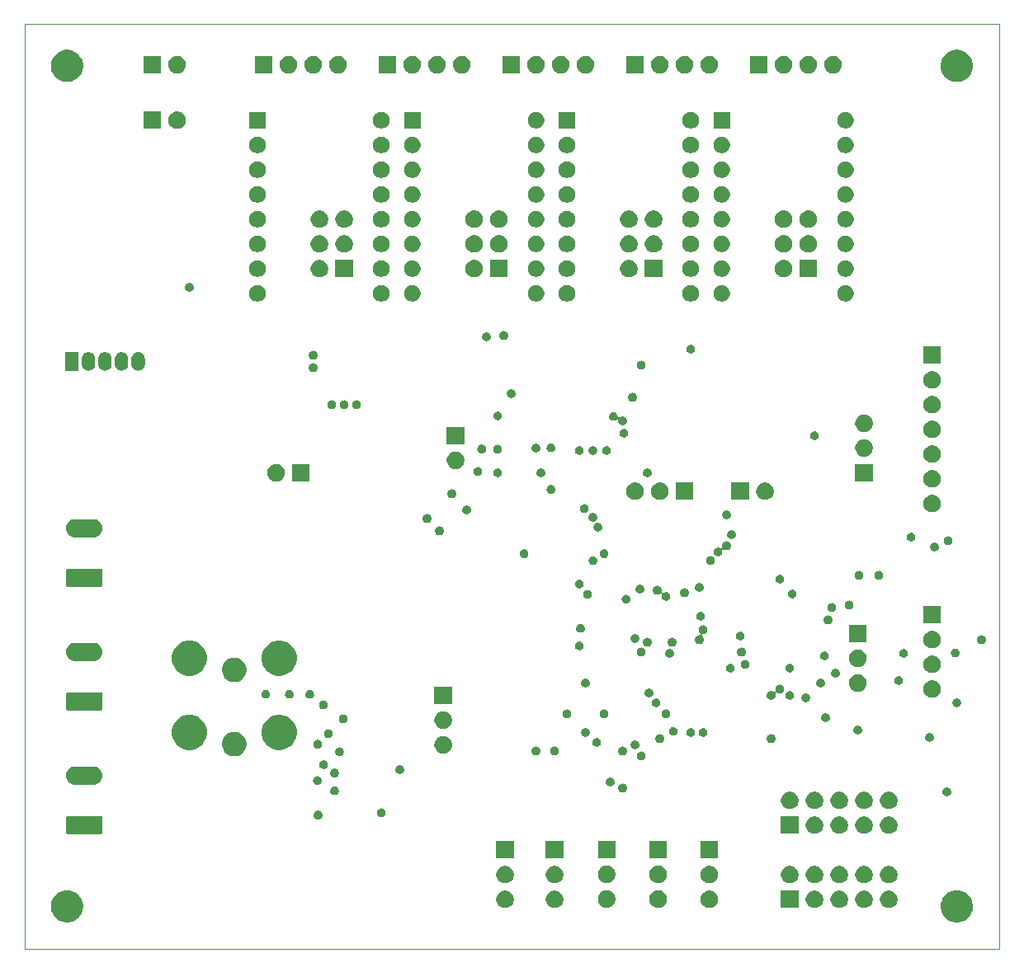
<source format=gbr>
G04 #@! TF.GenerationSoftware,KiCad,Pcbnew,(5.1.5)-3*
G04 #@! TF.CreationDate,2020-03-12T16:10:19+01:00*
G04 #@! TF.ProjectId,controller,636f6e74-726f-46c6-9c65-722e6b696361,rev?*
G04 #@! TF.SameCoordinates,Original*
G04 #@! TF.FileFunction,Soldermask,Bot*
G04 #@! TF.FilePolarity,Negative*
%FSLAX46Y46*%
G04 Gerber Fmt 4.6, Leading zero omitted, Abs format (unit mm)*
G04 Created by KiCad (PCBNEW (5.1.5)-3) date 2020-03-12 16:10:19*
%MOMM*%
%LPD*%
G04 APERTURE LIST*
%ADD10C,0.050000*%
%ADD11C,0.100000*%
G04 APERTURE END LIST*
D10*
X125000000Y-25000000D02*
X125000000Y-120000000D01*
X25000000Y-120000000D02*
X125000000Y-120000000D01*
X25000000Y-25000000D02*
X25000000Y-120000000D01*
X25000000Y-25000000D02*
X125000000Y-25000000D01*
D11*
G36*
X120988566Y-114034000D02*
G01*
X121131579Y-114062447D01*
X121432042Y-114186903D01*
X121702451Y-114367585D01*
X121932415Y-114597549D01*
X122113097Y-114867958D01*
X122177625Y-115023741D01*
X122237553Y-115168422D01*
X122301000Y-115487389D01*
X122301000Y-115812611D01*
X122258702Y-116025256D01*
X122237553Y-116131579D01*
X122113097Y-116432042D01*
X121932415Y-116702451D01*
X121702451Y-116932415D01*
X121432042Y-117113097D01*
X121131579Y-117237553D01*
X121025256Y-117258702D01*
X120812611Y-117301000D01*
X120487389Y-117301000D01*
X120274744Y-117258702D01*
X120168421Y-117237553D01*
X119867958Y-117113097D01*
X119597549Y-116932415D01*
X119367585Y-116702451D01*
X119186903Y-116432042D01*
X119062447Y-116131579D01*
X119041298Y-116025256D01*
X118999000Y-115812611D01*
X118999000Y-115487389D01*
X119062447Y-115168422D01*
X119122376Y-115023741D01*
X119186903Y-114867958D01*
X119367585Y-114597549D01*
X119597549Y-114367585D01*
X119867958Y-114186903D01*
X120168421Y-114062447D01*
X120311434Y-114034000D01*
X120487389Y-113999000D01*
X120812611Y-113999000D01*
X120988566Y-114034000D01*
G37*
G36*
X29688566Y-114034000D02*
G01*
X29831579Y-114062447D01*
X30132042Y-114186903D01*
X30402451Y-114367585D01*
X30632415Y-114597549D01*
X30813097Y-114867958D01*
X30877625Y-115023741D01*
X30937553Y-115168422D01*
X31001000Y-115487389D01*
X31001000Y-115812611D01*
X30958702Y-116025256D01*
X30937553Y-116131579D01*
X30813097Y-116432042D01*
X30632415Y-116702451D01*
X30402451Y-116932415D01*
X30132042Y-117113097D01*
X29831579Y-117237553D01*
X29725256Y-117258702D01*
X29512611Y-117301000D01*
X29187389Y-117301000D01*
X28974744Y-117258702D01*
X28868421Y-117237553D01*
X28567958Y-117113097D01*
X28297549Y-116932415D01*
X28067585Y-116702451D01*
X27886903Y-116432042D01*
X27762447Y-116131579D01*
X27741298Y-116025256D01*
X27699000Y-115812611D01*
X27699000Y-115487389D01*
X27762447Y-115168422D01*
X27822376Y-115023741D01*
X27886903Y-114867958D01*
X28067585Y-114597549D01*
X28297549Y-114367585D01*
X28567958Y-114186903D01*
X28868421Y-114062447D01*
X29011434Y-114034000D01*
X29187389Y-113999000D01*
X29512611Y-113999000D01*
X29688566Y-114034000D01*
G37*
G36*
X113778512Y-114038927D02*
G01*
X113927812Y-114068624D01*
X114091784Y-114136544D01*
X114239354Y-114235147D01*
X114364853Y-114360646D01*
X114463456Y-114508216D01*
X114531376Y-114672188D01*
X114566000Y-114846259D01*
X114566000Y-115023741D01*
X114531376Y-115197812D01*
X114463456Y-115361784D01*
X114364853Y-115509354D01*
X114239354Y-115634853D01*
X114091784Y-115733456D01*
X113927812Y-115801376D01*
X113778512Y-115831073D01*
X113753742Y-115836000D01*
X113576258Y-115836000D01*
X113551488Y-115831073D01*
X113402188Y-115801376D01*
X113238216Y-115733456D01*
X113090646Y-115634853D01*
X112965147Y-115509354D01*
X112866544Y-115361784D01*
X112798624Y-115197812D01*
X112764000Y-115023741D01*
X112764000Y-114846259D01*
X112798624Y-114672188D01*
X112866544Y-114508216D01*
X112965147Y-114360646D01*
X113090646Y-114235147D01*
X113238216Y-114136544D01*
X113402188Y-114068624D01*
X113551488Y-114038927D01*
X113576258Y-114034000D01*
X113753742Y-114034000D01*
X113778512Y-114038927D01*
G37*
G36*
X106158512Y-114038927D02*
G01*
X106307812Y-114068624D01*
X106471784Y-114136544D01*
X106619354Y-114235147D01*
X106744853Y-114360646D01*
X106843456Y-114508216D01*
X106911376Y-114672188D01*
X106946000Y-114846259D01*
X106946000Y-115023741D01*
X106911376Y-115197812D01*
X106843456Y-115361784D01*
X106744853Y-115509354D01*
X106619354Y-115634853D01*
X106471784Y-115733456D01*
X106307812Y-115801376D01*
X106158512Y-115831073D01*
X106133742Y-115836000D01*
X105956258Y-115836000D01*
X105931488Y-115831073D01*
X105782188Y-115801376D01*
X105618216Y-115733456D01*
X105470646Y-115634853D01*
X105345147Y-115509354D01*
X105246544Y-115361784D01*
X105178624Y-115197812D01*
X105144000Y-115023741D01*
X105144000Y-114846259D01*
X105178624Y-114672188D01*
X105246544Y-114508216D01*
X105345147Y-114360646D01*
X105470646Y-114235147D01*
X105618216Y-114136544D01*
X105782188Y-114068624D01*
X105931488Y-114038927D01*
X105956258Y-114034000D01*
X106133742Y-114034000D01*
X106158512Y-114038927D01*
G37*
G36*
X95363512Y-114038927D02*
G01*
X95512812Y-114068624D01*
X95676784Y-114136544D01*
X95824354Y-114235147D01*
X95949853Y-114360646D01*
X96048456Y-114508216D01*
X96116376Y-114672188D01*
X96151000Y-114846259D01*
X96151000Y-115023741D01*
X96116376Y-115197812D01*
X96048456Y-115361784D01*
X95949853Y-115509354D01*
X95824354Y-115634853D01*
X95676784Y-115733456D01*
X95512812Y-115801376D01*
X95363512Y-115831073D01*
X95338742Y-115836000D01*
X95161258Y-115836000D01*
X95136488Y-115831073D01*
X94987188Y-115801376D01*
X94823216Y-115733456D01*
X94675646Y-115634853D01*
X94550147Y-115509354D01*
X94451544Y-115361784D01*
X94383624Y-115197812D01*
X94349000Y-115023741D01*
X94349000Y-114846259D01*
X94383624Y-114672188D01*
X94451544Y-114508216D01*
X94550147Y-114360646D01*
X94675646Y-114235147D01*
X94823216Y-114136544D01*
X94987188Y-114068624D01*
X95136488Y-114038927D01*
X95161258Y-114034000D01*
X95338742Y-114034000D01*
X95363512Y-114038927D01*
G37*
G36*
X79488512Y-114038927D02*
G01*
X79637812Y-114068624D01*
X79801784Y-114136544D01*
X79949354Y-114235147D01*
X80074853Y-114360646D01*
X80173456Y-114508216D01*
X80241376Y-114672188D01*
X80276000Y-114846259D01*
X80276000Y-115023741D01*
X80241376Y-115197812D01*
X80173456Y-115361784D01*
X80074853Y-115509354D01*
X79949354Y-115634853D01*
X79801784Y-115733456D01*
X79637812Y-115801376D01*
X79488512Y-115831073D01*
X79463742Y-115836000D01*
X79286258Y-115836000D01*
X79261488Y-115831073D01*
X79112188Y-115801376D01*
X78948216Y-115733456D01*
X78800646Y-115634853D01*
X78675147Y-115509354D01*
X78576544Y-115361784D01*
X78508624Y-115197812D01*
X78474000Y-115023741D01*
X78474000Y-114846259D01*
X78508624Y-114672188D01*
X78576544Y-114508216D01*
X78675147Y-114360646D01*
X78800646Y-114235147D01*
X78948216Y-114136544D01*
X79112188Y-114068624D01*
X79261488Y-114038927D01*
X79286258Y-114034000D01*
X79463742Y-114034000D01*
X79488512Y-114038927D01*
G37*
G36*
X74408512Y-114038927D02*
G01*
X74557812Y-114068624D01*
X74721784Y-114136544D01*
X74869354Y-114235147D01*
X74994853Y-114360646D01*
X75093456Y-114508216D01*
X75161376Y-114672188D01*
X75196000Y-114846259D01*
X75196000Y-115023741D01*
X75161376Y-115197812D01*
X75093456Y-115361784D01*
X74994853Y-115509354D01*
X74869354Y-115634853D01*
X74721784Y-115733456D01*
X74557812Y-115801376D01*
X74408512Y-115831073D01*
X74383742Y-115836000D01*
X74206258Y-115836000D01*
X74181488Y-115831073D01*
X74032188Y-115801376D01*
X73868216Y-115733456D01*
X73720646Y-115634853D01*
X73595147Y-115509354D01*
X73496544Y-115361784D01*
X73428624Y-115197812D01*
X73394000Y-115023741D01*
X73394000Y-114846259D01*
X73428624Y-114672188D01*
X73496544Y-114508216D01*
X73595147Y-114360646D01*
X73720646Y-114235147D01*
X73868216Y-114136544D01*
X74032188Y-114068624D01*
X74181488Y-114038927D01*
X74206258Y-114034000D01*
X74383742Y-114034000D01*
X74408512Y-114038927D01*
G37*
G36*
X108698512Y-114038927D02*
G01*
X108847812Y-114068624D01*
X109011784Y-114136544D01*
X109159354Y-114235147D01*
X109284853Y-114360646D01*
X109383456Y-114508216D01*
X109451376Y-114672188D01*
X109486000Y-114846259D01*
X109486000Y-115023741D01*
X109451376Y-115197812D01*
X109383456Y-115361784D01*
X109284853Y-115509354D01*
X109159354Y-115634853D01*
X109011784Y-115733456D01*
X108847812Y-115801376D01*
X108698512Y-115831073D01*
X108673742Y-115836000D01*
X108496258Y-115836000D01*
X108471488Y-115831073D01*
X108322188Y-115801376D01*
X108158216Y-115733456D01*
X108010646Y-115634853D01*
X107885147Y-115509354D01*
X107786544Y-115361784D01*
X107718624Y-115197812D01*
X107684000Y-115023741D01*
X107684000Y-114846259D01*
X107718624Y-114672188D01*
X107786544Y-114508216D01*
X107885147Y-114360646D01*
X108010646Y-114235147D01*
X108158216Y-114136544D01*
X108322188Y-114068624D01*
X108471488Y-114038927D01*
X108496258Y-114034000D01*
X108673742Y-114034000D01*
X108698512Y-114038927D01*
G37*
G36*
X104406000Y-115836000D02*
G01*
X102604000Y-115836000D01*
X102604000Y-114034000D01*
X104406000Y-114034000D01*
X104406000Y-115836000D01*
G37*
G36*
X111238512Y-114038927D02*
G01*
X111387812Y-114068624D01*
X111551784Y-114136544D01*
X111699354Y-114235147D01*
X111824853Y-114360646D01*
X111923456Y-114508216D01*
X111991376Y-114672188D01*
X112026000Y-114846259D01*
X112026000Y-115023741D01*
X111991376Y-115197812D01*
X111923456Y-115361784D01*
X111824853Y-115509354D01*
X111699354Y-115634853D01*
X111551784Y-115733456D01*
X111387812Y-115801376D01*
X111238512Y-115831073D01*
X111213742Y-115836000D01*
X111036258Y-115836000D01*
X111011488Y-115831073D01*
X110862188Y-115801376D01*
X110698216Y-115733456D01*
X110550646Y-115634853D01*
X110425147Y-115509354D01*
X110326544Y-115361784D01*
X110258624Y-115197812D01*
X110224000Y-115023741D01*
X110224000Y-114846259D01*
X110258624Y-114672188D01*
X110326544Y-114508216D01*
X110425147Y-114360646D01*
X110550646Y-114235147D01*
X110698216Y-114136544D01*
X110862188Y-114068624D01*
X111011488Y-114038927D01*
X111036258Y-114034000D01*
X111213742Y-114034000D01*
X111238512Y-114038927D01*
G37*
G36*
X90118512Y-114013927D02*
G01*
X90267812Y-114043624D01*
X90431784Y-114111544D01*
X90579354Y-114210147D01*
X90704853Y-114335646D01*
X90803456Y-114483216D01*
X90871376Y-114647188D01*
X90906000Y-114821259D01*
X90906000Y-114998741D01*
X90871376Y-115172812D01*
X90803456Y-115336784D01*
X90704853Y-115484354D01*
X90579354Y-115609853D01*
X90431784Y-115708456D01*
X90267812Y-115776376D01*
X90118512Y-115806073D01*
X90093742Y-115811000D01*
X89916258Y-115811000D01*
X89891488Y-115806073D01*
X89742188Y-115776376D01*
X89578216Y-115708456D01*
X89430646Y-115609853D01*
X89305147Y-115484354D01*
X89206544Y-115336784D01*
X89138624Y-115172812D01*
X89104000Y-114998741D01*
X89104000Y-114821259D01*
X89138624Y-114647188D01*
X89206544Y-114483216D01*
X89305147Y-114335646D01*
X89430646Y-114210147D01*
X89578216Y-114111544D01*
X89742188Y-114043624D01*
X89891488Y-114013927D01*
X89916258Y-114009000D01*
X90093742Y-114009000D01*
X90118512Y-114013927D01*
G37*
G36*
X84833512Y-114013927D02*
G01*
X84982812Y-114043624D01*
X85146784Y-114111544D01*
X85294354Y-114210147D01*
X85419853Y-114335646D01*
X85518456Y-114483216D01*
X85586376Y-114647188D01*
X85621000Y-114821259D01*
X85621000Y-114998741D01*
X85586376Y-115172812D01*
X85518456Y-115336784D01*
X85419853Y-115484354D01*
X85294354Y-115609853D01*
X85146784Y-115708456D01*
X84982812Y-115776376D01*
X84833512Y-115806073D01*
X84808742Y-115811000D01*
X84631258Y-115811000D01*
X84606488Y-115806073D01*
X84457188Y-115776376D01*
X84293216Y-115708456D01*
X84145646Y-115609853D01*
X84020147Y-115484354D01*
X83921544Y-115336784D01*
X83853624Y-115172812D01*
X83819000Y-114998741D01*
X83819000Y-114821259D01*
X83853624Y-114647188D01*
X83921544Y-114483216D01*
X84020147Y-114335646D01*
X84145646Y-114210147D01*
X84293216Y-114111544D01*
X84457188Y-114043624D01*
X84606488Y-114013927D01*
X84631258Y-114009000D01*
X84808742Y-114009000D01*
X84833512Y-114013927D01*
G37*
G36*
X113778512Y-111498927D02*
G01*
X113927812Y-111528624D01*
X114091784Y-111596544D01*
X114239354Y-111695147D01*
X114364853Y-111820646D01*
X114463456Y-111968216D01*
X114531376Y-112132188D01*
X114566000Y-112306259D01*
X114566000Y-112483741D01*
X114531376Y-112657812D01*
X114463456Y-112821784D01*
X114364853Y-112969354D01*
X114239354Y-113094853D01*
X114091784Y-113193456D01*
X113927812Y-113261376D01*
X113778512Y-113291073D01*
X113753742Y-113296000D01*
X113576258Y-113296000D01*
X113551488Y-113291073D01*
X113402188Y-113261376D01*
X113238216Y-113193456D01*
X113090646Y-113094853D01*
X112965147Y-112969354D01*
X112866544Y-112821784D01*
X112798624Y-112657812D01*
X112764000Y-112483741D01*
X112764000Y-112306259D01*
X112798624Y-112132188D01*
X112866544Y-111968216D01*
X112965147Y-111820646D01*
X113090646Y-111695147D01*
X113238216Y-111596544D01*
X113402188Y-111528624D01*
X113551488Y-111498927D01*
X113576258Y-111494000D01*
X113753742Y-111494000D01*
X113778512Y-111498927D01*
G37*
G36*
X95363512Y-111498927D02*
G01*
X95512812Y-111528624D01*
X95676784Y-111596544D01*
X95824354Y-111695147D01*
X95949853Y-111820646D01*
X96048456Y-111968216D01*
X96116376Y-112132188D01*
X96151000Y-112306259D01*
X96151000Y-112483741D01*
X96116376Y-112657812D01*
X96048456Y-112821784D01*
X95949853Y-112969354D01*
X95824354Y-113094853D01*
X95676784Y-113193456D01*
X95512812Y-113261376D01*
X95363512Y-113291073D01*
X95338742Y-113296000D01*
X95161258Y-113296000D01*
X95136488Y-113291073D01*
X94987188Y-113261376D01*
X94823216Y-113193456D01*
X94675646Y-113094853D01*
X94550147Y-112969354D01*
X94451544Y-112821784D01*
X94383624Y-112657812D01*
X94349000Y-112483741D01*
X94349000Y-112306259D01*
X94383624Y-112132188D01*
X94451544Y-111968216D01*
X94550147Y-111820646D01*
X94675646Y-111695147D01*
X94823216Y-111596544D01*
X94987188Y-111528624D01*
X95136488Y-111498927D01*
X95161258Y-111494000D01*
X95338742Y-111494000D01*
X95363512Y-111498927D01*
G37*
G36*
X79488512Y-111498927D02*
G01*
X79637812Y-111528624D01*
X79801784Y-111596544D01*
X79949354Y-111695147D01*
X80074853Y-111820646D01*
X80173456Y-111968216D01*
X80241376Y-112132188D01*
X80276000Y-112306259D01*
X80276000Y-112483741D01*
X80241376Y-112657812D01*
X80173456Y-112821784D01*
X80074853Y-112969354D01*
X79949354Y-113094853D01*
X79801784Y-113193456D01*
X79637812Y-113261376D01*
X79488512Y-113291073D01*
X79463742Y-113296000D01*
X79286258Y-113296000D01*
X79261488Y-113291073D01*
X79112188Y-113261376D01*
X78948216Y-113193456D01*
X78800646Y-113094853D01*
X78675147Y-112969354D01*
X78576544Y-112821784D01*
X78508624Y-112657812D01*
X78474000Y-112483741D01*
X78474000Y-112306259D01*
X78508624Y-112132188D01*
X78576544Y-111968216D01*
X78675147Y-111820646D01*
X78800646Y-111695147D01*
X78948216Y-111596544D01*
X79112188Y-111528624D01*
X79261488Y-111498927D01*
X79286258Y-111494000D01*
X79463742Y-111494000D01*
X79488512Y-111498927D01*
G37*
G36*
X74408512Y-111498927D02*
G01*
X74557812Y-111528624D01*
X74721784Y-111596544D01*
X74869354Y-111695147D01*
X74994853Y-111820646D01*
X75093456Y-111968216D01*
X75161376Y-112132188D01*
X75196000Y-112306259D01*
X75196000Y-112483741D01*
X75161376Y-112657812D01*
X75093456Y-112821784D01*
X74994853Y-112969354D01*
X74869354Y-113094853D01*
X74721784Y-113193456D01*
X74557812Y-113261376D01*
X74408512Y-113291073D01*
X74383742Y-113296000D01*
X74206258Y-113296000D01*
X74181488Y-113291073D01*
X74032188Y-113261376D01*
X73868216Y-113193456D01*
X73720646Y-113094853D01*
X73595147Y-112969354D01*
X73496544Y-112821784D01*
X73428624Y-112657812D01*
X73394000Y-112483741D01*
X73394000Y-112306259D01*
X73428624Y-112132188D01*
X73496544Y-111968216D01*
X73595147Y-111820646D01*
X73720646Y-111695147D01*
X73868216Y-111596544D01*
X74032188Y-111528624D01*
X74181488Y-111498927D01*
X74206258Y-111494000D01*
X74383742Y-111494000D01*
X74408512Y-111498927D01*
G37*
G36*
X106158512Y-111498927D02*
G01*
X106307812Y-111528624D01*
X106471784Y-111596544D01*
X106619354Y-111695147D01*
X106744853Y-111820646D01*
X106843456Y-111968216D01*
X106911376Y-112132188D01*
X106946000Y-112306259D01*
X106946000Y-112483741D01*
X106911376Y-112657812D01*
X106843456Y-112821784D01*
X106744853Y-112969354D01*
X106619354Y-113094853D01*
X106471784Y-113193456D01*
X106307812Y-113261376D01*
X106158512Y-113291073D01*
X106133742Y-113296000D01*
X105956258Y-113296000D01*
X105931488Y-113291073D01*
X105782188Y-113261376D01*
X105618216Y-113193456D01*
X105470646Y-113094853D01*
X105345147Y-112969354D01*
X105246544Y-112821784D01*
X105178624Y-112657812D01*
X105144000Y-112483741D01*
X105144000Y-112306259D01*
X105178624Y-112132188D01*
X105246544Y-111968216D01*
X105345147Y-111820646D01*
X105470646Y-111695147D01*
X105618216Y-111596544D01*
X105782188Y-111528624D01*
X105931488Y-111498927D01*
X105956258Y-111494000D01*
X106133742Y-111494000D01*
X106158512Y-111498927D01*
G37*
G36*
X108698512Y-111498927D02*
G01*
X108847812Y-111528624D01*
X109011784Y-111596544D01*
X109159354Y-111695147D01*
X109284853Y-111820646D01*
X109383456Y-111968216D01*
X109451376Y-112132188D01*
X109486000Y-112306259D01*
X109486000Y-112483741D01*
X109451376Y-112657812D01*
X109383456Y-112821784D01*
X109284853Y-112969354D01*
X109159354Y-113094853D01*
X109011784Y-113193456D01*
X108847812Y-113261376D01*
X108698512Y-113291073D01*
X108673742Y-113296000D01*
X108496258Y-113296000D01*
X108471488Y-113291073D01*
X108322188Y-113261376D01*
X108158216Y-113193456D01*
X108010646Y-113094853D01*
X107885147Y-112969354D01*
X107786544Y-112821784D01*
X107718624Y-112657812D01*
X107684000Y-112483741D01*
X107684000Y-112306259D01*
X107718624Y-112132188D01*
X107786544Y-111968216D01*
X107885147Y-111820646D01*
X108010646Y-111695147D01*
X108158216Y-111596544D01*
X108322188Y-111528624D01*
X108471488Y-111498927D01*
X108496258Y-111494000D01*
X108673742Y-111494000D01*
X108698512Y-111498927D01*
G37*
G36*
X111238512Y-111498927D02*
G01*
X111387812Y-111528624D01*
X111551784Y-111596544D01*
X111699354Y-111695147D01*
X111824853Y-111820646D01*
X111923456Y-111968216D01*
X111991376Y-112132188D01*
X112026000Y-112306259D01*
X112026000Y-112483741D01*
X111991376Y-112657812D01*
X111923456Y-112821784D01*
X111824853Y-112969354D01*
X111699354Y-113094853D01*
X111551784Y-113193456D01*
X111387812Y-113261376D01*
X111238512Y-113291073D01*
X111213742Y-113296000D01*
X111036258Y-113296000D01*
X111011488Y-113291073D01*
X110862188Y-113261376D01*
X110698216Y-113193456D01*
X110550646Y-113094853D01*
X110425147Y-112969354D01*
X110326544Y-112821784D01*
X110258624Y-112657812D01*
X110224000Y-112483741D01*
X110224000Y-112306259D01*
X110258624Y-112132188D01*
X110326544Y-111968216D01*
X110425147Y-111820646D01*
X110550646Y-111695147D01*
X110698216Y-111596544D01*
X110862188Y-111528624D01*
X111011488Y-111498927D01*
X111036258Y-111494000D01*
X111213742Y-111494000D01*
X111238512Y-111498927D01*
G37*
G36*
X103618512Y-111498927D02*
G01*
X103767812Y-111528624D01*
X103931784Y-111596544D01*
X104079354Y-111695147D01*
X104204853Y-111820646D01*
X104303456Y-111968216D01*
X104371376Y-112132188D01*
X104406000Y-112306259D01*
X104406000Y-112483741D01*
X104371376Y-112657812D01*
X104303456Y-112821784D01*
X104204853Y-112969354D01*
X104079354Y-113094853D01*
X103931784Y-113193456D01*
X103767812Y-113261376D01*
X103618512Y-113291073D01*
X103593742Y-113296000D01*
X103416258Y-113296000D01*
X103391488Y-113291073D01*
X103242188Y-113261376D01*
X103078216Y-113193456D01*
X102930646Y-113094853D01*
X102805147Y-112969354D01*
X102706544Y-112821784D01*
X102638624Y-112657812D01*
X102604000Y-112483741D01*
X102604000Y-112306259D01*
X102638624Y-112132188D01*
X102706544Y-111968216D01*
X102805147Y-111820646D01*
X102930646Y-111695147D01*
X103078216Y-111596544D01*
X103242188Y-111528624D01*
X103391488Y-111498927D01*
X103416258Y-111494000D01*
X103593742Y-111494000D01*
X103618512Y-111498927D01*
G37*
G36*
X84833512Y-111473927D02*
G01*
X84982812Y-111503624D01*
X85146784Y-111571544D01*
X85294354Y-111670147D01*
X85419853Y-111795646D01*
X85518456Y-111943216D01*
X85586376Y-112107188D01*
X85621000Y-112281259D01*
X85621000Y-112458741D01*
X85586376Y-112632812D01*
X85518456Y-112796784D01*
X85419853Y-112944354D01*
X85294354Y-113069853D01*
X85146784Y-113168456D01*
X84982812Y-113236376D01*
X84833512Y-113266073D01*
X84808742Y-113271000D01*
X84631258Y-113271000D01*
X84606488Y-113266073D01*
X84457188Y-113236376D01*
X84293216Y-113168456D01*
X84145646Y-113069853D01*
X84020147Y-112944354D01*
X83921544Y-112796784D01*
X83853624Y-112632812D01*
X83819000Y-112458741D01*
X83819000Y-112281259D01*
X83853624Y-112107188D01*
X83921544Y-111943216D01*
X84020147Y-111795646D01*
X84145646Y-111670147D01*
X84293216Y-111571544D01*
X84457188Y-111503624D01*
X84606488Y-111473927D01*
X84631258Y-111469000D01*
X84808742Y-111469000D01*
X84833512Y-111473927D01*
G37*
G36*
X90118512Y-111473927D02*
G01*
X90267812Y-111503624D01*
X90431784Y-111571544D01*
X90579354Y-111670147D01*
X90704853Y-111795646D01*
X90803456Y-111943216D01*
X90871376Y-112107188D01*
X90906000Y-112281259D01*
X90906000Y-112458741D01*
X90871376Y-112632812D01*
X90803456Y-112796784D01*
X90704853Y-112944354D01*
X90579354Y-113069853D01*
X90431784Y-113168456D01*
X90267812Y-113236376D01*
X90118512Y-113266073D01*
X90093742Y-113271000D01*
X89916258Y-113271000D01*
X89891488Y-113266073D01*
X89742188Y-113236376D01*
X89578216Y-113168456D01*
X89430646Y-113069853D01*
X89305147Y-112944354D01*
X89206544Y-112796784D01*
X89138624Y-112632812D01*
X89104000Y-112458741D01*
X89104000Y-112281259D01*
X89138624Y-112107188D01*
X89206544Y-111943216D01*
X89305147Y-111795646D01*
X89430646Y-111670147D01*
X89578216Y-111571544D01*
X89742188Y-111503624D01*
X89891488Y-111473927D01*
X89916258Y-111469000D01*
X90093742Y-111469000D01*
X90118512Y-111473927D01*
G37*
G36*
X96151000Y-110756000D02*
G01*
X94349000Y-110756000D01*
X94349000Y-108954000D01*
X96151000Y-108954000D01*
X96151000Y-110756000D01*
G37*
G36*
X80276000Y-110756000D02*
G01*
X78474000Y-110756000D01*
X78474000Y-108954000D01*
X80276000Y-108954000D01*
X80276000Y-110756000D01*
G37*
G36*
X75196000Y-110756000D02*
G01*
X73394000Y-110756000D01*
X73394000Y-108954000D01*
X75196000Y-108954000D01*
X75196000Y-110756000D01*
G37*
G36*
X90906000Y-110731000D02*
G01*
X89104000Y-110731000D01*
X89104000Y-108929000D01*
X90906000Y-108929000D01*
X90906000Y-110731000D01*
G37*
G36*
X85621000Y-110731000D02*
G01*
X83819000Y-110731000D01*
X83819000Y-108929000D01*
X85621000Y-108929000D01*
X85621000Y-110731000D01*
G37*
G36*
X32825915Y-106367934D02*
G01*
X32858424Y-106377795D01*
X32888382Y-106393809D01*
X32914641Y-106415359D01*
X32936191Y-106441618D01*
X32952205Y-106471576D01*
X32962066Y-106504085D01*
X32966000Y-106544029D01*
X32966000Y-108085971D01*
X32962066Y-108125915D01*
X32952205Y-108158424D01*
X32936191Y-108188382D01*
X32914641Y-108214641D01*
X32888382Y-108236191D01*
X32858424Y-108252205D01*
X32825915Y-108262066D01*
X32785971Y-108266000D01*
X29444029Y-108266000D01*
X29404085Y-108262066D01*
X29371576Y-108252205D01*
X29341618Y-108236191D01*
X29315359Y-108214641D01*
X29293809Y-108188382D01*
X29277795Y-108158424D01*
X29267934Y-108125915D01*
X29264000Y-108085971D01*
X29264000Y-106544029D01*
X29267934Y-106504085D01*
X29277795Y-106471576D01*
X29293809Y-106441618D01*
X29315359Y-106415359D01*
X29341618Y-106393809D01*
X29371576Y-106377795D01*
X29404085Y-106367934D01*
X29444029Y-106364000D01*
X32785971Y-106364000D01*
X32825915Y-106367934D01*
G37*
G36*
X113778512Y-106418927D02*
G01*
X113927812Y-106448624D01*
X114091784Y-106516544D01*
X114239354Y-106615147D01*
X114364853Y-106740646D01*
X114463456Y-106888216D01*
X114531376Y-107052188D01*
X114566000Y-107226259D01*
X114566000Y-107403741D01*
X114531376Y-107577812D01*
X114463456Y-107741784D01*
X114364853Y-107889354D01*
X114239354Y-108014853D01*
X114091784Y-108113456D01*
X113927812Y-108181376D01*
X113778512Y-108211073D01*
X113753742Y-108216000D01*
X113576258Y-108216000D01*
X113551488Y-108211073D01*
X113402188Y-108181376D01*
X113238216Y-108113456D01*
X113090646Y-108014853D01*
X112965147Y-107889354D01*
X112866544Y-107741784D01*
X112798624Y-107577812D01*
X112764000Y-107403741D01*
X112764000Y-107226259D01*
X112798624Y-107052188D01*
X112866544Y-106888216D01*
X112965147Y-106740646D01*
X113090646Y-106615147D01*
X113238216Y-106516544D01*
X113402188Y-106448624D01*
X113551488Y-106418927D01*
X113576258Y-106414000D01*
X113753742Y-106414000D01*
X113778512Y-106418927D01*
G37*
G36*
X111238512Y-106418927D02*
G01*
X111387812Y-106448624D01*
X111551784Y-106516544D01*
X111699354Y-106615147D01*
X111824853Y-106740646D01*
X111923456Y-106888216D01*
X111991376Y-107052188D01*
X112026000Y-107226259D01*
X112026000Y-107403741D01*
X111991376Y-107577812D01*
X111923456Y-107741784D01*
X111824853Y-107889354D01*
X111699354Y-108014853D01*
X111551784Y-108113456D01*
X111387812Y-108181376D01*
X111238512Y-108211073D01*
X111213742Y-108216000D01*
X111036258Y-108216000D01*
X111011488Y-108211073D01*
X110862188Y-108181376D01*
X110698216Y-108113456D01*
X110550646Y-108014853D01*
X110425147Y-107889354D01*
X110326544Y-107741784D01*
X110258624Y-107577812D01*
X110224000Y-107403741D01*
X110224000Y-107226259D01*
X110258624Y-107052188D01*
X110326544Y-106888216D01*
X110425147Y-106740646D01*
X110550646Y-106615147D01*
X110698216Y-106516544D01*
X110862188Y-106448624D01*
X111011488Y-106418927D01*
X111036258Y-106414000D01*
X111213742Y-106414000D01*
X111238512Y-106418927D01*
G37*
G36*
X106158512Y-106418927D02*
G01*
X106307812Y-106448624D01*
X106471784Y-106516544D01*
X106619354Y-106615147D01*
X106744853Y-106740646D01*
X106843456Y-106888216D01*
X106911376Y-107052188D01*
X106946000Y-107226259D01*
X106946000Y-107403741D01*
X106911376Y-107577812D01*
X106843456Y-107741784D01*
X106744853Y-107889354D01*
X106619354Y-108014853D01*
X106471784Y-108113456D01*
X106307812Y-108181376D01*
X106158512Y-108211073D01*
X106133742Y-108216000D01*
X105956258Y-108216000D01*
X105931488Y-108211073D01*
X105782188Y-108181376D01*
X105618216Y-108113456D01*
X105470646Y-108014853D01*
X105345147Y-107889354D01*
X105246544Y-107741784D01*
X105178624Y-107577812D01*
X105144000Y-107403741D01*
X105144000Y-107226259D01*
X105178624Y-107052188D01*
X105246544Y-106888216D01*
X105345147Y-106740646D01*
X105470646Y-106615147D01*
X105618216Y-106516544D01*
X105782188Y-106448624D01*
X105931488Y-106418927D01*
X105956258Y-106414000D01*
X106133742Y-106414000D01*
X106158512Y-106418927D01*
G37*
G36*
X104406000Y-108216000D02*
G01*
X102604000Y-108216000D01*
X102604000Y-106414000D01*
X104406000Y-106414000D01*
X104406000Y-108216000D01*
G37*
G36*
X108698512Y-106418927D02*
G01*
X108847812Y-106448624D01*
X109011784Y-106516544D01*
X109159354Y-106615147D01*
X109284853Y-106740646D01*
X109383456Y-106888216D01*
X109451376Y-107052188D01*
X109486000Y-107226259D01*
X109486000Y-107403741D01*
X109451376Y-107577812D01*
X109383456Y-107741784D01*
X109284853Y-107889354D01*
X109159354Y-108014853D01*
X109011784Y-108113456D01*
X108847812Y-108181376D01*
X108698512Y-108211073D01*
X108673742Y-108216000D01*
X108496258Y-108216000D01*
X108471488Y-108211073D01*
X108322188Y-108181376D01*
X108158216Y-108113456D01*
X108010646Y-108014853D01*
X107885147Y-107889354D01*
X107786544Y-107741784D01*
X107718624Y-107577812D01*
X107684000Y-107403741D01*
X107684000Y-107226259D01*
X107718624Y-107052188D01*
X107786544Y-106888216D01*
X107885147Y-106740646D01*
X108010646Y-106615147D01*
X108158216Y-106516544D01*
X108322188Y-106448624D01*
X108471488Y-106418927D01*
X108496258Y-106414000D01*
X108673742Y-106414000D01*
X108698512Y-106418927D01*
G37*
G36*
X55243152Y-105846331D02*
G01*
X55325227Y-105880328D01*
X55325229Y-105880329D01*
X55362413Y-105905175D01*
X55399095Y-105929685D01*
X55461915Y-105992505D01*
X55511272Y-106066373D01*
X55545269Y-106148448D01*
X55562600Y-106235579D01*
X55562600Y-106324421D01*
X55545269Y-106411552D01*
X55520406Y-106471576D01*
X55511271Y-106493629D01*
X55461914Y-106567496D01*
X55399096Y-106630314D01*
X55325229Y-106679671D01*
X55325228Y-106679672D01*
X55325227Y-106679672D01*
X55243152Y-106713669D01*
X55156021Y-106731000D01*
X55067179Y-106731000D01*
X54980048Y-106713669D01*
X54897973Y-106679672D01*
X54897972Y-106679672D01*
X54897971Y-106679671D01*
X54824104Y-106630314D01*
X54761286Y-106567496D01*
X54711929Y-106493629D01*
X54702794Y-106471576D01*
X54677931Y-106411552D01*
X54660600Y-106324421D01*
X54660600Y-106235579D01*
X54677931Y-106148448D01*
X54711928Y-106066373D01*
X54761285Y-105992505D01*
X54824105Y-105929685D01*
X54860787Y-105905175D01*
X54897971Y-105880329D01*
X54897973Y-105880328D01*
X54980048Y-105846331D01*
X55067179Y-105829000D01*
X55156021Y-105829000D01*
X55243152Y-105846331D01*
G37*
G36*
X61726552Y-105611331D02*
G01*
X61808627Y-105645328D01*
X61808629Y-105645329D01*
X61882496Y-105694686D01*
X61945314Y-105757504D01*
X61993087Y-105829000D01*
X61994672Y-105831373D01*
X62028669Y-105913448D01*
X62046000Y-106000579D01*
X62046000Y-106089421D01*
X62028669Y-106176552D01*
X61994672Y-106258627D01*
X61945315Y-106332495D01*
X61882495Y-106395315D01*
X61854531Y-106414000D01*
X61808629Y-106444671D01*
X61808628Y-106444672D01*
X61808627Y-106444672D01*
X61726552Y-106478669D01*
X61639421Y-106496000D01*
X61550579Y-106496000D01*
X61463448Y-106478669D01*
X61381373Y-106444672D01*
X61381372Y-106444672D01*
X61381371Y-106444671D01*
X61335469Y-106414000D01*
X61307505Y-106395315D01*
X61244685Y-106332495D01*
X61195328Y-106258627D01*
X61161331Y-106176552D01*
X61144000Y-106089421D01*
X61144000Y-106000579D01*
X61161331Y-105913448D01*
X61195328Y-105831373D01*
X61196914Y-105829000D01*
X61244686Y-105757504D01*
X61307504Y-105694686D01*
X61381371Y-105645329D01*
X61381373Y-105645328D01*
X61463448Y-105611331D01*
X61550579Y-105594000D01*
X61639421Y-105594000D01*
X61726552Y-105611331D01*
G37*
G36*
X108698512Y-103878927D02*
G01*
X108847812Y-103908624D01*
X109011784Y-103976544D01*
X109159354Y-104075147D01*
X109284853Y-104200646D01*
X109383456Y-104348216D01*
X109451376Y-104512188D01*
X109486000Y-104686259D01*
X109486000Y-104863741D01*
X109451376Y-105037812D01*
X109383456Y-105201784D01*
X109284853Y-105349354D01*
X109159354Y-105474853D01*
X109011784Y-105573456D01*
X108847812Y-105641376D01*
X108698512Y-105671073D01*
X108673742Y-105676000D01*
X108496258Y-105676000D01*
X108471488Y-105671073D01*
X108322188Y-105641376D01*
X108158216Y-105573456D01*
X108010646Y-105474853D01*
X107885147Y-105349354D01*
X107786544Y-105201784D01*
X107718624Y-105037812D01*
X107684000Y-104863741D01*
X107684000Y-104686259D01*
X107718624Y-104512188D01*
X107786544Y-104348216D01*
X107885147Y-104200646D01*
X108010646Y-104075147D01*
X108158216Y-103976544D01*
X108322188Y-103908624D01*
X108471488Y-103878927D01*
X108496258Y-103874000D01*
X108673742Y-103874000D01*
X108698512Y-103878927D01*
G37*
G36*
X103618512Y-103878927D02*
G01*
X103767812Y-103908624D01*
X103931784Y-103976544D01*
X104079354Y-104075147D01*
X104204853Y-104200646D01*
X104303456Y-104348216D01*
X104371376Y-104512188D01*
X104406000Y-104686259D01*
X104406000Y-104863741D01*
X104371376Y-105037812D01*
X104303456Y-105201784D01*
X104204853Y-105349354D01*
X104079354Y-105474853D01*
X103931784Y-105573456D01*
X103767812Y-105641376D01*
X103618512Y-105671073D01*
X103593742Y-105676000D01*
X103416258Y-105676000D01*
X103391488Y-105671073D01*
X103242188Y-105641376D01*
X103078216Y-105573456D01*
X102930646Y-105474853D01*
X102805147Y-105349354D01*
X102706544Y-105201784D01*
X102638624Y-105037812D01*
X102604000Y-104863741D01*
X102604000Y-104686259D01*
X102638624Y-104512188D01*
X102706544Y-104348216D01*
X102805147Y-104200646D01*
X102930646Y-104075147D01*
X103078216Y-103976544D01*
X103242188Y-103908624D01*
X103391488Y-103878927D01*
X103416258Y-103874000D01*
X103593742Y-103874000D01*
X103618512Y-103878927D01*
G37*
G36*
X106158512Y-103878927D02*
G01*
X106307812Y-103908624D01*
X106471784Y-103976544D01*
X106619354Y-104075147D01*
X106744853Y-104200646D01*
X106843456Y-104348216D01*
X106911376Y-104512188D01*
X106946000Y-104686259D01*
X106946000Y-104863741D01*
X106911376Y-105037812D01*
X106843456Y-105201784D01*
X106744853Y-105349354D01*
X106619354Y-105474853D01*
X106471784Y-105573456D01*
X106307812Y-105641376D01*
X106158512Y-105671073D01*
X106133742Y-105676000D01*
X105956258Y-105676000D01*
X105931488Y-105671073D01*
X105782188Y-105641376D01*
X105618216Y-105573456D01*
X105470646Y-105474853D01*
X105345147Y-105349354D01*
X105246544Y-105201784D01*
X105178624Y-105037812D01*
X105144000Y-104863741D01*
X105144000Y-104686259D01*
X105178624Y-104512188D01*
X105246544Y-104348216D01*
X105345147Y-104200646D01*
X105470646Y-104075147D01*
X105618216Y-103976544D01*
X105782188Y-103908624D01*
X105931488Y-103878927D01*
X105956258Y-103874000D01*
X106133742Y-103874000D01*
X106158512Y-103878927D01*
G37*
G36*
X111238512Y-103878927D02*
G01*
X111387812Y-103908624D01*
X111551784Y-103976544D01*
X111699354Y-104075147D01*
X111824853Y-104200646D01*
X111923456Y-104348216D01*
X111991376Y-104512188D01*
X112026000Y-104686259D01*
X112026000Y-104863741D01*
X111991376Y-105037812D01*
X111923456Y-105201784D01*
X111824853Y-105349354D01*
X111699354Y-105474853D01*
X111551784Y-105573456D01*
X111387812Y-105641376D01*
X111238512Y-105671073D01*
X111213742Y-105676000D01*
X111036258Y-105676000D01*
X111011488Y-105671073D01*
X110862188Y-105641376D01*
X110698216Y-105573456D01*
X110550646Y-105474853D01*
X110425147Y-105349354D01*
X110326544Y-105201784D01*
X110258624Y-105037812D01*
X110224000Y-104863741D01*
X110224000Y-104686259D01*
X110258624Y-104512188D01*
X110326544Y-104348216D01*
X110425147Y-104200646D01*
X110550646Y-104075147D01*
X110698216Y-103976544D01*
X110862188Y-103908624D01*
X111011488Y-103878927D01*
X111036258Y-103874000D01*
X111213742Y-103874000D01*
X111238512Y-103878927D01*
G37*
G36*
X113778512Y-103878927D02*
G01*
X113927812Y-103908624D01*
X114091784Y-103976544D01*
X114239354Y-104075147D01*
X114364853Y-104200646D01*
X114463456Y-104348216D01*
X114531376Y-104512188D01*
X114566000Y-104686259D01*
X114566000Y-104863741D01*
X114531376Y-105037812D01*
X114463456Y-105201784D01*
X114364853Y-105349354D01*
X114239354Y-105474853D01*
X114091784Y-105573456D01*
X113927812Y-105641376D01*
X113778512Y-105671073D01*
X113753742Y-105676000D01*
X113576258Y-105676000D01*
X113551488Y-105671073D01*
X113402188Y-105641376D01*
X113238216Y-105573456D01*
X113090646Y-105474853D01*
X112965147Y-105349354D01*
X112866544Y-105201784D01*
X112798624Y-105037812D01*
X112764000Y-104863741D01*
X112764000Y-104686259D01*
X112798624Y-104512188D01*
X112866544Y-104348216D01*
X112965147Y-104200646D01*
X113090646Y-104075147D01*
X113238216Y-103976544D01*
X113402188Y-103908624D01*
X113551488Y-103878927D01*
X113576258Y-103874000D01*
X113753742Y-103874000D01*
X113778512Y-103878927D01*
G37*
G36*
X119765552Y-103452331D02*
G01*
X119847627Y-103486328D01*
X119847629Y-103486329D01*
X119863455Y-103496904D01*
X119921495Y-103535685D01*
X119984315Y-103598505D01*
X120033672Y-103672373D01*
X120067669Y-103754448D01*
X120085000Y-103841579D01*
X120085000Y-103930421D01*
X120067669Y-104017552D01*
X120033672Y-104099627D01*
X120033671Y-104099629D01*
X119984314Y-104173496D01*
X119921496Y-104236314D01*
X119847629Y-104285671D01*
X119847628Y-104285672D01*
X119847627Y-104285672D01*
X119765552Y-104319669D01*
X119678421Y-104337000D01*
X119589579Y-104337000D01*
X119502448Y-104319669D01*
X119420373Y-104285672D01*
X119420372Y-104285672D01*
X119420371Y-104285671D01*
X119346504Y-104236314D01*
X119283686Y-104173496D01*
X119234329Y-104099629D01*
X119234328Y-104099627D01*
X119200331Y-104017552D01*
X119183000Y-103930421D01*
X119183000Y-103841579D01*
X119200331Y-103754448D01*
X119234328Y-103672373D01*
X119283685Y-103598505D01*
X119346505Y-103535685D01*
X119404545Y-103496904D01*
X119420371Y-103486329D01*
X119420373Y-103486328D01*
X119502448Y-103452331D01*
X119589579Y-103435000D01*
X119678421Y-103435000D01*
X119765552Y-103452331D01*
G37*
G36*
X56925952Y-103350731D02*
G01*
X57008027Y-103384728D01*
X57008029Y-103384729D01*
X57081896Y-103434086D01*
X57144714Y-103496904D01*
X57179805Y-103549420D01*
X57194072Y-103570773D01*
X57228069Y-103652848D01*
X57245400Y-103739979D01*
X57245400Y-103828821D01*
X57228069Y-103915952D01*
X57194072Y-103998027D01*
X57194071Y-103998029D01*
X57144714Y-104071896D01*
X57081896Y-104134714D01*
X57008029Y-104184071D01*
X57008028Y-104184072D01*
X57008027Y-104184072D01*
X56925952Y-104218069D01*
X56838821Y-104235400D01*
X56749979Y-104235400D01*
X56662848Y-104218069D01*
X56580773Y-104184072D01*
X56580772Y-104184072D01*
X56580771Y-104184071D01*
X56506904Y-104134714D01*
X56444086Y-104071896D01*
X56394729Y-103998029D01*
X56394728Y-103998027D01*
X56360731Y-103915952D01*
X56343400Y-103828821D01*
X56343400Y-103739979D01*
X56360731Y-103652848D01*
X56394728Y-103570773D01*
X56408996Y-103549420D01*
X56444086Y-103496904D01*
X56506904Y-103434086D01*
X56580771Y-103384729D01*
X56580773Y-103384728D01*
X56662848Y-103350731D01*
X56749979Y-103333400D01*
X56838821Y-103333400D01*
X56925952Y-103350731D01*
G37*
G36*
X86491552Y-103071331D02*
G01*
X86573627Y-103105328D01*
X86573629Y-103105329D01*
X86610813Y-103130175D01*
X86647495Y-103154685D01*
X86710315Y-103217505D01*
X86759672Y-103291373D01*
X86793669Y-103373448D01*
X86811000Y-103460579D01*
X86811000Y-103549421D01*
X86793669Y-103636552D01*
X86778831Y-103672373D01*
X86759671Y-103718629D01*
X86710314Y-103792496D01*
X86647496Y-103855314D01*
X86573629Y-103904671D01*
X86573628Y-103904672D01*
X86573627Y-103904672D01*
X86491552Y-103938669D01*
X86404421Y-103956000D01*
X86315579Y-103956000D01*
X86228448Y-103938669D01*
X86146373Y-103904672D01*
X86146372Y-103904672D01*
X86146371Y-103904671D01*
X86072504Y-103855314D01*
X86009686Y-103792496D01*
X85960329Y-103718629D01*
X85941169Y-103672373D01*
X85926331Y-103636552D01*
X85909000Y-103549421D01*
X85909000Y-103460579D01*
X85926331Y-103373448D01*
X85960328Y-103291373D01*
X86009685Y-103217505D01*
X86072505Y-103154685D01*
X86109187Y-103130175D01*
X86146371Y-103105329D01*
X86146373Y-103105328D01*
X86228448Y-103071331D01*
X86315579Y-103054000D01*
X86404421Y-103054000D01*
X86491552Y-103071331D01*
G37*
G36*
X85221552Y-102436331D02*
G01*
X85303627Y-102470328D01*
X85303629Y-102470329D01*
X85340813Y-102495175D01*
X85377495Y-102519685D01*
X85440315Y-102582505D01*
X85489672Y-102656373D01*
X85523669Y-102738448D01*
X85541000Y-102825579D01*
X85541000Y-102914421D01*
X85523669Y-103001552D01*
X85489672Y-103083627D01*
X85442193Y-103154685D01*
X85440314Y-103157496D01*
X85377496Y-103220314D01*
X85303629Y-103269671D01*
X85303628Y-103269672D01*
X85303627Y-103269672D01*
X85221552Y-103303669D01*
X85134421Y-103321000D01*
X85045579Y-103321000D01*
X84958448Y-103303669D01*
X84876373Y-103269672D01*
X84876372Y-103269672D01*
X84876371Y-103269671D01*
X84802504Y-103220314D01*
X84739686Y-103157496D01*
X84737808Y-103154685D01*
X84690328Y-103083627D01*
X84656331Y-103001552D01*
X84639000Y-102914421D01*
X84639000Y-102825579D01*
X84656331Y-102738448D01*
X84690328Y-102656373D01*
X84739685Y-102582505D01*
X84802505Y-102519685D01*
X84839187Y-102495175D01*
X84876371Y-102470329D01*
X84876373Y-102470328D01*
X84958448Y-102436331D01*
X85045579Y-102419000D01*
X85134421Y-102419000D01*
X85221552Y-102436331D01*
G37*
G36*
X55176352Y-102306331D02*
G01*
X55258427Y-102340328D01*
X55258429Y-102340329D01*
X55280791Y-102355271D01*
X55332295Y-102389685D01*
X55395115Y-102452505D01*
X55444472Y-102526373D01*
X55478469Y-102608448D01*
X55495800Y-102695579D01*
X55495800Y-102784421D01*
X55478469Y-102871552D01*
X55444472Y-102953627D01*
X55412450Y-103001552D01*
X55395114Y-103027496D01*
X55332296Y-103090314D01*
X55258429Y-103139671D01*
X55258428Y-103139672D01*
X55258427Y-103139672D01*
X55176352Y-103173669D01*
X55089221Y-103191000D01*
X55000379Y-103191000D01*
X54913248Y-103173669D01*
X54831173Y-103139672D01*
X54831172Y-103139672D01*
X54831171Y-103139671D01*
X54757304Y-103090314D01*
X54694486Y-103027496D01*
X54677151Y-103001552D01*
X54645128Y-102953627D01*
X54611131Y-102871552D01*
X54593800Y-102784421D01*
X54593800Y-102695579D01*
X54611131Y-102608448D01*
X54645128Y-102526373D01*
X54694485Y-102452505D01*
X54757305Y-102389685D01*
X54808809Y-102355271D01*
X54831171Y-102340329D01*
X54831173Y-102340328D01*
X54913248Y-102306331D01*
X55000379Y-102289000D01*
X55089221Y-102289000D01*
X55176352Y-102306331D01*
G37*
G36*
X32201425Y-101297760D02*
G01*
X32201428Y-101297761D01*
X32201429Y-101297761D01*
X32380693Y-101352140D01*
X32380696Y-101352142D01*
X32380697Y-101352142D01*
X32545903Y-101440446D01*
X32690712Y-101559288D01*
X32809554Y-101704097D01*
X32897858Y-101869303D01*
X32897860Y-101869307D01*
X32952239Y-102048571D01*
X32952240Y-102048575D01*
X32970601Y-102235000D01*
X32952240Y-102421425D01*
X32952239Y-102421428D01*
X32952239Y-102421429D01*
X32897860Y-102600693D01*
X32897858Y-102600696D01*
X32897858Y-102600697D01*
X32809554Y-102765903D01*
X32690712Y-102910712D01*
X32545903Y-103029554D01*
X32404139Y-103105328D01*
X32380693Y-103117860D01*
X32201429Y-103172239D01*
X32201428Y-103172239D01*
X32201425Y-103172240D01*
X32061718Y-103186000D01*
X30168282Y-103186000D01*
X30028575Y-103172240D01*
X30028572Y-103172239D01*
X30028571Y-103172239D01*
X29849307Y-103117860D01*
X29825861Y-103105328D01*
X29684097Y-103029554D01*
X29539288Y-102910712D01*
X29420446Y-102765903D01*
X29332142Y-102600697D01*
X29332142Y-102600696D01*
X29332140Y-102600693D01*
X29277761Y-102421429D01*
X29277761Y-102421428D01*
X29277760Y-102421425D01*
X29259399Y-102235000D01*
X29277760Y-102048575D01*
X29277761Y-102048571D01*
X29332140Y-101869307D01*
X29332142Y-101869303D01*
X29420446Y-101704097D01*
X29539288Y-101559288D01*
X29684097Y-101440446D01*
X29849303Y-101352142D01*
X29849304Y-101352142D01*
X29849307Y-101352140D01*
X30028571Y-101297761D01*
X30028572Y-101297761D01*
X30028575Y-101297760D01*
X30168282Y-101284000D01*
X32061718Y-101284000D01*
X32201425Y-101297760D01*
G37*
G36*
X56925952Y-101521931D02*
G01*
X57008027Y-101555928D01*
X57008029Y-101555929D01*
X57013056Y-101559288D01*
X57081895Y-101605285D01*
X57144715Y-101668105D01*
X57194072Y-101741973D01*
X57228069Y-101824048D01*
X57245400Y-101911179D01*
X57245400Y-102000021D01*
X57228069Y-102087152D01*
X57194072Y-102169227D01*
X57144715Y-102243095D01*
X57081895Y-102305915D01*
X57045213Y-102330425D01*
X57008029Y-102355271D01*
X57008028Y-102355272D01*
X57008027Y-102355272D01*
X56925952Y-102389269D01*
X56838821Y-102406600D01*
X56749979Y-102406600D01*
X56662848Y-102389269D01*
X56580773Y-102355272D01*
X56580772Y-102355272D01*
X56580771Y-102355271D01*
X56543587Y-102330425D01*
X56506905Y-102305915D01*
X56444085Y-102243095D01*
X56394728Y-102169227D01*
X56360731Y-102087152D01*
X56343400Y-102000021D01*
X56343400Y-101911179D01*
X56360731Y-101824048D01*
X56394728Y-101741973D01*
X56444085Y-101668105D01*
X56506905Y-101605285D01*
X56575744Y-101559288D01*
X56580771Y-101555929D01*
X56580773Y-101555928D01*
X56662848Y-101521931D01*
X56749979Y-101504600D01*
X56838821Y-101504600D01*
X56925952Y-101521931D01*
G37*
G36*
X63631552Y-101166331D02*
G01*
X63713627Y-101200328D01*
X63713629Y-101200329D01*
X63787496Y-101249686D01*
X63850314Y-101312504D01*
X63895077Y-101379495D01*
X63899672Y-101386373D01*
X63933669Y-101468448D01*
X63951000Y-101555579D01*
X63951000Y-101644421D01*
X63933669Y-101731552D01*
X63899672Y-101813627D01*
X63862471Y-101869303D01*
X63850314Y-101887496D01*
X63787496Y-101950314D01*
X63713629Y-101999671D01*
X63713628Y-101999672D01*
X63713627Y-101999672D01*
X63631552Y-102033669D01*
X63544421Y-102051000D01*
X63455579Y-102051000D01*
X63368448Y-102033669D01*
X63286373Y-101999672D01*
X63286372Y-101999672D01*
X63286371Y-101999671D01*
X63212504Y-101950314D01*
X63149686Y-101887496D01*
X63137530Y-101869303D01*
X63100328Y-101813627D01*
X63066331Y-101731552D01*
X63049000Y-101644421D01*
X63049000Y-101555579D01*
X63066331Y-101468448D01*
X63100328Y-101386373D01*
X63104924Y-101379495D01*
X63149686Y-101312504D01*
X63212504Y-101249686D01*
X63286371Y-101200329D01*
X63286373Y-101200328D01*
X63368448Y-101166331D01*
X63455579Y-101149000D01*
X63544421Y-101149000D01*
X63631552Y-101166331D01*
G37*
G36*
X55808352Y-100658331D02*
G01*
X55890427Y-100692328D01*
X55890429Y-100692329D01*
X55927613Y-100717175D01*
X55964295Y-100741685D01*
X56027115Y-100804505D01*
X56076472Y-100878373D01*
X56110469Y-100960448D01*
X56127800Y-101047579D01*
X56127800Y-101136421D01*
X56110469Y-101223552D01*
X56079730Y-101297761D01*
X56076471Y-101305629D01*
X56027114Y-101379496D01*
X55964296Y-101442314D01*
X55890429Y-101491671D01*
X55890428Y-101491672D01*
X55890427Y-101491672D01*
X55808352Y-101525669D01*
X55721221Y-101543000D01*
X55632379Y-101543000D01*
X55545248Y-101525669D01*
X55463173Y-101491672D01*
X55463172Y-101491672D01*
X55463171Y-101491671D01*
X55389304Y-101442314D01*
X55326486Y-101379496D01*
X55277129Y-101305629D01*
X55273870Y-101297761D01*
X55243131Y-101223552D01*
X55225800Y-101136421D01*
X55225800Y-101047579D01*
X55243131Y-100960448D01*
X55277128Y-100878373D01*
X55326485Y-100804505D01*
X55389305Y-100741685D01*
X55425987Y-100717175D01*
X55463171Y-100692329D01*
X55463173Y-100692328D01*
X55545248Y-100658331D01*
X55632379Y-100641000D01*
X55721221Y-100641000D01*
X55808352Y-100658331D01*
G37*
G36*
X88396552Y-99769331D02*
G01*
X88478627Y-99803328D01*
X88478629Y-99803329D01*
X88552496Y-99852686D01*
X88615314Y-99915504D01*
X88661635Y-99984827D01*
X88664672Y-99989373D01*
X88698669Y-100071448D01*
X88716000Y-100158579D01*
X88716000Y-100247421D01*
X88698669Y-100334552D01*
X88664672Y-100416627D01*
X88664671Y-100416629D01*
X88615314Y-100490496D01*
X88552496Y-100553314D01*
X88478629Y-100602671D01*
X88478628Y-100602672D01*
X88478627Y-100602672D01*
X88396552Y-100636669D01*
X88309421Y-100654000D01*
X88220579Y-100654000D01*
X88133448Y-100636669D01*
X88051373Y-100602672D01*
X88051372Y-100602672D01*
X88051371Y-100602671D01*
X87977504Y-100553314D01*
X87914686Y-100490496D01*
X87865329Y-100416629D01*
X87865328Y-100416627D01*
X87831331Y-100334552D01*
X87814000Y-100247421D01*
X87814000Y-100158579D01*
X87831331Y-100071448D01*
X87865328Y-99989373D01*
X87868366Y-99984827D01*
X87914686Y-99915504D01*
X87977504Y-99852686D01*
X88051371Y-99803329D01*
X88051373Y-99803328D01*
X88133448Y-99769331D01*
X88220579Y-99752000D01*
X88309421Y-99752000D01*
X88396552Y-99769331D01*
G37*
G36*
X46874903Y-97787075D02*
G01*
X47085677Y-97874380D01*
X47102571Y-97881378D01*
X47307466Y-98018285D01*
X47481715Y-98192534D01*
X47618622Y-98397429D01*
X47618623Y-98397431D01*
X47712925Y-98625097D01*
X47761000Y-98866786D01*
X47761000Y-99113214D01*
X47712925Y-99354903D01*
X47628977Y-99557573D01*
X47618622Y-99582571D01*
X47481715Y-99787466D01*
X47307466Y-99961715D01*
X47102571Y-100098622D01*
X47102570Y-100098623D01*
X47102569Y-100098623D01*
X46874903Y-100192925D01*
X46633214Y-100241000D01*
X46386786Y-100241000D01*
X46145097Y-100192925D01*
X45917431Y-100098623D01*
X45917430Y-100098623D01*
X45917429Y-100098622D01*
X45712534Y-99961715D01*
X45538285Y-99787466D01*
X45401378Y-99582571D01*
X45391024Y-99557573D01*
X45307075Y-99354903D01*
X45259000Y-99113214D01*
X45259000Y-98866786D01*
X45307075Y-98625097D01*
X45401377Y-98397431D01*
X45401378Y-98397429D01*
X45538285Y-98192534D01*
X45712534Y-98018285D01*
X45917429Y-97881378D01*
X45934324Y-97874380D01*
X46145097Y-97787075D01*
X46386786Y-97739000D01*
X46633214Y-97739000D01*
X46874903Y-97787075D01*
G37*
G36*
X57433952Y-99337531D02*
G01*
X57516027Y-99371528D01*
X57516029Y-99371529D01*
X57537725Y-99386026D01*
X57589895Y-99420885D01*
X57652715Y-99483705D01*
X57702072Y-99557573D01*
X57736069Y-99639648D01*
X57753400Y-99726779D01*
X57753400Y-99815621D01*
X57736069Y-99902752D01*
X57702072Y-99984827D01*
X57702071Y-99984829D01*
X57677225Y-100022013D01*
X57652715Y-100058695D01*
X57589895Y-100121515D01*
X57579188Y-100128669D01*
X57516029Y-100170871D01*
X57516028Y-100170872D01*
X57516027Y-100170872D01*
X57433952Y-100204869D01*
X57346821Y-100222200D01*
X57257979Y-100222200D01*
X57170848Y-100204869D01*
X57088773Y-100170872D01*
X57088772Y-100170872D01*
X57088771Y-100170871D01*
X57025612Y-100128669D01*
X57014905Y-100121515D01*
X56952085Y-100058695D01*
X56927575Y-100022013D01*
X56902729Y-99984829D01*
X56902728Y-99984827D01*
X56868731Y-99902752D01*
X56851400Y-99815621D01*
X56851400Y-99726779D01*
X56868731Y-99639648D01*
X56902728Y-99557573D01*
X56952085Y-99483705D01*
X57014905Y-99420885D01*
X57067075Y-99386026D01*
X57088771Y-99371529D01*
X57088773Y-99371528D01*
X57170848Y-99337531D01*
X57257979Y-99320200D01*
X57346821Y-99320200D01*
X57433952Y-99337531D01*
G37*
G36*
X86491552Y-99261331D02*
G01*
X86573627Y-99295328D01*
X86573629Y-99295329D01*
X86578370Y-99298497D01*
X86647495Y-99344685D01*
X86710315Y-99407505D01*
X86759672Y-99481373D01*
X86793669Y-99563448D01*
X86811000Y-99650579D01*
X86811000Y-99739421D01*
X86793669Y-99826552D01*
X86759672Y-99908627D01*
X86759671Y-99908629D01*
X86710314Y-99982496D01*
X86647496Y-100045314D01*
X86573629Y-100094671D01*
X86573628Y-100094672D01*
X86573627Y-100094672D01*
X86491552Y-100128669D01*
X86404421Y-100146000D01*
X86315579Y-100146000D01*
X86228448Y-100128669D01*
X86146373Y-100094672D01*
X86146372Y-100094672D01*
X86146371Y-100094671D01*
X86072504Y-100045314D01*
X86009686Y-99982496D01*
X85960329Y-99908629D01*
X85960328Y-99908627D01*
X85926331Y-99826552D01*
X85909000Y-99739421D01*
X85909000Y-99650579D01*
X85926331Y-99563448D01*
X85960328Y-99481373D01*
X86009685Y-99407505D01*
X86072505Y-99344685D01*
X86141630Y-99298497D01*
X86146371Y-99295329D01*
X86146373Y-99295328D01*
X86228448Y-99261331D01*
X86315579Y-99244000D01*
X86404421Y-99244000D01*
X86491552Y-99261331D01*
G37*
G36*
X77601552Y-99261331D02*
G01*
X77683627Y-99295328D01*
X77683629Y-99295329D01*
X77688370Y-99298497D01*
X77757495Y-99344685D01*
X77820315Y-99407505D01*
X77869672Y-99481373D01*
X77903669Y-99563448D01*
X77921000Y-99650579D01*
X77921000Y-99739421D01*
X77903669Y-99826552D01*
X77869672Y-99908627D01*
X77869671Y-99908629D01*
X77820314Y-99982496D01*
X77757496Y-100045314D01*
X77683629Y-100094671D01*
X77683628Y-100094672D01*
X77683627Y-100094672D01*
X77601552Y-100128669D01*
X77514421Y-100146000D01*
X77425579Y-100146000D01*
X77338448Y-100128669D01*
X77256373Y-100094672D01*
X77256372Y-100094672D01*
X77256371Y-100094671D01*
X77182504Y-100045314D01*
X77119686Y-99982496D01*
X77070329Y-99908629D01*
X77070328Y-99908627D01*
X77036331Y-99826552D01*
X77019000Y-99739421D01*
X77019000Y-99650579D01*
X77036331Y-99563448D01*
X77070328Y-99481373D01*
X77119685Y-99407505D01*
X77182505Y-99344685D01*
X77251630Y-99298497D01*
X77256371Y-99295329D01*
X77256373Y-99295328D01*
X77338448Y-99261331D01*
X77425579Y-99244000D01*
X77514421Y-99244000D01*
X77601552Y-99261331D01*
G37*
G36*
X79506552Y-99261331D02*
G01*
X79588627Y-99295328D01*
X79588629Y-99295329D01*
X79593370Y-99298497D01*
X79662495Y-99344685D01*
X79725315Y-99407505D01*
X79774672Y-99481373D01*
X79808669Y-99563448D01*
X79826000Y-99650579D01*
X79826000Y-99739421D01*
X79808669Y-99826552D01*
X79774672Y-99908627D01*
X79774671Y-99908629D01*
X79725314Y-99982496D01*
X79662496Y-100045314D01*
X79588629Y-100094671D01*
X79588628Y-100094672D01*
X79588627Y-100094672D01*
X79506552Y-100128669D01*
X79419421Y-100146000D01*
X79330579Y-100146000D01*
X79243448Y-100128669D01*
X79161373Y-100094672D01*
X79161372Y-100094672D01*
X79161371Y-100094671D01*
X79087504Y-100045314D01*
X79024686Y-99982496D01*
X78975329Y-99908629D01*
X78975328Y-99908627D01*
X78941331Y-99826552D01*
X78924000Y-99739421D01*
X78924000Y-99650579D01*
X78941331Y-99563448D01*
X78975328Y-99481373D01*
X79024685Y-99407505D01*
X79087505Y-99344685D01*
X79156630Y-99298497D01*
X79161371Y-99295329D01*
X79161373Y-99295328D01*
X79243448Y-99261331D01*
X79330579Y-99244000D01*
X79419421Y-99244000D01*
X79506552Y-99261331D01*
G37*
G36*
X68058512Y-98163927D02*
G01*
X68207812Y-98193624D01*
X68371784Y-98261544D01*
X68519354Y-98360147D01*
X68644853Y-98485646D01*
X68743456Y-98633216D01*
X68811376Y-98797188D01*
X68839295Y-98937552D01*
X68846000Y-98971258D01*
X68846000Y-99148742D01*
X68841073Y-99173512D01*
X68811376Y-99322812D01*
X68743456Y-99486784D01*
X68644853Y-99634354D01*
X68519354Y-99759853D01*
X68371784Y-99858456D01*
X68207812Y-99926376D01*
X68058512Y-99956073D01*
X68033742Y-99961000D01*
X67856258Y-99961000D01*
X67831488Y-99956073D01*
X67682188Y-99926376D01*
X67518216Y-99858456D01*
X67370646Y-99759853D01*
X67245147Y-99634354D01*
X67146544Y-99486784D01*
X67078624Y-99322812D01*
X67048927Y-99173512D01*
X67044000Y-99148742D01*
X67044000Y-98971258D01*
X67050705Y-98937552D01*
X67078624Y-98797188D01*
X67146544Y-98633216D01*
X67245147Y-98485646D01*
X67370646Y-98360147D01*
X67518216Y-98261544D01*
X67682188Y-98193624D01*
X67831488Y-98163927D01*
X67856258Y-98159000D01*
X68033742Y-98159000D01*
X68058512Y-98163927D01*
G37*
G36*
X51635331Y-96058211D02*
G01*
X51963092Y-96193974D01*
X52258070Y-96391072D01*
X52508928Y-96641930D01*
X52706026Y-96936908D01*
X52841789Y-97264669D01*
X52911000Y-97612616D01*
X52911000Y-97967384D01*
X52841789Y-98315331D01*
X52706026Y-98643092D01*
X52508928Y-98938070D01*
X52258070Y-99188928D01*
X51963092Y-99386026D01*
X51635331Y-99521789D01*
X51287384Y-99591000D01*
X50932616Y-99591000D01*
X50584669Y-99521789D01*
X50256908Y-99386026D01*
X49961930Y-99188928D01*
X49711072Y-98938070D01*
X49513974Y-98643092D01*
X49378211Y-98315331D01*
X49309000Y-97967384D01*
X49309000Y-97612616D01*
X49378211Y-97264669D01*
X49513974Y-96936908D01*
X49711072Y-96641930D01*
X49961930Y-96391072D01*
X50256908Y-96193974D01*
X50584669Y-96058211D01*
X50932616Y-95989000D01*
X51287384Y-95989000D01*
X51635331Y-96058211D01*
G37*
G36*
X42435331Y-96058211D02*
G01*
X42763092Y-96193974D01*
X43058070Y-96391072D01*
X43308928Y-96641930D01*
X43506026Y-96936908D01*
X43641789Y-97264669D01*
X43711000Y-97612616D01*
X43711000Y-97967384D01*
X43641789Y-98315331D01*
X43506026Y-98643092D01*
X43308928Y-98938070D01*
X43058070Y-99188928D01*
X42763092Y-99386026D01*
X42435331Y-99521789D01*
X42087384Y-99591000D01*
X41732616Y-99591000D01*
X41384669Y-99521789D01*
X41056908Y-99386026D01*
X40761930Y-99188928D01*
X40511072Y-98938070D01*
X40313974Y-98643092D01*
X40178211Y-98315331D01*
X40109000Y-97967384D01*
X40109000Y-97612616D01*
X40178211Y-97264669D01*
X40313974Y-96936908D01*
X40511072Y-96641930D01*
X40761930Y-96391072D01*
X41056908Y-96193974D01*
X41384669Y-96058211D01*
X41732616Y-95989000D01*
X42087384Y-95989000D01*
X42435331Y-96058211D01*
G37*
G36*
X87761552Y-98626331D02*
G01*
X87843627Y-98660328D01*
X87843629Y-98660329D01*
X87864759Y-98674448D01*
X87917495Y-98709685D01*
X87980315Y-98772505D01*
X88029672Y-98846373D01*
X88063669Y-98928448D01*
X88081000Y-99015579D01*
X88081000Y-99104421D01*
X88063669Y-99191552D01*
X88049968Y-99224628D01*
X88029671Y-99273629D01*
X88004825Y-99310813D01*
X87980315Y-99347495D01*
X87917495Y-99410315D01*
X87916959Y-99410673D01*
X87843629Y-99459671D01*
X87843628Y-99459672D01*
X87843627Y-99459672D01*
X87761552Y-99493669D01*
X87674421Y-99511000D01*
X87585579Y-99511000D01*
X87498448Y-99493669D01*
X87416373Y-99459672D01*
X87416372Y-99459672D01*
X87416371Y-99459671D01*
X87343041Y-99410673D01*
X87342505Y-99410315D01*
X87279685Y-99347495D01*
X87255175Y-99310813D01*
X87230329Y-99273629D01*
X87210032Y-99224628D01*
X87196331Y-99191552D01*
X87179000Y-99104421D01*
X87179000Y-99015579D01*
X87196331Y-98928448D01*
X87230328Y-98846373D01*
X87279685Y-98772505D01*
X87342505Y-98709685D01*
X87395241Y-98674448D01*
X87416371Y-98660329D01*
X87416373Y-98660328D01*
X87498448Y-98626331D01*
X87585579Y-98609000D01*
X87674421Y-98609000D01*
X87761552Y-98626331D01*
G37*
G36*
X55200553Y-98577332D02*
G01*
X55277005Y-98609000D01*
X55282630Y-98611330D01*
X55305080Y-98626331D01*
X55356496Y-98660686D01*
X55419316Y-98723506D01*
X55443826Y-98760188D01*
X55468550Y-98797189D01*
X55468673Y-98797374D01*
X55502670Y-98879449D01*
X55520001Y-98966580D01*
X55520001Y-99055422D01*
X55502670Y-99142553D01*
X55468673Y-99224628D01*
X55419316Y-99298496D01*
X55356496Y-99361316D01*
X55341211Y-99371529D01*
X55282630Y-99410672D01*
X55282629Y-99410673D01*
X55282628Y-99410673D01*
X55200553Y-99444670D01*
X55113422Y-99462001D01*
X55024580Y-99462001D01*
X54937449Y-99444670D01*
X54855374Y-99410673D01*
X54855373Y-99410673D01*
X54855372Y-99410672D01*
X54796791Y-99371529D01*
X54781506Y-99361316D01*
X54718686Y-99298496D01*
X54669329Y-99224628D01*
X54635332Y-99142553D01*
X54618001Y-99055422D01*
X54618001Y-98966580D01*
X54635332Y-98879449D01*
X54669329Y-98797374D01*
X54669453Y-98797189D01*
X54694176Y-98760188D01*
X54718686Y-98723506D01*
X54781506Y-98660686D01*
X54832922Y-98626331D01*
X54855372Y-98611330D01*
X54860997Y-98609000D01*
X54937449Y-98577332D01*
X55024580Y-98560001D01*
X55113422Y-98560001D01*
X55200553Y-98577332D01*
G37*
G36*
X83824552Y-98372331D02*
G01*
X83906627Y-98406328D01*
X83906629Y-98406329D01*
X83980496Y-98455686D01*
X84043314Y-98518504D01*
X84088077Y-98585495D01*
X84092672Y-98592373D01*
X84126669Y-98674448D01*
X84144000Y-98761579D01*
X84144000Y-98850421D01*
X84126669Y-98937552D01*
X84094349Y-99015579D01*
X84092671Y-99019629D01*
X84043314Y-99093496D01*
X83980496Y-99156314D01*
X83906629Y-99205671D01*
X83906628Y-99205672D01*
X83906627Y-99205672D01*
X83824552Y-99239669D01*
X83737421Y-99257000D01*
X83648579Y-99257000D01*
X83561448Y-99239669D01*
X83479373Y-99205672D01*
X83479372Y-99205672D01*
X83479371Y-99205671D01*
X83405504Y-99156314D01*
X83342686Y-99093496D01*
X83293329Y-99019629D01*
X83291651Y-99015579D01*
X83259331Y-98937552D01*
X83242000Y-98850421D01*
X83242000Y-98761579D01*
X83259331Y-98674448D01*
X83293328Y-98592373D01*
X83297924Y-98585495D01*
X83342686Y-98518504D01*
X83405504Y-98455686D01*
X83479371Y-98406329D01*
X83479373Y-98406328D01*
X83561448Y-98372331D01*
X83648579Y-98355000D01*
X83737421Y-98355000D01*
X83824552Y-98372331D01*
G37*
G36*
X90301552Y-97991331D02*
G01*
X90383627Y-98025328D01*
X90383629Y-98025329D01*
X90420813Y-98050175D01*
X90457495Y-98074685D01*
X90520315Y-98137505D01*
X90534677Y-98159000D01*
X90566281Y-98206297D01*
X90569672Y-98211373D01*
X90603669Y-98293448D01*
X90621000Y-98380579D01*
X90621000Y-98469421D01*
X90603669Y-98556552D01*
X90569672Y-98638627D01*
X90569671Y-98638629D01*
X90563199Y-98648315D01*
X90522193Y-98709685D01*
X90520314Y-98712496D01*
X90457496Y-98775314D01*
X90383629Y-98824671D01*
X90383628Y-98824672D01*
X90383627Y-98824672D01*
X90301552Y-98858669D01*
X90214421Y-98876000D01*
X90125579Y-98876000D01*
X90038448Y-98858669D01*
X89956373Y-98824672D01*
X89956372Y-98824672D01*
X89956371Y-98824671D01*
X89882504Y-98775314D01*
X89819686Y-98712496D01*
X89817808Y-98709685D01*
X89776801Y-98648315D01*
X89770329Y-98638629D01*
X89770328Y-98638627D01*
X89736331Y-98556552D01*
X89719000Y-98469421D01*
X89719000Y-98380579D01*
X89736331Y-98293448D01*
X89770328Y-98211373D01*
X89773720Y-98206297D01*
X89805323Y-98159000D01*
X89819685Y-98137505D01*
X89882505Y-98074685D01*
X89919187Y-98050175D01*
X89956371Y-98025329D01*
X89956373Y-98025328D01*
X90038448Y-97991331D01*
X90125579Y-97974000D01*
X90214421Y-97974000D01*
X90301552Y-97991331D01*
G37*
G36*
X101731552Y-97991331D02*
G01*
X101813627Y-98025328D01*
X101813629Y-98025329D01*
X101850813Y-98050175D01*
X101887495Y-98074685D01*
X101950315Y-98137505D01*
X101964677Y-98159000D01*
X101996281Y-98206297D01*
X101999672Y-98211373D01*
X102033669Y-98293448D01*
X102051000Y-98380579D01*
X102051000Y-98469421D01*
X102033669Y-98556552D01*
X101999672Y-98638627D01*
X101999671Y-98638629D01*
X101993199Y-98648315D01*
X101952193Y-98709685D01*
X101950314Y-98712496D01*
X101887496Y-98775314D01*
X101813629Y-98824671D01*
X101813628Y-98824672D01*
X101813627Y-98824672D01*
X101731552Y-98858669D01*
X101644421Y-98876000D01*
X101555579Y-98876000D01*
X101468448Y-98858669D01*
X101386373Y-98824672D01*
X101386372Y-98824672D01*
X101386371Y-98824671D01*
X101312504Y-98775314D01*
X101249686Y-98712496D01*
X101247808Y-98709685D01*
X101206801Y-98648315D01*
X101200329Y-98638629D01*
X101200328Y-98638627D01*
X101166331Y-98556552D01*
X101149000Y-98469421D01*
X101149000Y-98380579D01*
X101166331Y-98293448D01*
X101200328Y-98211373D01*
X101203720Y-98206297D01*
X101235323Y-98159000D01*
X101249685Y-98137505D01*
X101312505Y-98074685D01*
X101349187Y-98050175D01*
X101386371Y-98025329D01*
X101386373Y-98025328D01*
X101468448Y-97991331D01*
X101555579Y-97974000D01*
X101644421Y-97974000D01*
X101731552Y-97991331D01*
G37*
G36*
X117987552Y-97864331D02*
G01*
X118069627Y-97898328D01*
X118069629Y-97898329D01*
X118104384Y-97921552D01*
X118143495Y-97947685D01*
X118206315Y-98010505D01*
X118211513Y-98018285D01*
X118251077Y-98077495D01*
X118255672Y-98084373D01*
X118289669Y-98166448D01*
X118307000Y-98253579D01*
X118307000Y-98342421D01*
X118289669Y-98429552D01*
X118266433Y-98485647D01*
X118255671Y-98511629D01*
X118230825Y-98548813D01*
X118211769Y-98577333D01*
X118206314Y-98585496D01*
X118143496Y-98648314D01*
X118069629Y-98697671D01*
X118069628Y-98697672D01*
X118069627Y-98697672D01*
X117987552Y-98731669D01*
X117900421Y-98749000D01*
X117811579Y-98749000D01*
X117724448Y-98731669D01*
X117642373Y-98697672D01*
X117642372Y-98697672D01*
X117642371Y-98697671D01*
X117568504Y-98648314D01*
X117505686Y-98585496D01*
X117500232Y-98577333D01*
X117481175Y-98548813D01*
X117456329Y-98511629D01*
X117445567Y-98485647D01*
X117422331Y-98429552D01*
X117405000Y-98342421D01*
X117405000Y-98253579D01*
X117422331Y-98166448D01*
X117456328Y-98084373D01*
X117460924Y-98077495D01*
X117500487Y-98018285D01*
X117505685Y-98010505D01*
X117568505Y-97947685D01*
X117607616Y-97921552D01*
X117642371Y-97898329D01*
X117642373Y-97898328D01*
X117724448Y-97864331D01*
X117811579Y-97847000D01*
X117900421Y-97847000D01*
X117987552Y-97864331D01*
G37*
G36*
X56292753Y-97485132D02*
G01*
X56374828Y-97519129D01*
X56374830Y-97519130D01*
X56411224Y-97543448D01*
X56448696Y-97568486D01*
X56511516Y-97631306D01*
X56560873Y-97705174D01*
X56594870Y-97787249D01*
X56612201Y-97874380D01*
X56612201Y-97963222D01*
X56594870Y-98050353D01*
X56560873Y-98132428D01*
X56560872Y-98132430D01*
X56511515Y-98206297D01*
X56448697Y-98269115D01*
X56374830Y-98318472D01*
X56374829Y-98318473D01*
X56374828Y-98318473D01*
X56292753Y-98352470D01*
X56205622Y-98369801D01*
X56116780Y-98369801D01*
X56029649Y-98352470D01*
X55947574Y-98318473D01*
X55947573Y-98318473D01*
X55947572Y-98318472D01*
X55873705Y-98269115D01*
X55810887Y-98206297D01*
X55761530Y-98132430D01*
X55761529Y-98132428D01*
X55727532Y-98050353D01*
X55710201Y-97963222D01*
X55710201Y-97874380D01*
X55727532Y-97787249D01*
X55761529Y-97705174D01*
X55810886Y-97631306D01*
X55873706Y-97568486D01*
X55911178Y-97543448D01*
X55947572Y-97519130D01*
X55947574Y-97519129D01*
X56029649Y-97485132D01*
X56116780Y-97467801D01*
X56205622Y-97467801D01*
X56292753Y-97485132D01*
G37*
G36*
X93476552Y-97356331D02*
G01*
X93558627Y-97390328D01*
X93558629Y-97390329D01*
X93579759Y-97404448D01*
X93632495Y-97439685D01*
X93695315Y-97502505D01*
X93744672Y-97576373D01*
X93778669Y-97658448D01*
X93796000Y-97745579D01*
X93796000Y-97834421D01*
X93778669Y-97921552D01*
X93758738Y-97969668D01*
X93744671Y-98003629D01*
X93734879Y-98018284D01*
X93697193Y-98074685D01*
X93695314Y-98077496D01*
X93632496Y-98140314D01*
X93558629Y-98189671D01*
X93558628Y-98189672D01*
X93558627Y-98189672D01*
X93476552Y-98223669D01*
X93389421Y-98241000D01*
X93300579Y-98241000D01*
X93213448Y-98223669D01*
X93131373Y-98189672D01*
X93131372Y-98189672D01*
X93131371Y-98189671D01*
X93057504Y-98140314D01*
X92994686Y-98077496D01*
X92992808Y-98074685D01*
X92955121Y-98018284D01*
X92945329Y-98003629D01*
X92931262Y-97969668D01*
X92911331Y-97921552D01*
X92894000Y-97834421D01*
X92894000Y-97745579D01*
X92911331Y-97658448D01*
X92945328Y-97576373D01*
X92994685Y-97502505D01*
X93057505Y-97439685D01*
X93110241Y-97404448D01*
X93131371Y-97390329D01*
X93131373Y-97390328D01*
X93213448Y-97356331D01*
X93300579Y-97339000D01*
X93389421Y-97339000D01*
X93476552Y-97356331D01*
G37*
G36*
X82681552Y-97356331D02*
G01*
X82763627Y-97390328D01*
X82763629Y-97390329D01*
X82784759Y-97404448D01*
X82837495Y-97439685D01*
X82900315Y-97502505D01*
X82949672Y-97576373D01*
X82983669Y-97658448D01*
X83001000Y-97745579D01*
X83001000Y-97834421D01*
X82983669Y-97921552D01*
X82963738Y-97969668D01*
X82949671Y-98003629D01*
X82939879Y-98018284D01*
X82902193Y-98074685D01*
X82900314Y-98077496D01*
X82837496Y-98140314D01*
X82763629Y-98189671D01*
X82763628Y-98189672D01*
X82763627Y-98189672D01*
X82681552Y-98223669D01*
X82594421Y-98241000D01*
X82505579Y-98241000D01*
X82418448Y-98223669D01*
X82336373Y-98189672D01*
X82336372Y-98189672D01*
X82336371Y-98189671D01*
X82262504Y-98140314D01*
X82199686Y-98077496D01*
X82197808Y-98074685D01*
X82160121Y-98018284D01*
X82150329Y-98003629D01*
X82136262Y-97969668D01*
X82116331Y-97921552D01*
X82099000Y-97834421D01*
X82099000Y-97745579D01*
X82116331Y-97658448D01*
X82150328Y-97576373D01*
X82199685Y-97502505D01*
X82262505Y-97439685D01*
X82315241Y-97404448D01*
X82336371Y-97390329D01*
X82336373Y-97390328D01*
X82418448Y-97356331D01*
X82505579Y-97339000D01*
X82594421Y-97339000D01*
X82681552Y-97356331D01*
G37*
G36*
X94746552Y-97356331D02*
G01*
X94828627Y-97390328D01*
X94828629Y-97390329D01*
X94849759Y-97404448D01*
X94902495Y-97439685D01*
X94965315Y-97502505D01*
X95014672Y-97576373D01*
X95048669Y-97658448D01*
X95066000Y-97745579D01*
X95066000Y-97834421D01*
X95048669Y-97921552D01*
X95028738Y-97969668D01*
X95014671Y-98003629D01*
X95004879Y-98018284D01*
X94967193Y-98074685D01*
X94965314Y-98077496D01*
X94902496Y-98140314D01*
X94828629Y-98189671D01*
X94828628Y-98189672D01*
X94828627Y-98189672D01*
X94746552Y-98223669D01*
X94659421Y-98241000D01*
X94570579Y-98241000D01*
X94483448Y-98223669D01*
X94401373Y-98189672D01*
X94401372Y-98189672D01*
X94401371Y-98189671D01*
X94327504Y-98140314D01*
X94264686Y-98077496D01*
X94262808Y-98074685D01*
X94225121Y-98018284D01*
X94215329Y-98003629D01*
X94201262Y-97969668D01*
X94181331Y-97921552D01*
X94164000Y-97834421D01*
X94164000Y-97745579D01*
X94181331Y-97658448D01*
X94215328Y-97576373D01*
X94264685Y-97502505D01*
X94327505Y-97439685D01*
X94380241Y-97404448D01*
X94401371Y-97390329D01*
X94401373Y-97390328D01*
X94483448Y-97356331D01*
X94570579Y-97339000D01*
X94659421Y-97339000D01*
X94746552Y-97356331D01*
G37*
G36*
X91686552Y-97241331D02*
G01*
X91768627Y-97275328D01*
X91768629Y-97275329D01*
X91805813Y-97300175D01*
X91842495Y-97324685D01*
X91905315Y-97387505D01*
X91954672Y-97461373D01*
X91988669Y-97543448D01*
X92006000Y-97630579D01*
X92006000Y-97719421D01*
X91988669Y-97806552D01*
X91954672Y-97888627D01*
X91954671Y-97888629D01*
X91932672Y-97921552D01*
X91905315Y-97962495D01*
X91842495Y-98025315D01*
X91842474Y-98025329D01*
X91768629Y-98074671D01*
X91768628Y-98074672D01*
X91768627Y-98074672D01*
X91686552Y-98108669D01*
X91599421Y-98126000D01*
X91510579Y-98126000D01*
X91423448Y-98108669D01*
X91341373Y-98074672D01*
X91341372Y-98074672D01*
X91341371Y-98074671D01*
X91267526Y-98025329D01*
X91267505Y-98025315D01*
X91204685Y-97962495D01*
X91177328Y-97921552D01*
X91155329Y-97888629D01*
X91155328Y-97888627D01*
X91121331Y-97806552D01*
X91104000Y-97719421D01*
X91104000Y-97630579D01*
X91121331Y-97543448D01*
X91155328Y-97461373D01*
X91204685Y-97387505D01*
X91267505Y-97324685D01*
X91304187Y-97300175D01*
X91341371Y-97275329D01*
X91341373Y-97275328D01*
X91423448Y-97241331D01*
X91510579Y-97224000D01*
X91599421Y-97224000D01*
X91686552Y-97241331D01*
G37*
G36*
X110621552Y-97102331D02*
G01*
X110703627Y-97136328D01*
X110703629Y-97136329D01*
X110740813Y-97161175D01*
X110777495Y-97185685D01*
X110840315Y-97248505D01*
X110889672Y-97322373D01*
X110923669Y-97404448D01*
X110941000Y-97491579D01*
X110941000Y-97580421D01*
X110923669Y-97667552D01*
X110889672Y-97749627D01*
X110840315Y-97823495D01*
X110777495Y-97886315D01*
X110759516Y-97898328D01*
X110703629Y-97935671D01*
X110703628Y-97935672D01*
X110703627Y-97935672D01*
X110621552Y-97969669D01*
X110534421Y-97987000D01*
X110445579Y-97987000D01*
X110358448Y-97969669D01*
X110276373Y-97935672D01*
X110276372Y-97935672D01*
X110276371Y-97935671D01*
X110220484Y-97898328D01*
X110202505Y-97886315D01*
X110139685Y-97823495D01*
X110090328Y-97749627D01*
X110056331Y-97667552D01*
X110039000Y-97580421D01*
X110039000Y-97491579D01*
X110056331Y-97404448D01*
X110090328Y-97322373D01*
X110139685Y-97248505D01*
X110202505Y-97185685D01*
X110239187Y-97161175D01*
X110276371Y-97136329D01*
X110276373Y-97136328D01*
X110358448Y-97102331D01*
X110445579Y-97085000D01*
X110534421Y-97085000D01*
X110621552Y-97102331D01*
G37*
G36*
X68058512Y-95623927D02*
G01*
X68207812Y-95653624D01*
X68371784Y-95721544D01*
X68519354Y-95820147D01*
X68644853Y-95945646D01*
X68743456Y-96093216D01*
X68811376Y-96257188D01*
X68839295Y-96397552D01*
X68846000Y-96431258D01*
X68846000Y-96608742D01*
X68841073Y-96633512D01*
X68811376Y-96782812D01*
X68743456Y-96946784D01*
X68644853Y-97094354D01*
X68519354Y-97219853D01*
X68371784Y-97318456D01*
X68207812Y-97386376D01*
X68058512Y-97416073D01*
X68033742Y-97421000D01*
X67856258Y-97421000D01*
X67831488Y-97416073D01*
X67682188Y-97386376D01*
X67518216Y-97318456D01*
X67370646Y-97219853D01*
X67245147Y-97094354D01*
X67146544Y-96946784D01*
X67078624Y-96782812D01*
X67048927Y-96633512D01*
X67044000Y-96608742D01*
X67044000Y-96431258D01*
X67050705Y-96397552D01*
X67078624Y-96257188D01*
X67146544Y-96093216D01*
X67245147Y-95945646D01*
X67370646Y-95820147D01*
X67518216Y-95721544D01*
X67682188Y-95653624D01*
X67831488Y-95623927D01*
X67856258Y-95619000D01*
X68033742Y-95619000D01*
X68058512Y-95623927D01*
G37*
G36*
X57816753Y-95961132D02*
G01*
X57884031Y-95989000D01*
X57898830Y-95995130D01*
X57930890Y-96016552D01*
X57972696Y-96044486D01*
X58035516Y-96107306D01*
X58084873Y-96181174D01*
X58118870Y-96263249D01*
X58136201Y-96350380D01*
X58136201Y-96439222D01*
X58118870Y-96526353D01*
X58084873Y-96608428D01*
X58084872Y-96608430D01*
X58035515Y-96682297D01*
X57972697Y-96745115D01*
X57898830Y-96794472D01*
X57898829Y-96794473D01*
X57898828Y-96794473D01*
X57816753Y-96828470D01*
X57729622Y-96845801D01*
X57640780Y-96845801D01*
X57553649Y-96828470D01*
X57471574Y-96794473D01*
X57471573Y-96794473D01*
X57471572Y-96794472D01*
X57397705Y-96745115D01*
X57334887Y-96682297D01*
X57285530Y-96608430D01*
X57285529Y-96608428D01*
X57251532Y-96526353D01*
X57234201Y-96439222D01*
X57234201Y-96350380D01*
X57251532Y-96263249D01*
X57285529Y-96181174D01*
X57334886Y-96107306D01*
X57397706Y-96044486D01*
X57439512Y-96016552D01*
X57471572Y-95995130D01*
X57486371Y-95989000D01*
X57553649Y-95961132D01*
X57640780Y-95943801D01*
X57729622Y-95943801D01*
X57816753Y-95961132D01*
G37*
G36*
X107319552Y-95832331D02*
G01*
X107401627Y-95866328D01*
X107401629Y-95866329D01*
X107438813Y-95891175D01*
X107475495Y-95915685D01*
X107538315Y-95978505D01*
X107587672Y-96052373D01*
X107621669Y-96134448D01*
X107639000Y-96221579D01*
X107639000Y-96310421D01*
X107621669Y-96397552D01*
X107587672Y-96479627D01*
X107587671Y-96479629D01*
X107538314Y-96553496D01*
X107475496Y-96616314D01*
X107401629Y-96665671D01*
X107401628Y-96665672D01*
X107401627Y-96665672D01*
X107319552Y-96699669D01*
X107232421Y-96717000D01*
X107143579Y-96717000D01*
X107056448Y-96699669D01*
X106974373Y-96665672D01*
X106974372Y-96665672D01*
X106974371Y-96665671D01*
X106900504Y-96616314D01*
X106837686Y-96553496D01*
X106788329Y-96479629D01*
X106788328Y-96479627D01*
X106754331Y-96397552D01*
X106737000Y-96310421D01*
X106737000Y-96221579D01*
X106754331Y-96134448D01*
X106788328Y-96052373D01*
X106837685Y-95978505D01*
X106900505Y-95915685D01*
X106937187Y-95891175D01*
X106974371Y-95866329D01*
X106974373Y-95866328D01*
X107056448Y-95832331D01*
X107143579Y-95815000D01*
X107232421Y-95815000D01*
X107319552Y-95832331D01*
G37*
G36*
X84586552Y-95451331D02*
G01*
X84668627Y-95485328D01*
X84668629Y-95485329D01*
X84673198Y-95488382D01*
X84742495Y-95534685D01*
X84805315Y-95597505D01*
X84854672Y-95671373D01*
X84888669Y-95753448D01*
X84906000Y-95840579D01*
X84906000Y-95929421D01*
X84888669Y-96016552D01*
X84854672Y-96098627D01*
X84854671Y-96098629D01*
X84805314Y-96172496D01*
X84742496Y-96235314D01*
X84668629Y-96284671D01*
X84668628Y-96284672D01*
X84668627Y-96284672D01*
X84586552Y-96318669D01*
X84499421Y-96336000D01*
X84410579Y-96336000D01*
X84323448Y-96318669D01*
X84241373Y-96284672D01*
X84241372Y-96284672D01*
X84241371Y-96284671D01*
X84167504Y-96235314D01*
X84104686Y-96172496D01*
X84055329Y-96098629D01*
X84055328Y-96098627D01*
X84021331Y-96016552D01*
X84004000Y-95929421D01*
X84004000Y-95840579D01*
X84021331Y-95753448D01*
X84055328Y-95671373D01*
X84104685Y-95597505D01*
X84167505Y-95534685D01*
X84236802Y-95488382D01*
X84241371Y-95485329D01*
X84241373Y-95485328D01*
X84323448Y-95451331D01*
X84410579Y-95434000D01*
X84499421Y-95434000D01*
X84586552Y-95451331D01*
G37*
G36*
X90936552Y-95451331D02*
G01*
X91018627Y-95485328D01*
X91018629Y-95485329D01*
X91023198Y-95488382D01*
X91092495Y-95534685D01*
X91155315Y-95597505D01*
X91204672Y-95671373D01*
X91238669Y-95753448D01*
X91256000Y-95840579D01*
X91256000Y-95929421D01*
X91238669Y-96016552D01*
X91204672Y-96098627D01*
X91204671Y-96098629D01*
X91155314Y-96172496D01*
X91092496Y-96235314D01*
X91018629Y-96284671D01*
X91018628Y-96284672D01*
X91018627Y-96284672D01*
X90936552Y-96318669D01*
X90849421Y-96336000D01*
X90760579Y-96336000D01*
X90673448Y-96318669D01*
X90591373Y-96284672D01*
X90591372Y-96284672D01*
X90591371Y-96284671D01*
X90517504Y-96235314D01*
X90454686Y-96172496D01*
X90405329Y-96098629D01*
X90405328Y-96098627D01*
X90371331Y-96016552D01*
X90354000Y-95929421D01*
X90354000Y-95840579D01*
X90371331Y-95753448D01*
X90405328Y-95671373D01*
X90454685Y-95597505D01*
X90517505Y-95534685D01*
X90586802Y-95488382D01*
X90591371Y-95485329D01*
X90591373Y-95485328D01*
X90673448Y-95451331D01*
X90760579Y-95434000D01*
X90849421Y-95434000D01*
X90936552Y-95451331D01*
G37*
G36*
X80776552Y-95451331D02*
G01*
X80858627Y-95485328D01*
X80858629Y-95485329D01*
X80863198Y-95488382D01*
X80932495Y-95534685D01*
X80995315Y-95597505D01*
X81044672Y-95671373D01*
X81078669Y-95753448D01*
X81096000Y-95840579D01*
X81096000Y-95929421D01*
X81078669Y-96016552D01*
X81044672Y-96098627D01*
X81044671Y-96098629D01*
X80995314Y-96172496D01*
X80932496Y-96235314D01*
X80858629Y-96284671D01*
X80858628Y-96284672D01*
X80858627Y-96284672D01*
X80776552Y-96318669D01*
X80689421Y-96336000D01*
X80600579Y-96336000D01*
X80513448Y-96318669D01*
X80431373Y-96284672D01*
X80431372Y-96284672D01*
X80431371Y-96284671D01*
X80357504Y-96235314D01*
X80294686Y-96172496D01*
X80245329Y-96098629D01*
X80245328Y-96098627D01*
X80211331Y-96016552D01*
X80194000Y-95929421D01*
X80194000Y-95840579D01*
X80211331Y-95753448D01*
X80245328Y-95671373D01*
X80294685Y-95597505D01*
X80357505Y-95534685D01*
X80426802Y-95488382D01*
X80431371Y-95485329D01*
X80431373Y-95485328D01*
X80513448Y-95451331D01*
X80600579Y-95434000D01*
X80689421Y-95434000D01*
X80776552Y-95451331D01*
G37*
G36*
X32825915Y-93667934D02*
G01*
X32858424Y-93677795D01*
X32888382Y-93693809D01*
X32914641Y-93715359D01*
X32936191Y-93741618D01*
X32952205Y-93771576D01*
X32962066Y-93804085D01*
X32966000Y-93844029D01*
X32966000Y-95385971D01*
X32962066Y-95425915D01*
X32952205Y-95458424D01*
X32936191Y-95488382D01*
X32914641Y-95514641D01*
X32888382Y-95536191D01*
X32858424Y-95552205D01*
X32825915Y-95562066D01*
X32785971Y-95566000D01*
X29444029Y-95566000D01*
X29404085Y-95562066D01*
X29371576Y-95552205D01*
X29341618Y-95536191D01*
X29315359Y-95514641D01*
X29293809Y-95488382D01*
X29277795Y-95458424D01*
X29267934Y-95425915D01*
X29264000Y-95385971D01*
X29264000Y-93844029D01*
X29267934Y-93804085D01*
X29277795Y-93771576D01*
X29293809Y-93741618D01*
X29315359Y-93715359D01*
X29341618Y-93693809D01*
X29371576Y-93677795D01*
X29404085Y-93667934D01*
X29444029Y-93664000D01*
X32785971Y-93664000D01*
X32825915Y-93667934D01*
G37*
G36*
X55782952Y-94536931D02*
G01*
X55865027Y-94570928D01*
X55865029Y-94570929D01*
X55885061Y-94584314D01*
X55938895Y-94620285D01*
X56001715Y-94683105D01*
X56051072Y-94756973D01*
X56085069Y-94839048D01*
X56102400Y-94926179D01*
X56102400Y-95015021D01*
X56085069Y-95102152D01*
X56054617Y-95175668D01*
X56051071Y-95184229D01*
X56001714Y-95258096D01*
X55938896Y-95320914D01*
X55865029Y-95370271D01*
X55865028Y-95370272D01*
X55865027Y-95370272D01*
X55782952Y-95404269D01*
X55695821Y-95421600D01*
X55606979Y-95421600D01*
X55519848Y-95404269D01*
X55437773Y-95370272D01*
X55437772Y-95370272D01*
X55437771Y-95370271D01*
X55363904Y-95320914D01*
X55301086Y-95258096D01*
X55251729Y-95184229D01*
X55248183Y-95175668D01*
X55217731Y-95102152D01*
X55200400Y-95015021D01*
X55200400Y-94926179D01*
X55217731Y-94839048D01*
X55251728Y-94756973D01*
X55301085Y-94683105D01*
X55363905Y-94620285D01*
X55417739Y-94584314D01*
X55437771Y-94570929D01*
X55437773Y-94570928D01*
X55519848Y-94536931D01*
X55606979Y-94519600D01*
X55695821Y-94519600D01*
X55782952Y-94536931D01*
G37*
G36*
X89920552Y-94308331D02*
G01*
X90002627Y-94342328D01*
X90002629Y-94342329D01*
X90076496Y-94391686D01*
X90139314Y-94454504D01*
X90184077Y-94521495D01*
X90188672Y-94528373D01*
X90222669Y-94610448D01*
X90240000Y-94697579D01*
X90240000Y-94786421D01*
X90222669Y-94873552D01*
X90200869Y-94926180D01*
X90188671Y-94955629D01*
X90139314Y-95029496D01*
X90076496Y-95092314D01*
X90002629Y-95141671D01*
X90002628Y-95141672D01*
X90002627Y-95141672D01*
X89920552Y-95175669D01*
X89833421Y-95193000D01*
X89744579Y-95193000D01*
X89657448Y-95175669D01*
X89575373Y-95141672D01*
X89575372Y-95141672D01*
X89575371Y-95141671D01*
X89501504Y-95092314D01*
X89438686Y-95029496D01*
X89389329Y-94955629D01*
X89377131Y-94926180D01*
X89355331Y-94873552D01*
X89338000Y-94786421D01*
X89338000Y-94697579D01*
X89355331Y-94610448D01*
X89389328Y-94528373D01*
X89393924Y-94521495D01*
X89438686Y-94454504D01*
X89501504Y-94391686D01*
X89575371Y-94342329D01*
X89575373Y-94342328D01*
X89657448Y-94308331D01*
X89744579Y-94291000D01*
X89833421Y-94291000D01*
X89920552Y-94308331D01*
G37*
G36*
X120781552Y-94308331D02*
G01*
X120863627Y-94342328D01*
X120863629Y-94342329D01*
X120937496Y-94391686D01*
X121000314Y-94454504D01*
X121045077Y-94521495D01*
X121049672Y-94528373D01*
X121083669Y-94610448D01*
X121101000Y-94697579D01*
X121101000Y-94786421D01*
X121083669Y-94873552D01*
X121061869Y-94926180D01*
X121049671Y-94955629D01*
X121000314Y-95029496D01*
X120937496Y-95092314D01*
X120863629Y-95141671D01*
X120863628Y-95141672D01*
X120863627Y-95141672D01*
X120781552Y-95175669D01*
X120694421Y-95193000D01*
X120605579Y-95193000D01*
X120518448Y-95175669D01*
X120436373Y-95141672D01*
X120436372Y-95141672D01*
X120436371Y-95141671D01*
X120362504Y-95092314D01*
X120299686Y-95029496D01*
X120250329Y-94955629D01*
X120238131Y-94926180D01*
X120216331Y-94873552D01*
X120199000Y-94786421D01*
X120199000Y-94697579D01*
X120216331Y-94610448D01*
X120250328Y-94528373D01*
X120254924Y-94521495D01*
X120299686Y-94454504D01*
X120362504Y-94391686D01*
X120436371Y-94342329D01*
X120436373Y-94342328D01*
X120518448Y-94308331D01*
X120605579Y-94291000D01*
X120694421Y-94291000D01*
X120781552Y-94308331D01*
G37*
G36*
X68846000Y-94881000D02*
G01*
X67044000Y-94881000D01*
X67044000Y-93079000D01*
X68846000Y-93079000D01*
X68846000Y-94881000D01*
G37*
G36*
X105287552Y-93800331D02*
G01*
X105369627Y-93834328D01*
X105369629Y-93834329D01*
X105443496Y-93883686D01*
X105506314Y-93946504D01*
X105551077Y-94013495D01*
X105555672Y-94020373D01*
X105589669Y-94102448D01*
X105607000Y-94189579D01*
X105607000Y-94278421D01*
X105589669Y-94365552D01*
X105569738Y-94413668D01*
X105555671Y-94447629D01*
X105506314Y-94521496D01*
X105443496Y-94584314D01*
X105369629Y-94633671D01*
X105369628Y-94633672D01*
X105369627Y-94633672D01*
X105287552Y-94667669D01*
X105200421Y-94685000D01*
X105111579Y-94685000D01*
X105024448Y-94667669D01*
X104942373Y-94633672D01*
X104942372Y-94633672D01*
X104942371Y-94633671D01*
X104868504Y-94584314D01*
X104805686Y-94521496D01*
X104756329Y-94447629D01*
X104742262Y-94413668D01*
X104722331Y-94365552D01*
X104705000Y-94278421D01*
X104705000Y-94189579D01*
X104722331Y-94102448D01*
X104756328Y-94020373D01*
X104760924Y-94013495D01*
X104805686Y-93946504D01*
X104868504Y-93883686D01*
X104942371Y-93834329D01*
X104942373Y-93834328D01*
X105024448Y-93800331D01*
X105111579Y-93783000D01*
X105200421Y-93783000D01*
X105287552Y-93800331D01*
G37*
G36*
X102620552Y-92911331D02*
G01*
X102702627Y-92945328D01*
X102702629Y-92945329D01*
X102739813Y-92970175D01*
X102776495Y-92994685D01*
X102839315Y-93057505D01*
X102888672Y-93131373D01*
X102922669Y-93213448D01*
X102940000Y-93300579D01*
X102940000Y-93389421D01*
X102922669Y-93476552D01*
X102900944Y-93529000D01*
X102888671Y-93558629D01*
X102867105Y-93590904D01*
X102839315Y-93632495D01*
X102776495Y-93695315D01*
X102756732Y-93708520D01*
X102702629Y-93744671D01*
X102702628Y-93744672D01*
X102702627Y-93744672D01*
X102620552Y-93778669D01*
X102533421Y-93796000D01*
X102444579Y-93796000D01*
X102357448Y-93778669D01*
X102275373Y-93744672D01*
X102275372Y-93744672D01*
X102275371Y-93744671D01*
X102223729Y-93710164D01*
X102202120Y-93698614D01*
X102178671Y-93691501D01*
X102154285Y-93689099D01*
X102129899Y-93691501D01*
X102106450Y-93698614D01*
X102084839Y-93710165D01*
X102065897Y-93725710D01*
X102050351Y-93744652D01*
X102038800Y-93766262D01*
X102031687Y-93789711D01*
X102029285Y-93814097D01*
X102031687Y-93838484D01*
X102051000Y-93935579D01*
X102051000Y-94024421D01*
X102033669Y-94111552D01*
X102006559Y-94177000D01*
X101999671Y-94193629D01*
X101950314Y-94267496D01*
X101887496Y-94330314D01*
X101813629Y-94379671D01*
X101813628Y-94379672D01*
X101813627Y-94379672D01*
X101731552Y-94413669D01*
X101644421Y-94431000D01*
X101555579Y-94431000D01*
X101468448Y-94413669D01*
X101386373Y-94379672D01*
X101386372Y-94379672D01*
X101386371Y-94379671D01*
X101312504Y-94330314D01*
X101249686Y-94267496D01*
X101200329Y-94193629D01*
X101193441Y-94177000D01*
X101166331Y-94111552D01*
X101149000Y-94024421D01*
X101149000Y-93935579D01*
X101166331Y-93848448D01*
X101200328Y-93766373D01*
X101214842Y-93744652D01*
X101227498Y-93725710D01*
X101249685Y-93692505D01*
X101312505Y-93629685D01*
X101386343Y-93580348D01*
X101386371Y-93580329D01*
X101386373Y-93580328D01*
X101468448Y-93546331D01*
X101555579Y-93529000D01*
X101644421Y-93529000D01*
X101731552Y-93546331D01*
X101813627Y-93580328D01*
X101813629Y-93580329D01*
X101859531Y-93611000D01*
X101865270Y-93614835D01*
X101886880Y-93626386D01*
X101910329Y-93633499D01*
X101934715Y-93635901D01*
X101959101Y-93633499D01*
X101982550Y-93626386D01*
X102004161Y-93614835D01*
X102023103Y-93599290D01*
X102038649Y-93580348D01*
X102050200Y-93558738D01*
X102057313Y-93535289D01*
X102059715Y-93510903D01*
X102057313Y-93486516D01*
X102038000Y-93389421D01*
X102038000Y-93300579D01*
X102055331Y-93213448D01*
X102089328Y-93131373D01*
X102138685Y-93057505D01*
X102201505Y-92994685D01*
X102238187Y-92970175D01*
X102275371Y-92945329D01*
X102275373Y-92945328D01*
X102357448Y-92911331D01*
X102444579Y-92894000D01*
X102533421Y-92894000D01*
X102620552Y-92911331D01*
G37*
G36*
X103636552Y-93546331D02*
G01*
X103718627Y-93580328D01*
X103718629Y-93580329D01*
X103718657Y-93580348D01*
X103792495Y-93629685D01*
X103855315Y-93692505D01*
X103877502Y-93725710D01*
X103890159Y-93744652D01*
X103904672Y-93766373D01*
X103938669Y-93848448D01*
X103956000Y-93935579D01*
X103956000Y-94024421D01*
X103938669Y-94111552D01*
X103911559Y-94177000D01*
X103904671Y-94193629D01*
X103855314Y-94267496D01*
X103792496Y-94330314D01*
X103718629Y-94379671D01*
X103718628Y-94379672D01*
X103718627Y-94379672D01*
X103636552Y-94413669D01*
X103549421Y-94431000D01*
X103460579Y-94431000D01*
X103373448Y-94413669D01*
X103291373Y-94379672D01*
X103291372Y-94379672D01*
X103291371Y-94379671D01*
X103217504Y-94330314D01*
X103154686Y-94267496D01*
X103105329Y-94193629D01*
X103098441Y-94177000D01*
X103071331Y-94111552D01*
X103054000Y-94024421D01*
X103054000Y-93935579D01*
X103071331Y-93848448D01*
X103105328Y-93766373D01*
X103119842Y-93744652D01*
X103132498Y-93725710D01*
X103154685Y-93692505D01*
X103217505Y-93629685D01*
X103291343Y-93580348D01*
X103291371Y-93580329D01*
X103291373Y-93580328D01*
X103373448Y-93546331D01*
X103460579Y-93529000D01*
X103549421Y-93529000D01*
X103636552Y-93546331D01*
G37*
G36*
X54385952Y-93444731D02*
G01*
X54468027Y-93478728D01*
X54468029Y-93478729D01*
X54479683Y-93486516D01*
X54541895Y-93528085D01*
X54604715Y-93590905D01*
X54628423Y-93626386D01*
X54653556Y-93664000D01*
X54654072Y-93664773D01*
X54688069Y-93746848D01*
X54705400Y-93833979D01*
X54705400Y-93922821D01*
X54688069Y-94009952D01*
X54654072Y-94092027D01*
X54608876Y-94159668D01*
X54604714Y-94165896D01*
X54541896Y-94228714D01*
X54468029Y-94278071D01*
X54468028Y-94278072D01*
X54468027Y-94278072D01*
X54385952Y-94312069D01*
X54298821Y-94329400D01*
X54209979Y-94329400D01*
X54122848Y-94312069D01*
X54040773Y-94278072D01*
X54040772Y-94278072D01*
X54040771Y-94278071D01*
X53966904Y-94228714D01*
X53904086Y-94165896D01*
X53899925Y-94159668D01*
X53854728Y-94092027D01*
X53820731Y-94009952D01*
X53803400Y-93922821D01*
X53803400Y-93833979D01*
X53820731Y-93746848D01*
X53854728Y-93664773D01*
X53855245Y-93664000D01*
X53880377Y-93626386D01*
X53904085Y-93590905D01*
X53966905Y-93528085D01*
X54029117Y-93486516D01*
X54040771Y-93478729D01*
X54040773Y-93478728D01*
X54122848Y-93444731D01*
X54209979Y-93427400D01*
X54298821Y-93427400D01*
X54385952Y-93444731D01*
G37*
G36*
X52303152Y-93444731D02*
G01*
X52385227Y-93478728D01*
X52385229Y-93478729D01*
X52396883Y-93486516D01*
X52459095Y-93528085D01*
X52521915Y-93590905D01*
X52545623Y-93626386D01*
X52570756Y-93664000D01*
X52571272Y-93664773D01*
X52605269Y-93746848D01*
X52622600Y-93833979D01*
X52622600Y-93922821D01*
X52605269Y-94009952D01*
X52571272Y-94092027D01*
X52526076Y-94159668D01*
X52521914Y-94165896D01*
X52459096Y-94228714D01*
X52385229Y-94278071D01*
X52385228Y-94278072D01*
X52385227Y-94278072D01*
X52303152Y-94312069D01*
X52216021Y-94329400D01*
X52127179Y-94329400D01*
X52040048Y-94312069D01*
X51957973Y-94278072D01*
X51957972Y-94278072D01*
X51957971Y-94278071D01*
X51884104Y-94228714D01*
X51821286Y-94165896D01*
X51817125Y-94159668D01*
X51771928Y-94092027D01*
X51737931Y-94009952D01*
X51720600Y-93922821D01*
X51720600Y-93833979D01*
X51737931Y-93746848D01*
X51771928Y-93664773D01*
X51772445Y-93664000D01*
X51797577Y-93626386D01*
X51821285Y-93590905D01*
X51884105Y-93528085D01*
X51946317Y-93486516D01*
X51957971Y-93478729D01*
X51957973Y-93478728D01*
X52040048Y-93444731D01*
X52127179Y-93427400D01*
X52216021Y-93427400D01*
X52303152Y-93444731D01*
G37*
G36*
X49864752Y-93444731D02*
G01*
X49946827Y-93478728D01*
X49946829Y-93478729D01*
X49958483Y-93486516D01*
X50020695Y-93528085D01*
X50083515Y-93590905D01*
X50107223Y-93626386D01*
X50132356Y-93664000D01*
X50132872Y-93664773D01*
X50166869Y-93746848D01*
X50184200Y-93833979D01*
X50184200Y-93922821D01*
X50166869Y-94009952D01*
X50132872Y-94092027D01*
X50087676Y-94159668D01*
X50083514Y-94165896D01*
X50020696Y-94228714D01*
X49946829Y-94278071D01*
X49946828Y-94278072D01*
X49946827Y-94278072D01*
X49864752Y-94312069D01*
X49777621Y-94329400D01*
X49688779Y-94329400D01*
X49601648Y-94312069D01*
X49519573Y-94278072D01*
X49519572Y-94278072D01*
X49519571Y-94278071D01*
X49445704Y-94228714D01*
X49382886Y-94165896D01*
X49378725Y-94159668D01*
X49333528Y-94092027D01*
X49299531Y-94009952D01*
X49282200Y-93922821D01*
X49282200Y-93833979D01*
X49299531Y-93746848D01*
X49333528Y-93664773D01*
X49334045Y-93664000D01*
X49359177Y-93626386D01*
X49382885Y-93590905D01*
X49445705Y-93528085D01*
X49507917Y-93486516D01*
X49519571Y-93478729D01*
X49519573Y-93478728D01*
X49601648Y-93444731D01*
X49688779Y-93427400D01*
X49777621Y-93427400D01*
X49864752Y-93444731D01*
G37*
G36*
X118214769Y-92447188D02*
G01*
X118372812Y-92478624D01*
X118536784Y-92546544D01*
X118684354Y-92645147D01*
X118809853Y-92770646D01*
X118908456Y-92918216D01*
X118976376Y-93082188D01*
X119006073Y-93231488D01*
X119011000Y-93256258D01*
X119011000Y-93433742D01*
X119008814Y-93444731D01*
X118976376Y-93607812D01*
X118908456Y-93771784D01*
X118809853Y-93919354D01*
X118684354Y-94044853D01*
X118536784Y-94143456D01*
X118372812Y-94211376D01*
X118223512Y-94241073D01*
X118198742Y-94246000D01*
X118021258Y-94246000D01*
X117996488Y-94241073D01*
X117847188Y-94211376D01*
X117683216Y-94143456D01*
X117535646Y-94044853D01*
X117410147Y-93919354D01*
X117311544Y-93771784D01*
X117243624Y-93607812D01*
X117211186Y-93444731D01*
X117209000Y-93433742D01*
X117209000Y-93256258D01*
X117213927Y-93231488D01*
X117243624Y-93082188D01*
X117311544Y-92918216D01*
X117410147Y-92770646D01*
X117535646Y-92645147D01*
X117683216Y-92546544D01*
X117847188Y-92478624D01*
X118005231Y-92447188D01*
X118021258Y-92444000D01*
X118198742Y-92444000D01*
X118214769Y-92447188D01*
G37*
G36*
X89186552Y-93292331D02*
G01*
X89268627Y-93326328D01*
X89268629Y-93326329D01*
X89305813Y-93351175D01*
X89342495Y-93375685D01*
X89405315Y-93438505D01*
X89454672Y-93512373D01*
X89488669Y-93594448D01*
X89506000Y-93681579D01*
X89506000Y-93770421D01*
X89488669Y-93857552D01*
X89461633Y-93922821D01*
X89454671Y-93939629D01*
X89405314Y-94013496D01*
X89342496Y-94076314D01*
X89268629Y-94125671D01*
X89268628Y-94125672D01*
X89268627Y-94125672D01*
X89186552Y-94159669D01*
X89099421Y-94177000D01*
X89010579Y-94177000D01*
X88923448Y-94159669D01*
X88841373Y-94125672D01*
X88841372Y-94125672D01*
X88841371Y-94125671D01*
X88767504Y-94076314D01*
X88704686Y-94013496D01*
X88655329Y-93939629D01*
X88648367Y-93922821D01*
X88621331Y-93857552D01*
X88604000Y-93770421D01*
X88604000Y-93681579D01*
X88621331Y-93594448D01*
X88655328Y-93512373D01*
X88704685Y-93438505D01*
X88767505Y-93375685D01*
X88804187Y-93351175D01*
X88841371Y-93326329D01*
X88841373Y-93326328D01*
X88923448Y-93292331D01*
X89010579Y-93275000D01*
X89099421Y-93275000D01*
X89186552Y-93292331D01*
G37*
G36*
X110603512Y-91813927D02*
G01*
X110752812Y-91843624D01*
X110916784Y-91911544D01*
X111064354Y-92010147D01*
X111189853Y-92135646D01*
X111288456Y-92283216D01*
X111356376Y-92447188D01*
X111384295Y-92587552D01*
X111391000Y-92621258D01*
X111391000Y-92798742D01*
X111386073Y-92823512D01*
X111356376Y-92972812D01*
X111288456Y-93136784D01*
X111189853Y-93284354D01*
X111064354Y-93409853D01*
X110916784Y-93508456D01*
X110752812Y-93576376D01*
X110603512Y-93606073D01*
X110578742Y-93611000D01*
X110401258Y-93611000D01*
X110376488Y-93606073D01*
X110227188Y-93576376D01*
X110063216Y-93508456D01*
X109915646Y-93409853D01*
X109790147Y-93284354D01*
X109691544Y-93136784D01*
X109623624Y-92972812D01*
X109593927Y-92823512D01*
X109589000Y-92798742D01*
X109589000Y-92621258D01*
X109595705Y-92587552D01*
X109623624Y-92447188D01*
X109691544Y-92283216D01*
X109790147Y-92135646D01*
X109915646Y-92010147D01*
X110063216Y-91911544D01*
X110227188Y-91843624D01*
X110376488Y-91813927D01*
X110401258Y-91809000D01*
X110578742Y-91809000D01*
X110603512Y-91813927D01*
G37*
G36*
X82681552Y-92276331D02*
G01*
X82763627Y-92310328D01*
X82763629Y-92310329D01*
X82784759Y-92324448D01*
X82837495Y-92359685D01*
X82900315Y-92422505D01*
X82949672Y-92496373D01*
X82983669Y-92578448D01*
X83001000Y-92665579D01*
X83001000Y-92754421D01*
X82983669Y-92841552D01*
X82949672Y-92923627D01*
X82902193Y-92994685D01*
X82900314Y-92997496D01*
X82837496Y-93060314D01*
X82763629Y-93109671D01*
X82763628Y-93109672D01*
X82763627Y-93109672D01*
X82681552Y-93143669D01*
X82594421Y-93161000D01*
X82505579Y-93161000D01*
X82418448Y-93143669D01*
X82336373Y-93109672D01*
X82336372Y-93109672D01*
X82336371Y-93109671D01*
X82262504Y-93060314D01*
X82199686Y-92997496D01*
X82197808Y-92994685D01*
X82150328Y-92923627D01*
X82116331Y-92841552D01*
X82099000Y-92754421D01*
X82099000Y-92665579D01*
X82116331Y-92578448D01*
X82150328Y-92496373D01*
X82199685Y-92422505D01*
X82262505Y-92359685D01*
X82315241Y-92324448D01*
X82336371Y-92310329D01*
X82336373Y-92310328D01*
X82418448Y-92276331D01*
X82505579Y-92259000D01*
X82594421Y-92259000D01*
X82681552Y-92276331D01*
G37*
G36*
X106811552Y-92276331D02*
G01*
X106893627Y-92310328D01*
X106893629Y-92310329D01*
X106914759Y-92324448D01*
X106967495Y-92359685D01*
X107030315Y-92422505D01*
X107079672Y-92496373D01*
X107113669Y-92578448D01*
X107131000Y-92665579D01*
X107131000Y-92754421D01*
X107113669Y-92841552D01*
X107079672Y-92923627D01*
X107032193Y-92994685D01*
X107030314Y-92997496D01*
X106967496Y-93060314D01*
X106893629Y-93109671D01*
X106893628Y-93109672D01*
X106893627Y-93109672D01*
X106811552Y-93143669D01*
X106724421Y-93161000D01*
X106635579Y-93161000D01*
X106548448Y-93143669D01*
X106466373Y-93109672D01*
X106466372Y-93109672D01*
X106466371Y-93109671D01*
X106392504Y-93060314D01*
X106329686Y-92997496D01*
X106327808Y-92994685D01*
X106280328Y-92923627D01*
X106246331Y-92841552D01*
X106229000Y-92754421D01*
X106229000Y-92665579D01*
X106246331Y-92578448D01*
X106280328Y-92496373D01*
X106329685Y-92422505D01*
X106392505Y-92359685D01*
X106445241Y-92324448D01*
X106466371Y-92310329D01*
X106466373Y-92310328D01*
X106548448Y-92276331D01*
X106635579Y-92259000D01*
X106724421Y-92259000D01*
X106811552Y-92276331D01*
G37*
G36*
X114812552Y-92022331D02*
G01*
X114894627Y-92056328D01*
X114894629Y-92056329D01*
X114931813Y-92081175D01*
X114968495Y-92105685D01*
X115031315Y-92168505D01*
X115080672Y-92242373D01*
X115114669Y-92324448D01*
X115132000Y-92411579D01*
X115132000Y-92500421D01*
X115114669Y-92587552D01*
X115082349Y-92665579D01*
X115080671Y-92669629D01*
X115031314Y-92743496D01*
X114968496Y-92806314D01*
X114894629Y-92855671D01*
X114894628Y-92855672D01*
X114894627Y-92855672D01*
X114812552Y-92889669D01*
X114725421Y-92907000D01*
X114636579Y-92907000D01*
X114549448Y-92889669D01*
X114467373Y-92855672D01*
X114467372Y-92855672D01*
X114467371Y-92855671D01*
X114393504Y-92806314D01*
X114330686Y-92743496D01*
X114281329Y-92669629D01*
X114279651Y-92665579D01*
X114247331Y-92587552D01*
X114230000Y-92500421D01*
X114230000Y-92411579D01*
X114247331Y-92324448D01*
X114281328Y-92242373D01*
X114330685Y-92168505D01*
X114393505Y-92105685D01*
X114430187Y-92081175D01*
X114467371Y-92056329D01*
X114467373Y-92056328D01*
X114549448Y-92022331D01*
X114636579Y-92005000D01*
X114725421Y-92005000D01*
X114812552Y-92022331D01*
G37*
G36*
X46874903Y-90167075D02*
G01*
X47096208Y-90258742D01*
X47102571Y-90261378D01*
X47307466Y-90398285D01*
X47481715Y-90572534D01*
X47618622Y-90777429D01*
X47618623Y-90777431D01*
X47712925Y-91005097D01*
X47761000Y-91246786D01*
X47761000Y-91493214D01*
X47725561Y-91671376D01*
X47712925Y-91734903D01*
X47618622Y-91962571D01*
X47481715Y-92167466D01*
X47307466Y-92341715D01*
X47102571Y-92478622D01*
X47102570Y-92478623D01*
X47102569Y-92478623D01*
X46874903Y-92572925D01*
X46633214Y-92621000D01*
X46386786Y-92621000D01*
X46145097Y-92572925D01*
X45917431Y-92478623D01*
X45917430Y-92478623D01*
X45917429Y-92478622D01*
X45712534Y-92341715D01*
X45538285Y-92167466D01*
X45401378Y-91962571D01*
X45307075Y-91734903D01*
X45294439Y-91671376D01*
X45259000Y-91493214D01*
X45259000Y-91246786D01*
X45307075Y-91005097D01*
X45401377Y-90777431D01*
X45401378Y-90777429D01*
X45538285Y-90572534D01*
X45712534Y-90398285D01*
X45917429Y-90261378D01*
X45923793Y-90258742D01*
X46145097Y-90167075D01*
X46386786Y-90119000D01*
X46633214Y-90119000D01*
X46874903Y-90167075D01*
G37*
G36*
X108335552Y-91260331D02*
G01*
X108417627Y-91294328D01*
X108417629Y-91294329D01*
X108491496Y-91343686D01*
X108554314Y-91406504D01*
X108601082Y-91476496D01*
X108603672Y-91480373D01*
X108637669Y-91562448D01*
X108655000Y-91649579D01*
X108655000Y-91738421D01*
X108637669Y-91825552D01*
X108603672Y-91907627D01*
X108561328Y-91971000D01*
X108554314Y-91981496D01*
X108491496Y-92044314D01*
X108417629Y-92093671D01*
X108417628Y-92093672D01*
X108417627Y-92093672D01*
X108335552Y-92127669D01*
X108248421Y-92145000D01*
X108159579Y-92145000D01*
X108072448Y-92127669D01*
X107990373Y-92093672D01*
X107990372Y-92093672D01*
X107990371Y-92093671D01*
X107916504Y-92044314D01*
X107853686Y-91981496D01*
X107846673Y-91971000D01*
X107804328Y-91907627D01*
X107770331Y-91825552D01*
X107753000Y-91738421D01*
X107753000Y-91649579D01*
X107770331Y-91562448D01*
X107804328Y-91480373D01*
X107806919Y-91476496D01*
X107853686Y-91406504D01*
X107916504Y-91343686D01*
X107990371Y-91294329D01*
X107990373Y-91294328D01*
X108072448Y-91260331D01*
X108159579Y-91243000D01*
X108248421Y-91243000D01*
X108335552Y-91260331D01*
G37*
G36*
X51635331Y-88438211D02*
G01*
X51963092Y-88573974D01*
X52258070Y-88771072D01*
X52508928Y-89021930D01*
X52706026Y-89316908D01*
X52841789Y-89644669D01*
X52911000Y-89992616D01*
X52911000Y-90347384D01*
X52841789Y-90695331D01*
X52706026Y-91023092D01*
X52508928Y-91318070D01*
X52258070Y-91568928D01*
X51963092Y-91766026D01*
X51635331Y-91901789D01*
X51287384Y-91971000D01*
X50932616Y-91971000D01*
X50584669Y-91901789D01*
X50256908Y-91766026D01*
X49961930Y-91568928D01*
X49711072Y-91318070D01*
X49513974Y-91023092D01*
X49378211Y-90695331D01*
X49309000Y-90347384D01*
X49309000Y-89992616D01*
X49378211Y-89644669D01*
X49513974Y-89316908D01*
X49711072Y-89021930D01*
X49961930Y-88771072D01*
X50256908Y-88573974D01*
X50584669Y-88438211D01*
X50932616Y-88369000D01*
X51287384Y-88369000D01*
X51635331Y-88438211D01*
G37*
G36*
X42435331Y-88438211D02*
G01*
X42763092Y-88573974D01*
X43058070Y-88771072D01*
X43308928Y-89021930D01*
X43506026Y-89316908D01*
X43641789Y-89644669D01*
X43711000Y-89992616D01*
X43711000Y-90347384D01*
X43641789Y-90695331D01*
X43506026Y-91023092D01*
X43308928Y-91318070D01*
X43058070Y-91568928D01*
X42763092Y-91766026D01*
X42435331Y-91901789D01*
X42087384Y-91971000D01*
X41732616Y-91971000D01*
X41384669Y-91901789D01*
X41056908Y-91766026D01*
X40761930Y-91568928D01*
X40511072Y-91318070D01*
X40313974Y-91023092D01*
X40178211Y-90695331D01*
X40109000Y-90347384D01*
X40109000Y-89992616D01*
X40178211Y-89644669D01*
X40313974Y-89316908D01*
X40511072Y-89021930D01*
X40761930Y-88771072D01*
X41056908Y-88573974D01*
X41384669Y-88438211D01*
X41732616Y-88369000D01*
X42087384Y-88369000D01*
X42435331Y-88438211D01*
G37*
G36*
X118214769Y-89907188D02*
G01*
X118372812Y-89938624D01*
X118536784Y-90006544D01*
X118684354Y-90105147D01*
X118809853Y-90230646D01*
X118908456Y-90378216D01*
X118976376Y-90542188D01*
X119006073Y-90691488D01*
X119011000Y-90716258D01*
X119011000Y-90893742D01*
X119009456Y-90901504D01*
X118976376Y-91067812D01*
X118908456Y-91231784D01*
X118809853Y-91379354D01*
X118684354Y-91504853D01*
X118536784Y-91603456D01*
X118372812Y-91671376D01*
X118223512Y-91701073D01*
X118198742Y-91706000D01*
X118021258Y-91706000D01*
X117996488Y-91701073D01*
X117847188Y-91671376D01*
X117683216Y-91603456D01*
X117535646Y-91504853D01*
X117410147Y-91379354D01*
X117311544Y-91231784D01*
X117243624Y-91067812D01*
X117210544Y-90901504D01*
X117209000Y-90893742D01*
X117209000Y-90716258D01*
X117213927Y-90691488D01*
X117243624Y-90542188D01*
X117311544Y-90378216D01*
X117410147Y-90230646D01*
X117535646Y-90105147D01*
X117683216Y-90006544D01*
X117847188Y-89938624D01*
X118005231Y-89907188D01*
X118021258Y-89904000D01*
X118198742Y-89904000D01*
X118214769Y-89907188D01*
G37*
G36*
X97540552Y-90755331D02*
G01*
X97622627Y-90789328D01*
X97622629Y-90789329D01*
X97659813Y-90814175D01*
X97692007Y-90835686D01*
X97696496Y-90838686D01*
X97759314Y-90901504D01*
X97806668Y-90972373D01*
X97808672Y-90975373D01*
X97842669Y-91057448D01*
X97860000Y-91144579D01*
X97860000Y-91233421D01*
X97842669Y-91320552D01*
X97809914Y-91399629D01*
X97808671Y-91402629D01*
X97806081Y-91406505D01*
X97761320Y-91473495D01*
X97759314Y-91476496D01*
X97696496Y-91539314D01*
X97622629Y-91588671D01*
X97622628Y-91588672D01*
X97622627Y-91588672D01*
X97540552Y-91622669D01*
X97453421Y-91640000D01*
X97364579Y-91640000D01*
X97277448Y-91622669D01*
X97195373Y-91588672D01*
X97195372Y-91588672D01*
X97195371Y-91588671D01*
X97121504Y-91539314D01*
X97058686Y-91476496D01*
X97056681Y-91473495D01*
X97011919Y-91406505D01*
X97009329Y-91402629D01*
X97008086Y-91399629D01*
X96975331Y-91320552D01*
X96958000Y-91233421D01*
X96958000Y-91144579D01*
X96975331Y-91057448D01*
X97009328Y-90975373D01*
X97011333Y-90972373D01*
X97058686Y-90901504D01*
X97121504Y-90838686D01*
X97125994Y-90835686D01*
X97158187Y-90814175D01*
X97195371Y-90789329D01*
X97195373Y-90789328D01*
X97277448Y-90755331D01*
X97364579Y-90738000D01*
X97453421Y-90738000D01*
X97540552Y-90755331D01*
G37*
G36*
X103636552Y-90752331D02*
G01*
X103718627Y-90786328D01*
X103718629Y-90786329D01*
X103755813Y-90811175D01*
X103792495Y-90835685D01*
X103855315Y-90898505D01*
X103904672Y-90972373D01*
X103938669Y-91054448D01*
X103956000Y-91141579D01*
X103956000Y-91230421D01*
X103938669Y-91317552D01*
X103913069Y-91379354D01*
X103904671Y-91399629D01*
X103879825Y-91436813D01*
X103855315Y-91473495D01*
X103792495Y-91536315D01*
X103788005Y-91539315D01*
X103718629Y-91585671D01*
X103718628Y-91585672D01*
X103718627Y-91585672D01*
X103636552Y-91619669D01*
X103549421Y-91637000D01*
X103460579Y-91637000D01*
X103373448Y-91619669D01*
X103291373Y-91585672D01*
X103291372Y-91585672D01*
X103291371Y-91585671D01*
X103221995Y-91539315D01*
X103217505Y-91536315D01*
X103154685Y-91473495D01*
X103130175Y-91436813D01*
X103105329Y-91399629D01*
X103096931Y-91379354D01*
X103071331Y-91317552D01*
X103054000Y-91230421D01*
X103054000Y-91141579D01*
X103071331Y-91054448D01*
X103105328Y-90972373D01*
X103154685Y-90898505D01*
X103217505Y-90835685D01*
X103254187Y-90811175D01*
X103291371Y-90786329D01*
X103291373Y-90786328D01*
X103373448Y-90752331D01*
X103460579Y-90735000D01*
X103549421Y-90735000D01*
X103636552Y-90752331D01*
G37*
G36*
X99064552Y-90371331D02*
G01*
X99146627Y-90405328D01*
X99146629Y-90405329D01*
X99183813Y-90430175D01*
X99220495Y-90454685D01*
X99283315Y-90517505D01*
X99332672Y-90591373D01*
X99366669Y-90673448D01*
X99384000Y-90760579D01*
X99384000Y-90849421D01*
X99366669Y-90936552D01*
X99338276Y-91005097D01*
X99332671Y-91018629D01*
X99283314Y-91092496D01*
X99220496Y-91155314D01*
X99146629Y-91204671D01*
X99146628Y-91204672D01*
X99146627Y-91204672D01*
X99064552Y-91238669D01*
X98977421Y-91256000D01*
X98888579Y-91256000D01*
X98801448Y-91238669D01*
X98719373Y-91204672D01*
X98719372Y-91204672D01*
X98719371Y-91204671D01*
X98645504Y-91155314D01*
X98582686Y-91092496D01*
X98533329Y-91018629D01*
X98527724Y-91005097D01*
X98499331Y-90936552D01*
X98482000Y-90849421D01*
X98482000Y-90760579D01*
X98499331Y-90673448D01*
X98533328Y-90591373D01*
X98582685Y-90517505D01*
X98645505Y-90454685D01*
X98682187Y-90430175D01*
X98719371Y-90405329D01*
X98719373Y-90405328D01*
X98801448Y-90371331D01*
X98888579Y-90354000D01*
X98977421Y-90354000D01*
X99064552Y-90371331D01*
G37*
G36*
X110603512Y-89273927D02*
G01*
X110752812Y-89303624D01*
X110916784Y-89371544D01*
X111064354Y-89470147D01*
X111189853Y-89595646D01*
X111288456Y-89743216D01*
X111356376Y-89907188D01*
X111380739Y-90029671D01*
X111391000Y-90081258D01*
X111391000Y-90258742D01*
X111386073Y-90283512D01*
X111356376Y-90432812D01*
X111288456Y-90596784D01*
X111189853Y-90744354D01*
X111064354Y-90869853D01*
X110916784Y-90968456D01*
X110752812Y-91036376D01*
X110603512Y-91066073D01*
X110578742Y-91071000D01*
X110401258Y-91071000D01*
X110376488Y-91066073D01*
X110227188Y-91036376D01*
X110063216Y-90968456D01*
X109915646Y-90869853D01*
X109790147Y-90744354D01*
X109691544Y-90596784D01*
X109623624Y-90432812D01*
X109593927Y-90283512D01*
X109589000Y-90258742D01*
X109589000Y-90081258D01*
X109599261Y-90029671D01*
X109623624Y-89907188D01*
X109691544Y-89743216D01*
X109790147Y-89595646D01*
X109915646Y-89470147D01*
X110063216Y-89371544D01*
X110227188Y-89303624D01*
X110376488Y-89273927D01*
X110401258Y-89269000D01*
X110578742Y-89269000D01*
X110603512Y-89273927D01*
G37*
G36*
X32201425Y-88597760D02*
G01*
X32201428Y-88597761D01*
X32201429Y-88597761D01*
X32380693Y-88652140D01*
X32380696Y-88652142D01*
X32380697Y-88652142D01*
X32545903Y-88740446D01*
X32690712Y-88859288D01*
X32809554Y-89004097D01*
X32897858Y-89169303D01*
X32897860Y-89169307D01*
X32952239Y-89348571D01*
X32952240Y-89348575D01*
X32970601Y-89535000D01*
X32952240Y-89721425D01*
X32952239Y-89721428D01*
X32952239Y-89721429D01*
X32897860Y-89900693D01*
X32897858Y-89900696D01*
X32897858Y-89900697D01*
X32809554Y-90065903D01*
X32690712Y-90210712D01*
X32545903Y-90329554D01*
X32404139Y-90405328D01*
X32380693Y-90417860D01*
X32201429Y-90472239D01*
X32201428Y-90472239D01*
X32201425Y-90472240D01*
X32061718Y-90486000D01*
X30168282Y-90486000D01*
X30028575Y-90472240D01*
X30028572Y-90472239D01*
X30028571Y-90472239D01*
X29849307Y-90417860D01*
X29825861Y-90405328D01*
X29684097Y-90329554D01*
X29539288Y-90210712D01*
X29420446Y-90065903D01*
X29332142Y-89900697D01*
X29332142Y-89900696D01*
X29332140Y-89900693D01*
X29277761Y-89721429D01*
X29277761Y-89721428D01*
X29277760Y-89721425D01*
X29259399Y-89535000D01*
X29277760Y-89348575D01*
X29277761Y-89348571D01*
X29332140Y-89169307D01*
X29332142Y-89169303D01*
X29420446Y-89004097D01*
X29539288Y-88859288D01*
X29684097Y-88740446D01*
X29849303Y-88652142D01*
X29849304Y-88652142D01*
X29849307Y-88652140D01*
X30028571Y-88597761D01*
X30028572Y-88597761D01*
X30028575Y-88597760D01*
X30168282Y-88584000D01*
X32061718Y-88584000D01*
X32201425Y-88597760D01*
G37*
G36*
X107192552Y-89482331D02*
G01*
X107274627Y-89516328D01*
X107274629Y-89516329D01*
X107295759Y-89530448D01*
X107348495Y-89565685D01*
X107411315Y-89628505D01*
X107460672Y-89702373D01*
X107494669Y-89784448D01*
X107512000Y-89871579D01*
X107512000Y-89960421D01*
X107494669Y-90047552D01*
X107467559Y-90113000D01*
X107460671Y-90129629D01*
X107411314Y-90203496D01*
X107348496Y-90266314D01*
X107274629Y-90315671D01*
X107274628Y-90315672D01*
X107274627Y-90315672D01*
X107192552Y-90349669D01*
X107105421Y-90367000D01*
X107016579Y-90367000D01*
X106929448Y-90349669D01*
X106847373Y-90315672D01*
X106847372Y-90315672D01*
X106847371Y-90315671D01*
X106773504Y-90266314D01*
X106710686Y-90203496D01*
X106661329Y-90129629D01*
X106654441Y-90113000D01*
X106627331Y-90047552D01*
X106610000Y-89960421D01*
X106610000Y-89871579D01*
X106627331Y-89784448D01*
X106661328Y-89702373D01*
X106710685Y-89628505D01*
X106773505Y-89565685D01*
X106826241Y-89530448D01*
X106847371Y-89516329D01*
X106847373Y-89516328D01*
X106929448Y-89482331D01*
X107016579Y-89465000D01*
X107105421Y-89465000D01*
X107192552Y-89482331D01*
G37*
G36*
X91317552Y-89228331D02*
G01*
X91399627Y-89262328D01*
X91399629Y-89262329D01*
X91425602Y-89279684D01*
X91473495Y-89311685D01*
X91536315Y-89374505D01*
X91585672Y-89448373D01*
X91619669Y-89530448D01*
X91637000Y-89617579D01*
X91637000Y-89706421D01*
X91619669Y-89793552D01*
X91587349Y-89871579D01*
X91585671Y-89875629D01*
X91536314Y-89949496D01*
X91473496Y-90012314D01*
X91399629Y-90061671D01*
X91399628Y-90061672D01*
X91399627Y-90061672D01*
X91317552Y-90095669D01*
X91230421Y-90113000D01*
X91141579Y-90113000D01*
X91054448Y-90095669D01*
X90972373Y-90061672D01*
X90972372Y-90061672D01*
X90972371Y-90061671D01*
X90898504Y-90012314D01*
X90835686Y-89949496D01*
X90786329Y-89875629D01*
X90784651Y-89871579D01*
X90752331Y-89793552D01*
X90735000Y-89706421D01*
X90735000Y-89617579D01*
X90752331Y-89530448D01*
X90786328Y-89448373D01*
X90835685Y-89374505D01*
X90898505Y-89311685D01*
X90946398Y-89279684D01*
X90972371Y-89262329D01*
X90972373Y-89262328D01*
X91054448Y-89228331D01*
X91141579Y-89211000D01*
X91230421Y-89211000D01*
X91317552Y-89228331D01*
G37*
G36*
X115320552Y-89228331D02*
G01*
X115402627Y-89262328D01*
X115402629Y-89262329D01*
X115428602Y-89279684D01*
X115476495Y-89311685D01*
X115539315Y-89374505D01*
X115588672Y-89448373D01*
X115622669Y-89530448D01*
X115640000Y-89617579D01*
X115640000Y-89706421D01*
X115622669Y-89793552D01*
X115590349Y-89871579D01*
X115588671Y-89875629D01*
X115539314Y-89949496D01*
X115476496Y-90012314D01*
X115402629Y-90061671D01*
X115402628Y-90061672D01*
X115402627Y-90061672D01*
X115320552Y-90095669D01*
X115233421Y-90113000D01*
X115144579Y-90113000D01*
X115057448Y-90095669D01*
X114975373Y-90061672D01*
X114975372Y-90061672D01*
X114975371Y-90061671D01*
X114901504Y-90012314D01*
X114838686Y-89949496D01*
X114789329Y-89875629D01*
X114787651Y-89871579D01*
X114755331Y-89793552D01*
X114738000Y-89706421D01*
X114738000Y-89617579D01*
X114755331Y-89530448D01*
X114789328Y-89448373D01*
X114838685Y-89374505D01*
X114901505Y-89311685D01*
X114949398Y-89279684D01*
X114975371Y-89262329D01*
X114975373Y-89262328D01*
X115057448Y-89228331D01*
X115144579Y-89211000D01*
X115233421Y-89211000D01*
X115320552Y-89228331D01*
G37*
G36*
X120622551Y-89196330D02*
G01*
X120704626Y-89230327D01*
X120704628Y-89230328D01*
X120730333Y-89247504D01*
X120778494Y-89279684D01*
X120841314Y-89342504D01*
X120846991Y-89351000D01*
X120882036Y-89403448D01*
X120890671Y-89416372D01*
X120924668Y-89498447D01*
X120941999Y-89585578D01*
X120941999Y-89674420D01*
X120924668Y-89761551D01*
X120890671Y-89843626D01*
X120848200Y-89907189D01*
X120841313Y-89917495D01*
X120778495Y-89980313D01*
X120704628Y-90029670D01*
X120704627Y-90029671D01*
X120704626Y-90029671D01*
X120622551Y-90063668D01*
X120535420Y-90080999D01*
X120446578Y-90080999D01*
X120359447Y-90063668D01*
X120277372Y-90029671D01*
X120277371Y-90029671D01*
X120277370Y-90029670D01*
X120203503Y-89980313D01*
X120140685Y-89917495D01*
X120133799Y-89907189D01*
X120091327Y-89843626D01*
X120057330Y-89761551D01*
X120039999Y-89674420D01*
X120039999Y-89585578D01*
X120057330Y-89498447D01*
X120091327Y-89416372D01*
X120099963Y-89403448D01*
X120135007Y-89351000D01*
X120140684Y-89342504D01*
X120203504Y-89279684D01*
X120251665Y-89247504D01*
X120277370Y-89230328D01*
X120277372Y-89230327D01*
X120359447Y-89196330D01*
X120446578Y-89178999D01*
X120535420Y-89178999D01*
X120622551Y-89196330D01*
G37*
G36*
X88396552Y-89101331D02*
G01*
X88478627Y-89135328D01*
X88478629Y-89135329D01*
X88515813Y-89160175D01*
X88552495Y-89184685D01*
X88615315Y-89247505D01*
X88625219Y-89262328D01*
X88658200Y-89311686D01*
X88664672Y-89321373D01*
X88698669Y-89403448D01*
X88716000Y-89490579D01*
X88716000Y-89579421D01*
X88698669Y-89666552D01*
X88664672Y-89748627D01*
X88664671Y-89748629D01*
X88615314Y-89822496D01*
X88552496Y-89885314D01*
X88478629Y-89934671D01*
X88478628Y-89934672D01*
X88478627Y-89934672D01*
X88396552Y-89968669D01*
X88309421Y-89986000D01*
X88220579Y-89986000D01*
X88133448Y-89968669D01*
X88051373Y-89934672D01*
X88051372Y-89934672D01*
X88051371Y-89934671D01*
X87977504Y-89885314D01*
X87914686Y-89822496D01*
X87865329Y-89748629D01*
X87865328Y-89748627D01*
X87831331Y-89666552D01*
X87814000Y-89579421D01*
X87814000Y-89490579D01*
X87831331Y-89403448D01*
X87865328Y-89321373D01*
X87871801Y-89311686D01*
X87904781Y-89262328D01*
X87914685Y-89247505D01*
X87977505Y-89184685D01*
X88014187Y-89160175D01*
X88051371Y-89135329D01*
X88051373Y-89135328D01*
X88133448Y-89101331D01*
X88220579Y-89084000D01*
X88309421Y-89084000D01*
X88396552Y-89101331D01*
G37*
G36*
X98683552Y-89101331D02*
G01*
X98765627Y-89135328D01*
X98765629Y-89135329D01*
X98802813Y-89160175D01*
X98839495Y-89184685D01*
X98902315Y-89247505D01*
X98912219Y-89262328D01*
X98945200Y-89311686D01*
X98951672Y-89321373D01*
X98985669Y-89403448D01*
X99003000Y-89490579D01*
X99003000Y-89579421D01*
X98985669Y-89666552D01*
X98951672Y-89748627D01*
X98951671Y-89748629D01*
X98902314Y-89822496D01*
X98839496Y-89885314D01*
X98765629Y-89934671D01*
X98765628Y-89934672D01*
X98765627Y-89934672D01*
X98683552Y-89968669D01*
X98596421Y-89986000D01*
X98507579Y-89986000D01*
X98420448Y-89968669D01*
X98338373Y-89934672D01*
X98338372Y-89934672D01*
X98338371Y-89934671D01*
X98264504Y-89885314D01*
X98201686Y-89822496D01*
X98152329Y-89748629D01*
X98152328Y-89748627D01*
X98118331Y-89666552D01*
X98101000Y-89579421D01*
X98101000Y-89490579D01*
X98118331Y-89403448D01*
X98152328Y-89321373D01*
X98158801Y-89311686D01*
X98191781Y-89262328D01*
X98201685Y-89247505D01*
X98264505Y-89184685D01*
X98301187Y-89160175D01*
X98338371Y-89135329D01*
X98338373Y-89135328D01*
X98420448Y-89101331D01*
X98507579Y-89084000D01*
X98596421Y-89084000D01*
X98683552Y-89101331D01*
G37*
G36*
X82046552Y-88466331D02*
G01*
X82128627Y-88500328D01*
X82128629Y-88500329D01*
X82165813Y-88525175D01*
X82202495Y-88549685D01*
X82265315Y-88612505D01*
X82314672Y-88686373D01*
X82348669Y-88768448D01*
X82366000Y-88855579D01*
X82366000Y-88944421D01*
X82348669Y-89031552D01*
X82314672Y-89113627D01*
X82267193Y-89184685D01*
X82265314Y-89187496D01*
X82202496Y-89250314D01*
X82128629Y-89299671D01*
X82128628Y-89299672D01*
X82128627Y-89299672D01*
X82046552Y-89333669D01*
X81959421Y-89351000D01*
X81870579Y-89351000D01*
X81783448Y-89333669D01*
X81701373Y-89299672D01*
X81701372Y-89299672D01*
X81701371Y-89299671D01*
X81627504Y-89250314D01*
X81564686Y-89187496D01*
X81562808Y-89184685D01*
X81515328Y-89113627D01*
X81481331Y-89031552D01*
X81464000Y-88944421D01*
X81464000Y-88855579D01*
X81481331Y-88768448D01*
X81515328Y-88686373D01*
X81564685Y-88612505D01*
X81627505Y-88549685D01*
X81664187Y-88525175D01*
X81701371Y-88500329D01*
X81701373Y-88500328D01*
X81783448Y-88466331D01*
X81870579Y-88449000D01*
X81959421Y-88449000D01*
X82046552Y-88466331D01*
G37*
G36*
X118223512Y-87368927D02*
G01*
X118372812Y-87398624D01*
X118536784Y-87466544D01*
X118684354Y-87565147D01*
X118809853Y-87690646D01*
X118908456Y-87838216D01*
X118976376Y-88002188D01*
X119006073Y-88151488D01*
X119010053Y-88171495D01*
X119011000Y-88176259D01*
X119011000Y-88353741D01*
X118976376Y-88527812D01*
X118908456Y-88691784D01*
X118809853Y-88839354D01*
X118684354Y-88964853D01*
X118536784Y-89063456D01*
X118372812Y-89131376D01*
X118223512Y-89161073D01*
X118198742Y-89166000D01*
X118021258Y-89166000D01*
X117996488Y-89161073D01*
X117847188Y-89131376D01*
X117683216Y-89063456D01*
X117535646Y-88964853D01*
X117410147Y-88839354D01*
X117311544Y-88691784D01*
X117243624Y-88527812D01*
X117209000Y-88353741D01*
X117209000Y-88176259D01*
X117209948Y-88171495D01*
X117213927Y-88151488D01*
X117243624Y-88002188D01*
X117311544Y-87838216D01*
X117410147Y-87690646D01*
X117535646Y-87565147D01*
X117683216Y-87466544D01*
X117847188Y-87398624D01*
X117996488Y-87368927D01*
X118021258Y-87364000D01*
X118198742Y-87364000D01*
X118223512Y-87368927D01*
G37*
G36*
X89031552Y-88085331D02*
G01*
X89113627Y-88119328D01*
X89113629Y-88119329D01*
X89134759Y-88133448D01*
X89187495Y-88168685D01*
X89250315Y-88231505D01*
X89299672Y-88305373D01*
X89333669Y-88387448D01*
X89351000Y-88474579D01*
X89351000Y-88563421D01*
X89333669Y-88650552D01*
X89313738Y-88698668D01*
X89299671Y-88732629D01*
X89250314Y-88806496D01*
X89187496Y-88869314D01*
X89113629Y-88918671D01*
X89113628Y-88918672D01*
X89113627Y-88918672D01*
X89031552Y-88952669D01*
X88944421Y-88970000D01*
X88855579Y-88970000D01*
X88768448Y-88952669D01*
X88686373Y-88918672D01*
X88686372Y-88918672D01*
X88686371Y-88918671D01*
X88612504Y-88869314D01*
X88549686Y-88806496D01*
X88500329Y-88732629D01*
X88486262Y-88698668D01*
X88466331Y-88650552D01*
X88449000Y-88563421D01*
X88449000Y-88474579D01*
X88466331Y-88387448D01*
X88500328Y-88305373D01*
X88549685Y-88231505D01*
X88612505Y-88168685D01*
X88665241Y-88133448D01*
X88686371Y-88119329D01*
X88686373Y-88119328D01*
X88768448Y-88085331D01*
X88855579Y-88068000D01*
X88944421Y-88068000D01*
X89031552Y-88085331D01*
G37*
G36*
X91571552Y-88085331D02*
G01*
X91653627Y-88119328D01*
X91653629Y-88119329D01*
X91674759Y-88133448D01*
X91727495Y-88168685D01*
X91790315Y-88231505D01*
X91839672Y-88305373D01*
X91873669Y-88387448D01*
X91891000Y-88474579D01*
X91891000Y-88563421D01*
X91873669Y-88650552D01*
X91853738Y-88698668D01*
X91839671Y-88732629D01*
X91790314Y-88806496D01*
X91727496Y-88869314D01*
X91653629Y-88918671D01*
X91653628Y-88918672D01*
X91653627Y-88918672D01*
X91571552Y-88952669D01*
X91484421Y-88970000D01*
X91395579Y-88970000D01*
X91308448Y-88952669D01*
X91226373Y-88918672D01*
X91226372Y-88918672D01*
X91226371Y-88918671D01*
X91152504Y-88869314D01*
X91089686Y-88806496D01*
X91040329Y-88732629D01*
X91026262Y-88698668D01*
X91006331Y-88650552D01*
X90989000Y-88563421D01*
X90989000Y-88474579D01*
X91006331Y-88387448D01*
X91040328Y-88305373D01*
X91089685Y-88231505D01*
X91152505Y-88168685D01*
X91205241Y-88133448D01*
X91226371Y-88119329D01*
X91226373Y-88119328D01*
X91308448Y-88085331D01*
X91395579Y-88068000D01*
X91484421Y-88068000D01*
X91571552Y-88085331D01*
G37*
G36*
X123321552Y-87831331D02*
G01*
X123403627Y-87865328D01*
X123403629Y-87865329D01*
X123414861Y-87872834D01*
X123477495Y-87914685D01*
X123540315Y-87977505D01*
X123589672Y-88051373D01*
X123623669Y-88133448D01*
X123641000Y-88220579D01*
X123641000Y-88309421D01*
X123623669Y-88396552D01*
X123601944Y-88449000D01*
X123589671Y-88478629D01*
X123583199Y-88488315D01*
X123542193Y-88549685D01*
X123540314Y-88552496D01*
X123477496Y-88615314D01*
X123403629Y-88664671D01*
X123403628Y-88664672D01*
X123403627Y-88664672D01*
X123321552Y-88698669D01*
X123234421Y-88716000D01*
X123145579Y-88716000D01*
X123058448Y-88698669D01*
X122976373Y-88664672D01*
X122976372Y-88664672D01*
X122976371Y-88664671D01*
X122902504Y-88615314D01*
X122839686Y-88552496D01*
X122837808Y-88549685D01*
X122796801Y-88488315D01*
X122790329Y-88478629D01*
X122778056Y-88449000D01*
X122756331Y-88396552D01*
X122739000Y-88309421D01*
X122739000Y-88220579D01*
X122756331Y-88133448D01*
X122790328Y-88051373D01*
X122839685Y-87977505D01*
X122902505Y-87914685D01*
X122965139Y-87872834D01*
X122976371Y-87865329D01*
X122976373Y-87865328D01*
X123058448Y-87831331D01*
X123145579Y-87814000D01*
X123234421Y-87814000D01*
X123321552Y-87831331D01*
G37*
G36*
X94746552Y-86815331D02*
G01*
X94828627Y-86849328D01*
X94828629Y-86849329D01*
X94865813Y-86874175D01*
X94902495Y-86898685D01*
X94965315Y-86961505D01*
X95014672Y-87035373D01*
X95048669Y-87117448D01*
X95066000Y-87204579D01*
X95066000Y-87293421D01*
X95048669Y-87380552D01*
X95014672Y-87462627D01*
X94967193Y-87533685D01*
X94965314Y-87536496D01*
X94902496Y-87599314D01*
X94828629Y-87648671D01*
X94828628Y-87648672D01*
X94828627Y-87648672D01*
X94746552Y-87682669D01*
X94659421Y-87700000D01*
X94608585Y-87700000D01*
X94584199Y-87702402D01*
X94560750Y-87709515D01*
X94539139Y-87721066D01*
X94520197Y-87736611D01*
X94504652Y-87755553D01*
X94493101Y-87777164D01*
X94485988Y-87800613D01*
X94483586Y-87824999D01*
X94485988Y-87849385D01*
X94493101Y-87872834D01*
X94504652Y-87894445D01*
X94520197Y-87913387D01*
X94584315Y-87977505D01*
X94633672Y-88051373D01*
X94667669Y-88133448D01*
X94685000Y-88220579D01*
X94685000Y-88309421D01*
X94667669Y-88396552D01*
X94645944Y-88449000D01*
X94633671Y-88478629D01*
X94627199Y-88488315D01*
X94586193Y-88549685D01*
X94584314Y-88552496D01*
X94521496Y-88615314D01*
X94447629Y-88664671D01*
X94447628Y-88664672D01*
X94447627Y-88664672D01*
X94365552Y-88698669D01*
X94278421Y-88716000D01*
X94189579Y-88716000D01*
X94102448Y-88698669D01*
X94020373Y-88664672D01*
X94020372Y-88664672D01*
X94020371Y-88664671D01*
X93946504Y-88615314D01*
X93883686Y-88552496D01*
X93881808Y-88549685D01*
X93840801Y-88488315D01*
X93834329Y-88478629D01*
X93822056Y-88449000D01*
X93800331Y-88396552D01*
X93783000Y-88309421D01*
X93783000Y-88220579D01*
X93800331Y-88133448D01*
X93834328Y-88051373D01*
X93883685Y-87977505D01*
X93946505Y-87914685D01*
X94009139Y-87872834D01*
X94020371Y-87865329D01*
X94020373Y-87865328D01*
X94102448Y-87831331D01*
X94189579Y-87814000D01*
X94240415Y-87814000D01*
X94264801Y-87811598D01*
X94288250Y-87804485D01*
X94309861Y-87792934D01*
X94328803Y-87777389D01*
X94344348Y-87758447D01*
X94355899Y-87736836D01*
X94363012Y-87713387D01*
X94365414Y-87689001D01*
X94363012Y-87664615D01*
X94355899Y-87641166D01*
X94344348Y-87619555D01*
X94328803Y-87600613D01*
X94264685Y-87536495D01*
X94215328Y-87462627D01*
X94181331Y-87380552D01*
X94164000Y-87293421D01*
X94164000Y-87204579D01*
X94181331Y-87117448D01*
X94215328Y-87035373D01*
X94264685Y-86961505D01*
X94327505Y-86898685D01*
X94364187Y-86874175D01*
X94401371Y-86849329D01*
X94401373Y-86849328D01*
X94483448Y-86815331D01*
X94570579Y-86798000D01*
X94659421Y-86798000D01*
X94746552Y-86815331D01*
G37*
G36*
X87761552Y-87704331D02*
G01*
X87840025Y-87736836D01*
X87843629Y-87738329D01*
X87917496Y-87787686D01*
X87980314Y-87850504D01*
X88023200Y-87914686D01*
X88029672Y-87924373D01*
X88063669Y-88006448D01*
X88081000Y-88093579D01*
X88081000Y-88182421D01*
X88063669Y-88269552D01*
X88043738Y-88317668D01*
X88029671Y-88351629D01*
X87980314Y-88425496D01*
X87917496Y-88488314D01*
X87843629Y-88537671D01*
X87843628Y-88537672D01*
X87843627Y-88537672D01*
X87761552Y-88571669D01*
X87674421Y-88589000D01*
X87585579Y-88589000D01*
X87498448Y-88571669D01*
X87416373Y-88537672D01*
X87416372Y-88537672D01*
X87416371Y-88537671D01*
X87342504Y-88488314D01*
X87279686Y-88425496D01*
X87230329Y-88351629D01*
X87216262Y-88317668D01*
X87196331Y-88269552D01*
X87179000Y-88182421D01*
X87179000Y-88093579D01*
X87196331Y-88006448D01*
X87230328Y-87924373D01*
X87236801Y-87914686D01*
X87279686Y-87850504D01*
X87342504Y-87787686D01*
X87416371Y-87738329D01*
X87419975Y-87736836D01*
X87498448Y-87704331D01*
X87585579Y-87687000D01*
X87674421Y-87687000D01*
X87761552Y-87704331D01*
G37*
G36*
X111391000Y-88531000D02*
G01*
X109589000Y-88531000D01*
X109589000Y-86729000D01*
X111391000Y-86729000D01*
X111391000Y-88531000D01*
G37*
G36*
X98556552Y-87450331D02*
G01*
X98638627Y-87484328D01*
X98638629Y-87484329D01*
X98675813Y-87509175D01*
X98712495Y-87533685D01*
X98775315Y-87596505D01*
X98824672Y-87670373D01*
X98858669Y-87752448D01*
X98876000Y-87839579D01*
X98876000Y-87928421D01*
X98858669Y-88015552D01*
X98824672Y-88097627D01*
X98777193Y-88168685D01*
X98775314Y-88171496D01*
X98712496Y-88234314D01*
X98638629Y-88283671D01*
X98638628Y-88283672D01*
X98638627Y-88283672D01*
X98556552Y-88317669D01*
X98469421Y-88335000D01*
X98380579Y-88335000D01*
X98293448Y-88317669D01*
X98211373Y-88283672D01*
X98211372Y-88283672D01*
X98211371Y-88283671D01*
X98137504Y-88234314D01*
X98074686Y-88171496D01*
X98072808Y-88168685D01*
X98025328Y-88097627D01*
X97991331Y-88015552D01*
X97974000Y-87928421D01*
X97974000Y-87839579D01*
X97991331Y-87752448D01*
X98025328Y-87670373D01*
X98074685Y-87596505D01*
X98137505Y-87533685D01*
X98174187Y-87509175D01*
X98211371Y-87484329D01*
X98211373Y-87484328D01*
X98293448Y-87450331D01*
X98380579Y-87433000D01*
X98469421Y-87433000D01*
X98556552Y-87450331D01*
G37*
G36*
X82161552Y-86676331D02*
G01*
X82243627Y-86710328D01*
X82243629Y-86710329D01*
X82271572Y-86729000D01*
X82317495Y-86759685D01*
X82380315Y-86822505D01*
X82429672Y-86896373D01*
X82463669Y-86978448D01*
X82481000Y-87065579D01*
X82481000Y-87154421D01*
X82463669Y-87241552D01*
X82429672Y-87323627D01*
X82380315Y-87397495D01*
X82317495Y-87460315D01*
X82281557Y-87484328D01*
X82243629Y-87509671D01*
X82243628Y-87509672D01*
X82243627Y-87509672D01*
X82161552Y-87543669D01*
X82074421Y-87561000D01*
X81985579Y-87561000D01*
X81898448Y-87543669D01*
X81816373Y-87509672D01*
X81816372Y-87509672D01*
X81816371Y-87509671D01*
X81778443Y-87484328D01*
X81742505Y-87460315D01*
X81679685Y-87397495D01*
X81630328Y-87323627D01*
X81596331Y-87241552D01*
X81579000Y-87154421D01*
X81579000Y-87065579D01*
X81596331Y-86978448D01*
X81630328Y-86896373D01*
X81679685Y-86822505D01*
X81742505Y-86759685D01*
X81788428Y-86729000D01*
X81816371Y-86710329D01*
X81816373Y-86710328D01*
X81898448Y-86676331D01*
X81985579Y-86659000D01*
X82074421Y-86659000D01*
X82161552Y-86676331D01*
G37*
G36*
X107573552Y-85799331D02*
G01*
X107655627Y-85833328D01*
X107655629Y-85833329D01*
X107692813Y-85858175D01*
X107729495Y-85882685D01*
X107792315Y-85945505D01*
X107841672Y-86019373D01*
X107875669Y-86101448D01*
X107893000Y-86188579D01*
X107893000Y-86277421D01*
X107875669Y-86364552D01*
X107841672Y-86446627D01*
X107841671Y-86446629D01*
X107792314Y-86520496D01*
X107729496Y-86583314D01*
X107655629Y-86632671D01*
X107655628Y-86632672D01*
X107655627Y-86632672D01*
X107573552Y-86666669D01*
X107486421Y-86684000D01*
X107397579Y-86684000D01*
X107310448Y-86666669D01*
X107228373Y-86632672D01*
X107228372Y-86632672D01*
X107228371Y-86632671D01*
X107154504Y-86583314D01*
X107091686Y-86520496D01*
X107042329Y-86446629D01*
X107042328Y-86446627D01*
X107008331Y-86364552D01*
X106991000Y-86277421D01*
X106991000Y-86188579D01*
X107008331Y-86101448D01*
X107042328Y-86019373D01*
X107091685Y-85945505D01*
X107154505Y-85882685D01*
X107191187Y-85858175D01*
X107228371Y-85833329D01*
X107228373Y-85833328D01*
X107310448Y-85799331D01*
X107397579Y-85782000D01*
X107486421Y-85782000D01*
X107573552Y-85799331D01*
G37*
G36*
X119011000Y-86626000D02*
G01*
X117209000Y-86626000D01*
X117209000Y-84824000D01*
X119011000Y-84824000D01*
X119011000Y-86626000D01*
G37*
G36*
X94492552Y-85418331D02*
G01*
X94574627Y-85452328D01*
X94574629Y-85452329D01*
X94611813Y-85477175D01*
X94648495Y-85501685D01*
X94711315Y-85564505D01*
X94760672Y-85638373D01*
X94794669Y-85720448D01*
X94812000Y-85807579D01*
X94812000Y-85896421D01*
X94794669Y-85983552D01*
X94779831Y-86019373D01*
X94760671Y-86065629D01*
X94711314Y-86139496D01*
X94648496Y-86202314D01*
X94574629Y-86251671D01*
X94574628Y-86251672D01*
X94574627Y-86251672D01*
X94492552Y-86285669D01*
X94405421Y-86303000D01*
X94316579Y-86303000D01*
X94229448Y-86285669D01*
X94147373Y-86251672D01*
X94147372Y-86251672D01*
X94147371Y-86251671D01*
X94073504Y-86202314D01*
X94010686Y-86139496D01*
X93961329Y-86065629D01*
X93942169Y-86019373D01*
X93927331Y-85983552D01*
X93910000Y-85896421D01*
X93910000Y-85807579D01*
X93927331Y-85720448D01*
X93961328Y-85638373D01*
X94010685Y-85564505D01*
X94073505Y-85501685D01*
X94110187Y-85477175D01*
X94147371Y-85452329D01*
X94147373Y-85452328D01*
X94229448Y-85418331D01*
X94316579Y-85401000D01*
X94405421Y-85401000D01*
X94492552Y-85418331D01*
G37*
G36*
X107954552Y-84529331D02*
G01*
X108036627Y-84563328D01*
X108036629Y-84563329D01*
X108057759Y-84577448D01*
X108110495Y-84612685D01*
X108173315Y-84675505D01*
X108222672Y-84749373D01*
X108256669Y-84831448D01*
X108274000Y-84918579D01*
X108274000Y-85007421D01*
X108256669Y-85094552D01*
X108236738Y-85142668D01*
X108222671Y-85176629D01*
X108173314Y-85250496D01*
X108110496Y-85313314D01*
X108036629Y-85362671D01*
X108036628Y-85362672D01*
X108036627Y-85362672D01*
X107954552Y-85396669D01*
X107867421Y-85414000D01*
X107778579Y-85414000D01*
X107691448Y-85396669D01*
X107609373Y-85362672D01*
X107609372Y-85362672D01*
X107609371Y-85362671D01*
X107535504Y-85313314D01*
X107472686Y-85250496D01*
X107423329Y-85176629D01*
X107409262Y-85142668D01*
X107389331Y-85094552D01*
X107372000Y-85007421D01*
X107372000Y-84918579D01*
X107389331Y-84831448D01*
X107423328Y-84749373D01*
X107472685Y-84675505D01*
X107535505Y-84612685D01*
X107588241Y-84577448D01*
X107609371Y-84563329D01*
X107609373Y-84563328D01*
X107691448Y-84529331D01*
X107778579Y-84512000D01*
X107867421Y-84512000D01*
X107954552Y-84529331D01*
G37*
G36*
X109732552Y-84275331D02*
G01*
X109814627Y-84309328D01*
X109814629Y-84309329D01*
X109836027Y-84323627D01*
X109888495Y-84358685D01*
X109951315Y-84421505D01*
X110000672Y-84495373D01*
X110034669Y-84577448D01*
X110052000Y-84664579D01*
X110052000Y-84753421D01*
X110034669Y-84840552D01*
X110002349Y-84918579D01*
X110000671Y-84922629D01*
X109951314Y-84996496D01*
X109888496Y-85059314D01*
X109814629Y-85108671D01*
X109814628Y-85108672D01*
X109814627Y-85108672D01*
X109732552Y-85142669D01*
X109645421Y-85160000D01*
X109556579Y-85160000D01*
X109469448Y-85142669D01*
X109387373Y-85108672D01*
X109387372Y-85108672D01*
X109387371Y-85108671D01*
X109313504Y-85059314D01*
X109250686Y-84996496D01*
X109201329Y-84922629D01*
X109199651Y-84918579D01*
X109167331Y-84840552D01*
X109150000Y-84753421D01*
X109150000Y-84664579D01*
X109167331Y-84577448D01*
X109201328Y-84495373D01*
X109250685Y-84421505D01*
X109313505Y-84358685D01*
X109365973Y-84323627D01*
X109387371Y-84309329D01*
X109387373Y-84309328D01*
X109469448Y-84275331D01*
X109556579Y-84258000D01*
X109645421Y-84258000D01*
X109732552Y-84275331D01*
G37*
G36*
X86836552Y-83676331D02*
G01*
X86918627Y-83710328D01*
X86918629Y-83710329D01*
X86942823Y-83726495D01*
X86992495Y-83759685D01*
X87055315Y-83822505D01*
X87079825Y-83859187D01*
X87088834Y-83872669D01*
X87104672Y-83896373D01*
X87138669Y-83978448D01*
X87156000Y-84065579D01*
X87156000Y-84154421D01*
X87138669Y-84241552D01*
X87110595Y-84309328D01*
X87104671Y-84323629D01*
X87055314Y-84397496D01*
X86992496Y-84460314D01*
X86918629Y-84509671D01*
X86918628Y-84509672D01*
X86918627Y-84509672D01*
X86836552Y-84543669D01*
X86749421Y-84561000D01*
X86660579Y-84561000D01*
X86573448Y-84543669D01*
X86491373Y-84509672D01*
X86491372Y-84509672D01*
X86491371Y-84509671D01*
X86417504Y-84460314D01*
X86354686Y-84397496D01*
X86305329Y-84323629D01*
X86299405Y-84309328D01*
X86271331Y-84241552D01*
X86254000Y-84154421D01*
X86254000Y-84065579D01*
X86271331Y-83978448D01*
X86305328Y-83896373D01*
X86321167Y-83872669D01*
X86330175Y-83859187D01*
X86354685Y-83822505D01*
X86417505Y-83759685D01*
X86467177Y-83726495D01*
X86491371Y-83710329D01*
X86491373Y-83710328D01*
X86573448Y-83676331D01*
X86660579Y-83659000D01*
X86749421Y-83659000D01*
X86836552Y-83676331D01*
G37*
G36*
X90047552Y-82751331D02*
G01*
X90129627Y-82785328D01*
X90129629Y-82785329D01*
X90134198Y-82788382D01*
X90203495Y-82834685D01*
X90266315Y-82897505D01*
X90315672Y-82971373D01*
X90349669Y-83053448D01*
X90367000Y-83140579D01*
X90367000Y-83229421D01*
X90347687Y-83326516D01*
X90345285Y-83350903D01*
X90347687Y-83375289D01*
X90354800Y-83398738D01*
X90366351Y-83420348D01*
X90381897Y-83439290D01*
X90400839Y-83454835D01*
X90422449Y-83466386D01*
X90445898Y-83473499D01*
X90470285Y-83475901D01*
X90494671Y-83473499D01*
X90518120Y-83466386D01*
X90539730Y-83454835D01*
X90591371Y-83420329D01*
X90591373Y-83420328D01*
X90673448Y-83386331D01*
X90760579Y-83369000D01*
X90849421Y-83369000D01*
X90936552Y-83386331D01*
X91018627Y-83420328D01*
X91018629Y-83420329D01*
X91018657Y-83420348D01*
X91092495Y-83469685D01*
X91155315Y-83532505D01*
X91159397Y-83538614D01*
X91190159Y-83584652D01*
X91204672Y-83606373D01*
X91238669Y-83688448D01*
X91256000Y-83775579D01*
X91256000Y-83864421D01*
X91238669Y-83951552D01*
X91211559Y-84017000D01*
X91204671Y-84033629D01*
X91155314Y-84107496D01*
X91092496Y-84170314D01*
X91018629Y-84219671D01*
X91018628Y-84219672D01*
X91018627Y-84219672D01*
X90936552Y-84253669D01*
X90849421Y-84271000D01*
X90760579Y-84271000D01*
X90673448Y-84253669D01*
X90591373Y-84219672D01*
X90591372Y-84219672D01*
X90591371Y-84219671D01*
X90517504Y-84170314D01*
X90454686Y-84107496D01*
X90405329Y-84033629D01*
X90398441Y-84017000D01*
X90371331Y-83951552D01*
X90354000Y-83864421D01*
X90354000Y-83775579D01*
X90373313Y-83678484D01*
X90375715Y-83654097D01*
X90373313Y-83629711D01*
X90366200Y-83606262D01*
X90354649Y-83584652D01*
X90339103Y-83565710D01*
X90320161Y-83550165D01*
X90298551Y-83538614D01*
X90275102Y-83531501D01*
X90250715Y-83529099D01*
X90226329Y-83531501D01*
X90202880Y-83538614D01*
X90181271Y-83550164D01*
X90129629Y-83584671D01*
X90129628Y-83584672D01*
X90129627Y-83584672D01*
X90047552Y-83618669D01*
X89960421Y-83636000D01*
X89871579Y-83636000D01*
X89784448Y-83618669D01*
X89702373Y-83584672D01*
X89702372Y-83584672D01*
X89702371Y-83584671D01*
X89650730Y-83550165D01*
X89628505Y-83535315D01*
X89565685Y-83472495D01*
X89540263Y-83434448D01*
X89516329Y-83398629D01*
X89516328Y-83398627D01*
X89482331Y-83316552D01*
X89465000Y-83229421D01*
X89465000Y-83140579D01*
X89482331Y-83053448D01*
X89516328Y-82971373D01*
X89565685Y-82897505D01*
X89628505Y-82834685D01*
X89697802Y-82788382D01*
X89702371Y-82785329D01*
X89702373Y-82785328D01*
X89784448Y-82751331D01*
X89871579Y-82734000D01*
X89960421Y-82734000D01*
X90047552Y-82751331D01*
G37*
G36*
X82891552Y-83176331D02*
G01*
X82973627Y-83210328D01*
X82973629Y-83210329D01*
X83002200Y-83229420D01*
X83047495Y-83259685D01*
X83110315Y-83322505D01*
X83125676Y-83345495D01*
X83158474Y-83394579D01*
X83159672Y-83396373D01*
X83193669Y-83478448D01*
X83211000Y-83565579D01*
X83211000Y-83654421D01*
X83193669Y-83741552D01*
X83159672Y-83823627D01*
X83110315Y-83897495D01*
X83047495Y-83960315D01*
X83020357Y-83978448D01*
X82973629Y-84009671D01*
X82973628Y-84009672D01*
X82973627Y-84009672D01*
X82891552Y-84043669D01*
X82804421Y-84061000D01*
X82715579Y-84061000D01*
X82628448Y-84043669D01*
X82546373Y-84009672D01*
X82546372Y-84009672D01*
X82546371Y-84009671D01*
X82499643Y-83978448D01*
X82472505Y-83960315D01*
X82409685Y-83897495D01*
X82360328Y-83823627D01*
X82326331Y-83741552D01*
X82309000Y-83654421D01*
X82309000Y-83565579D01*
X82326331Y-83478448D01*
X82360328Y-83396373D01*
X82361527Y-83394579D01*
X82394324Y-83345495D01*
X82409685Y-83322505D01*
X82472505Y-83259685D01*
X82517800Y-83229420D01*
X82546371Y-83210329D01*
X82546373Y-83210328D01*
X82628448Y-83176331D01*
X82715579Y-83159000D01*
X82804421Y-83159000D01*
X82891552Y-83176331D01*
G37*
G36*
X103890552Y-83132331D02*
G01*
X103972627Y-83166328D01*
X103972629Y-83166329D01*
X103989880Y-83177856D01*
X104038478Y-83210328D01*
X104046496Y-83215686D01*
X104109314Y-83278504D01*
X104154077Y-83345495D01*
X104158672Y-83352373D01*
X104192669Y-83434448D01*
X104210000Y-83521579D01*
X104210000Y-83610421D01*
X104192669Y-83697552D01*
X104174443Y-83741552D01*
X104158671Y-83779629D01*
X104152199Y-83789315D01*
X104130023Y-83822504D01*
X104109314Y-83853496D01*
X104046496Y-83916314D01*
X103972629Y-83965671D01*
X103972628Y-83965672D01*
X103972627Y-83965672D01*
X103890552Y-83999669D01*
X103803421Y-84017000D01*
X103714579Y-84017000D01*
X103627448Y-83999669D01*
X103545373Y-83965672D01*
X103545372Y-83965672D01*
X103545371Y-83965671D01*
X103471504Y-83916314D01*
X103408686Y-83853496D01*
X103387978Y-83822504D01*
X103365801Y-83789315D01*
X103359329Y-83779629D01*
X103343557Y-83741552D01*
X103325331Y-83697552D01*
X103308000Y-83610421D01*
X103308000Y-83521579D01*
X103325331Y-83434448D01*
X103359328Y-83352373D01*
X103363924Y-83345495D01*
X103408686Y-83278504D01*
X103471504Y-83215686D01*
X103479523Y-83210328D01*
X103528120Y-83177856D01*
X103545371Y-83166329D01*
X103545373Y-83166328D01*
X103627448Y-83132331D01*
X103714579Y-83115000D01*
X103803421Y-83115000D01*
X103890552Y-83132331D01*
G37*
G36*
X92841552Y-83005331D02*
G01*
X92923627Y-83039328D01*
X92923629Y-83039329D01*
X92944759Y-83053448D01*
X92997495Y-83088685D01*
X93060315Y-83151505D01*
X93077922Y-83177856D01*
X93103200Y-83215686D01*
X93109672Y-83225373D01*
X93143669Y-83307448D01*
X93161000Y-83394579D01*
X93161000Y-83483421D01*
X93143669Y-83570552D01*
X93123738Y-83618668D01*
X93109671Y-83652629D01*
X93060314Y-83726496D01*
X92997496Y-83789314D01*
X92923629Y-83838671D01*
X92923628Y-83838672D01*
X92923627Y-83838672D01*
X92841552Y-83872669D01*
X92754421Y-83890000D01*
X92665579Y-83890000D01*
X92578448Y-83872669D01*
X92496373Y-83838672D01*
X92496372Y-83838672D01*
X92496371Y-83838671D01*
X92422504Y-83789314D01*
X92359686Y-83726496D01*
X92310329Y-83652629D01*
X92296262Y-83618668D01*
X92276331Y-83570552D01*
X92259000Y-83483421D01*
X92259000Y-83394579D01*
X92276331Y-83307448D01*
X92310328Y-83225373D01*
X92316801Y-83215686D01*
X92342078Y-83177856D01*
X92359685Y-83151505D01*
X92422505Y-83088685D01*
X92475241Y-83053448D01*
X92496371Y-83039329D01*
X92496373Y-83039328D01*
X92578448Y-83005331D01*
X92665579Y-82988000D01*
X92754421Y-82988000D01*
X92841552Y-83005331D01*
G37*
G36*
X88269552Y-82624331D02*
G01*
X88339657Y-82653370D01*
X88351629Y-82658329D01*
X88379169Y-82676731D01*
X88418373Y-82702926D01*
X88425496Y-82707686D01*
X88488314Y-82770504D01*
X88533077Y-82837495D01*
X88537672Y-82844373D01*
X88571669Y-82926448D01*
X88589000Y-83013579D01*
X88589000Y-83102421D01*
X88571669Y-83189552D01*
X88542618Y-83259686D01*
X88537671Y-83271629D01*
X88488314Y-83345496D01*
X88425496Y-83408314D01*
X88351629Y-83457671D01*
X88351628Y-83457672D01*
X88351627Y-83457672D01*
X88269552Y-83491669D01*
X88182421Y-83509000D01*
X88093579Y-83509000D01*
X88006448Y-83491669D01*
X87924373Y-83457672D01*
X87924372Y-83457672D01*
X87924371Y-83457671D01*
X87850504Y-83408314D01*
X87787686Y-83345496D01*
X87738329Y-83271629D01*
X87733382Y-83259686D01*
X87704331Y-83189552D01*
X87687000Y-83102421D01*
X87687000Y-83013579D01*
X87704331Y-82926448D01*
X87738328Y-82844373D01*
X87742924Y-82837495D01*
X87787686Y-82770504D01*
X87850504Y-82707686D01*
X87857628Y-82702926D01*
X87896831Y-82676731D01*
X87924371Y-82658329D01*
X87936343Y-82653370D01*
X88006448Y-82624331D01*
X88093579Y-82607000D01*
X88182421Y-82607000D01*
X88269552Y-82624331D01*
G37*
G36*
X94365552Y-82456691D02*
G01*
X94447627Y-82490688D01*
X94447629Y-82490689D01*
X94484813Y-82515535D01*
X94521495Y-82540045D01*
X94584315Y-82602865D01*
X94633672Y-82676733D01*
X94667669Y-82758808D01*
X94685000Y-82845939D01*
X94685000Y-82934781D01*
X94667669Y-83021912D01*
X94633672Y-83103987D01*
X94633671Y-83103989D01*
X94609222Y-83140579D01*
X94584315Y-83177855D01*
X94521495Y-83240675D01*
X94493043Y-83259686D01*
X94447629Y-83290031D01*
X94447628Y-83290032D01*
X94447627Y-83290032D01*
X94365552Y-83324029D01*
X94278421Y-83341360D01*
X94189579Y-83341360D01*
X94102448Y-83324029D01*
X94020373Y-83290032D01*
X94020372Y-83290032D01*
X94020371Y-83290031D01*
X93974957Y-83259686D01*
X93946505Y-83240675D01*
X93883685Y-83177855D01*
X93858778Y-83140579D01*
X93834329Y-83103989D01*
X93834328Y-83103987D01*
X93800331Y-83021912D01*
X93783000Y-82934781D01*
X93783000Y-82845939D01*
X93800331Y-82758808D01*
X93834328Y-82676733D01*
X93883685Y-82602865D01*
X93946505Y-82540045D01*
X93983187Y-82515535D01*
X94020371Y-82490689D01*
X94020373Y-82490688D01*
X94102448Y-82456691D01*
X94189579Y-82439360D01*
X94278421Y-82439360D01*
X94365552Y-82456691D01*
G37*
G36*
X82046552Y-82116331D02*
G01*
X82128627Y-82150328D01*
X82128629Y-82150329D01*
X82202496Y-82199686D01*
X82265314Y-82262504D01*
X82310077Y-82329495D01*
X82314672Y-82336373D01*
X82348669Y-82418448D01*
X82366000Y-82505579D01*
X82366000Y-82594421D01*
X82348669Y-82681552D01*
X82319765Y-82751331D01*
X82314671Y-82763629D01*
X82300172Y-82785328D01*
X82267193Y-82834685D01*
X82265314Y-82837496D01*
X82202496Y-82900314D01*
X82128629Y-82949671D01*
X82128628Y-82949672D01*
X82128627Y-82949672D01*
X82046552Y-82983669D01*
X81959421Y-83001000D01*
X81870579Y-83001000D01*
X81783448Y-82983669D01*
X81701373Y-82949672D01*
X81701372Y-82949672D01*
X81701371Y-82949671D01*
X81627504Y-82900314D01*
X81564686Y-82837496D01*
X81562808Y-82834685D01*
X81529828Y-82785328D01*
X81515329Y-82763629D01*
X81510235Y-82751331D01*
X81481331Y-82681552D01*
X81464000Y-82594421D01*
X81464000Y-82505579D01*
X81481331Y-82418448D01*
X81515328Y-82336373D01*
X81519924Y-82329495D01*
X81564686Y-82262504D01*
X81627504Y-82199686D01*
X81701371Y-82150329D01*
X81701373Y-82150328D01*
X81783448Y-82116331D01*
X81870579Y-82099000D01*
X81959421Y-82099000D01*
X82046552Y-82116331D01*
G37*
G36*
X32825915Y-80967934D02*
G01*
X32858424Y-80977795D01*
X32888382Y-80993809D01*
X32914641Y-81015359D01*
X32936191Y-81041618D01*
X32952205Y-81071576D01*
X32962066Y-81104085D01*
X32966000Y-81144029D01*
X32966000Y-82685971D01*
X32962066Y-82725915D01*
X32952205Y-82758424D01*
X32936191Y-82788382D01*
X32914641Y-82814641D01*
X32888382Y-82836191D01*
X32858424Y-82852205D01*
X32825915Y-82862066D01*
X32785971Y-82866000D01*
X29444029Y-82866000D01*
X29404085Y-82862066D01*
X29371576Y-82852205D01*
X29341618Y-82836191D01*
X29315359Y-82814641D01*
X29293809Y-82788382D01*
X29277795Y-82758424D01*
X29267934Y-82725915D01*
X29264000Y-82685971D01*
X29264000Y-81144029D01*
X29267934Y-81104085D01*
X29277795Y-81071576D01*
X29293809Y-81041618D01*
X29315359Y-81015359D01*
X29341618Y-80993809D01*
X29371576Y-80977795D01*
X29404085Y-80967934D01*
X29444029Y-80964000D01*
X32785971Y-80964000D01*
X32825915Y-80967934D01*
G37*
G36*
X102620552Y-81608331D02*
G01*
X102702627Y-81642328D01*
X102702629Y-81642329D01*
X102739813Y-81667175D01*
X102776495Y-81691685D01*
X102839315Y-81754505D01*
X102888672Y-81828373D01*
X102922669Y-81910448D01*
X102940000Y-81997579D01*
X102940000Y-82086421D01*
X102922669Y-82173552D01*
X102888672Y-82255627D01*
X102888671Y-82255629D01*
X102839314Y-82329496D01*
X102776496Y-82392314D01*
X102702629Y-82441671D01*
X102702628Y-82441672D01*
X102702627Y-82441672D01*
X102620552Y-82475669D01*
X102533421Y-82493000D01*
X102444579Y-82493000D01*
X102357448Y-82475669D01*
X102275373Y-82441672D01*
X102275372Y-82441672D01*
X102275371Y-82441671D01*
X102201504Y-82392314D01*
X102138686Y-82329496D01*
X102089329Y-82255629D01*
X102089328Y-82255627D01*
X102055331Y-82173552D01*
X102038000Y-82086421D01*
X102038000Y-81997579D01*
X102055331Y-81910448D01*
X102089328Y-81828373D01*
X102138685Y-81754505D01*
X102201505Y-81691685D01*
X102238187Y-81667175D01*
X102275371Y-81642329D01*
X102275373Y-81642328D01*
X102357448Y-81608331D01*
X102444579Y-81591000D01*
X102533421Y-81591000D01*
X102620552Y-81608331D01*
G37*
G36*
X112780552Y-81227331D02*
G01*
X112862627Y-81261328D01*
X112862629Y-81261329D01*
X112899813Y-81286175D01*
X112936495Y-81310685D01*
X112999315Y-81373505D01*
X113048672Y-81447373D01*
X113082669Y-81529448D01*
X113100000Y-81616579D01*
X113100000Y-81705421D01*
X113082669Y-81792552D01*
X113067831Y-81828373D01*
X113048671Y-81874629D01*
X112999314Y-81948496D01*
X112936496Y-82011314D01*
X112862629Y-82060671D01*
X112862628Y-82060672D01*
X112862627Y-82060672D01*
X112780552Y-82094669D01*
X112693421Y-82112000D01*
X112604579Y-82112000D01*
X112517448Y-82094669D01*
X112435373Y-82060672D01*
X112435372Y-82060672D01*
X112435371Y-82060671D01*
X112361504Y-82011314D01*
X112298686Y-81948496D01*
X112249329Y-81874629D01*
X112230169Y-81828373D01*
X112215331Y-81792552D01*
X112198000Y-81705421D01*
X112198000Y-81616579D01*
X112215331Y-81529448D01*
X112249328Y-81447373D01*
X112298685Y-81373505D01*
X112361505Y-81310685D01*
X112398187Y-81286175D01*
X112435371Y-81261329D01*
X112435373Y-81261328D01*
X112517448Y-81227331D01*
X112604579Y-81210000D01*
X112693421Y-81210000D01*
X112780552Y-81227331D01*
G37*
G36*
X110748552Y-81227331D02*
G01*
X110830627Y-81261328D01*
X110830629Y-81261329D01*
X110867813Y-81286175D01*
X110904495Y-81310685D01*
X110967315Y-81373505D01*
X111016672Y-81447373D01*
X111050669Y-81529448D01*
X111068000Y-81616579D01*
X111068000Y-81705421D01*
X111050669Y-81792552D01*
X111035831Y-81828373D01*
X111016671Y-81874629D01*
X110967314Y-81948496D01*
X110904496Y-82011314D01*
X110830629Y-82060671D01*
X110830628Y-82060672D01*
X110830627Y-82060672D01*
X110748552Y-82094669D01*
X110661421Y-82112000D01*
X110572579Y-82112000D01*
X110485448Y-82094669D01*
X110403373Y-82060672D01*
X110403372Y-82060672D01*
X110403371Y-82060671D01*
X110329504Y-82011314D01*
X110266686Y-81948496D01*
X110217329Y-81874629D01*
X110198169Y-81828373D01*
X110183331Y-81792552D01*
X110166000Y-81705421D01*
X110166000Y-81616579D01*
X110183331Y-81529448D01*
X110217328Y-81447373D01*
X110266685Y-81373505D01*
X110329505Y-81310685D01*
X110366187Y-81286175D01*
X110403371Y-81261329D01*
X110403373Y-81261328D01*
X110485448Y-81227331D01*
X110572579Y-81210000D01*
X110661421Y-81210000D01*
X110748552Y-81227331D01*
G37*
G36*
X83457255Y-79717034D02*
G01*
X83539330Y-79751031D01*
X83539332Y-79751032D01*
X83576516Y-79775878D01*
X83613198Y-79800388D01*
X83676018Y-79863208D01*
X83725375Y-79937076D01*
X83759372Y-80019151D01*
X83776703Y-80106282D01*
X83776703Y-80195124D01*
X83759372Y-80282255D01*
X83731051Y-80350627D01*
X83725374Y-80364332D01*
X83676017Y-80438199D01*
X83613199Y-80501017D01*
X83539332Y-80550374D01*
X83539331Y-80550375D01*
X83539330Y-80550375D01*
X83457255Y-80584372D01*
X83370124Y-80601703D01*
X83281282Y-80601703D01*
X83194151Y-80584372D01*
X83112076Y-80550375D01*
X83112075Y-80550375D01*
X83112074Y-80550374D01*
X83038207Y-80501017D01*
X82975389Y-80438199D01*
X82926032Y-80364332D01*
X82920355Y-80350627D01*
X82892034Y-80282255D01*
X82874703Y-80195124D01*
X82874703Y-80106282D01*
X82892034Y-80019151D01*
X82926031Y-79937076D01*
X82975388Y-79863208D01*
X83038208Y-79800388D01*
X83074890Y-79775878D01*
X83112074Y-79751032D01*
X83112076Y-79751031D01*
X83194151Y-79717034D01*
X83281282Y-79699703D01*
X83370124Y-79699703D01*
X83457255Y-79717034D01*
G37*
G36*
X95508552Y-79703331D02*
G01*
X95590627Y-79737328D01*
X95590629Y-79737329D01*
X95627813Y-79762175D01*
X95664495Y-79786685D01*
X95727315Y-79849505D01*
X95776672Y-79923373D01*
X95810669Y-80005448D01*
X95828000Y-80092579D01*
X95828000Y-80181421D01*
X95810669Y-80268552D01*
X95776672Y-80350627D01*
X95776671Y-80350629D01*
X95727314Y-80424496D01*
X95664496Y-80487314D01*
X95590629Y-80536671D01*
X95590628Y-80536672D01*
X95590627Y-80536672D01*
X95508552Y-80570669D01*
X95421421Y-80588000D01*
X95332579Y-80588000D01*
X95245448Y-80570669D01*
X95163373Y-80536672D01*
X95163372Y-80536672D01*
X95163371Y-80536671D01*
X95089504Y-80487314D01*
X95026686Y-80424496D01*
X94977329Y-80350629D01*
X94977328Y-80350627D01*
X94943331Y-80268552D01*
X94926000Y-80181421D01*
X94926000Y-80092579D01*
X94943331Y-80005448D01*
X94977328Y-79923373D01*
X95026685Y-79849505D01*
X95089505Y-79786685D01*
X95126187Y-79762175D01*
X95163371Y-79737329D01*
X95163373Y-79737328D01*
X95245448Y-79703331D01*
X95332579Y-79686000D01*
X95421421Y-79686000D01*
X95508552Y-79703331D01*
G37*
G36*
X76382254Y-78992033D02*
G01*
X76464329Y-79026030D01*
X76464331Y-79026031D01*
X76501515Y-79050877D01*
X76538197Y-79075387D01*
X76601017Y-79138207D01*
X76650374Y-79212075D01*
X76684371Y-79294150D01*
X76701702Y-79381281D01*
X76701702Y-79470123D01*
X76684371Y-79557254D01*
X76650374Y-79639329D01*
X76650373Y-79639331D01*
X76625527Y-79676515D01*
X76601017Y-79713197D01*
X76538197Y-79776017D01*
X76501723Y-79800388D01*
X76464331Y-79825373D01*
X76464330Y-79825374D01*
X76464329Y-79825374D01*
X76382254Y-79859371D01*
X76295123Y-79876702D01*
X76206281Y-79876702D01*
X76119150Y-79859371D01*
X76037075Y-79825374D01*
X76037074Y-79825374D01*
X76037073Y-79825373D01*
X75999681Y-79800388D01*
X75963207Y-79776017D01*
X75900387Y-79713197D01*
X75875877Y-79676515D01*
X75851031Y-79639331D01*
X75851030Y-79639329D01*
X75817033Y-79557254D01*
X75799702Y-79470123D01*
X75799702Y-79381281D01*
X75817033Y-79294150D01*
X75851030Y-79212075D01*
X75900387Y-79138207D01*
X75963207Y-79075387D01*
X75999889Y-79050877D01*
X76037073Y-79026031D01*
X76037075Y-79026030D01*
X76119150Y-78992033D01*
X76206281Y-78974702D01*
X76295123Y-78974702D01*
X76382254Y-78992033D01*
G37*
G36*
X84586552Y-78992033D02*
G01*
X84668627Y-79026030D01*
X84668629Y-79026031D01*
X84705813Y-79050877D01*
X84742495Y-79075387D01*
X84805315Y-79138207D01*
X84854672Y-79212075D01*
X84888669Y-79294150D01*
X84906000Y-79381281D01*
X84906000Y-79470123D01*
X84888669Y-79557254D01*
X84854672Y-79639329D01*
X84854671Y-79639331D01*
X84829825Y-79676515D01*
X84805315Y-79713197D01*
X84742495Y-79776017D01*
X84706021Y-79800388D01*
X84668629Y-79825373D01*
X84668628Y-79825374D01*
X84668627Y-79825374D01*
X84586552Y-79859371D01*
X84499421Y-79876702D01*
X84410579Y-79876702D01*
X84323448Y-79859371D01*
X84241373Y-79825374D01*
X84241372Y-79825374D01*
X84241371Y-79825373D01*
X84203979Y-79800388D01*
X84167505Y-79776017D01*
X84104685Y-79713197D01*
X84080175Y-79676515D01*
X84055329Y-79639331D01*
X84055328Y-79639329D01*
X84021331Y-79557254D01*
X84004000Y-79470123D01*
X84004000Y-79381281D01*
X84021331Y-79294150D01*
X84055328Y-79212075D01*
X84104685Y-79138207D01*
X84167505Y-79075387D01*
X84204187Y-79050877D01*
X84241371Y-79026031D01*
X84241373Y-79026030D01*
X84323448Y-78992033D01*
X84410579Y-78974702D01*
X84499421Y-78974702D01*
X84586552Y-78992033D01*
G37*
G36*
X97159552Y-78179331D02*
G01*
X97241627Y-78213328D01*
X97241629Y-78213329D01*
X97315496Y-78262686D01*
X97378314Y-78325504D01*
X97423077Y-78392495D01*
X97427672Y-78399373D01*
X97461669Y-78481448D01*
X97479000Y-78568579D01*
X97479000Y-78657421D01*
X97461669Y-78744552D01*
X97439944Y-78797000D01*
X97427671Y-78826629D01*
X97402825Y-78863813D01*
X97378315Y-78900495D01*
X97315495Y-78963315D01*
X97298453Y-78974702D01*
X97241629Y-79012671D01*
X97241628Y-79012672D01*
X97241627Y-79012672D01*
X97159552Y-79046669D01*
X97072421Y-79064000D01*
X96983579Y-79064000D01*
X96896448Y-79046669D01*
X96814373Y-79012672D01*
X96814372Y-79012672D01*
X96814371Y-79012671D01*
X96762729Y-78978164D01*
X96741120Y-78966614D01*
X96717671Y-78959501D01*
X96693285Y-78957099D01*
X96668899Y-78959501D01*
X96645450Y-78966614D01*
X96623839Y-78978165D01*
X96604897Y-78993710D01*
X96589351Y-79012652D01*
X96577800Y-79034262D01*
X96570687Y-79057711D01*
X96568285Y-79082097D01*
X96570687Y-79106484D01*
X96590000Y-79203579D01*
X96590000Y-79292421D01*
X96572669Y-79379552D01*
X96538672Y-79461627D01*
X96538671Y-79461629D01*
X96489314Y-79535496D01*
X96426496Y-79598314D01*
X96352629Y-79647671D01*
X96352628Y-79647672D01*
X96352627Y-79647672D01*
X96270552Y-79681669D01*
X96183421Y-79699000D01*
X96094579Y-79699000D01*
X96007448Y-79681669D01*
X95925373Y-79647672D01*
X95925372Y-79647672D01*
X95925371Y-79647671D01*
X95851504Y-79598314D01*
X95788686Y-79535496D01*
X95739329Y-79461629D01*
X95739328Y-79461627D01*
X95705331Y-79379552D01*
X95688000Y-79292421D01*
X95688000Y-79203579D01*
X95705331Y-79116448D01*
X95739328Y-79034373D01*
X95743924Y-79027495D01*
X95784603Y-78966614D01*
X95788685Y-78960505D01*
X95851505Y-78897685D01*
X95925343Y-78848348D01*
X95925371Y-78848329D01*
X95925373Y-78848328D01*
X96007448Y-78814331D01*
X96094579Y-78797000D01*
X96183421Y-78797000D01*
X96270552Y-78814331D01*
X96352627Y-78848328D01*
X96352629Y-78848329D01*
X96387384Y-78871552D01*
X96404270Y-78882835D01*
X96425880Y-78894386D01*
X96449329Y-78901499D01*
X96473715Y-78903901D01*
X96498101Y-78901499D01*
X96521550Y-78894386D01*
X96543161Y-78882835D01*
X96562103Y-78867290D01*
X96577649Y-78848348D01*
X96589200Y-78826738D01*
X96596313Y-78803289D01*
X96598715Y-78778903D01*
X96596313Y-78754516D01*
X96577000Y-78657421D01*
X96577000Y-78568579D01*
X96594331Y-78481448D01*
X96628328Y-78399373D01*
X96632924Y-78392495D01*
X96677686Y-78325504D01*
X96740504Y-78262686D01*
X96814371Y-78213329D01*
X96814373Y-78213328D01*
X96896448Y-78179331D01*
X96983579Y-78162000D01*
X97072421Y-78162000D01*
X97159552Y-78179331D01*
G37*
G36*
X118495552Y-78306331D02*
G01*
X118577627Y-78340328D01*
X118577629Y-78340329D01*
X118614813Y-78365175D01*
X118651495Y-78389685D01*
X118714315Y-78452505D01*
X118763672Y-78526373D01*
X118797669Y-78608448D01*
X118815000Y-78695579D01*
X118815000Y-78784421D01*
X118797669Y-78871552D01*
X118785264Y-78901499D01*
X118763671Y-78953629D01*
X118714314Y-79027496D01*
X118651496Y-79090314D01*
X118577629Y-79139671D01*
X118577628Y-79139672D01*
X118577627Y-79139672D01*
X118495552Y-79173669D01*
X118408421Y-79191000D01*
X118319579Y-79191000D01*
X118232448Y-79173669D01*
X118150373Y-79139672D01*
X118150372Y-79139672D01*
X118150371Y-79139671D01*
X118076504Y-79090314D01*
X118013686Y-79027496D01*
X117964329Y-78953629D01*
X117942736Y-78901499D01*
X117930331Y-78871552D01*
X117913000Y-78784421D01*
X117913000Y-78695579D01*
X117930331Y-78608448D01*
X117964328Y-78526373D01*
X118013685Y-78452505D01*
X118076505Y-78389685D01*
X118113187Y-78365175D01*
X118150371Y-78340329D01*
X118150373Y-78340328D01*
X118232448Y-78306331D01*
X118319579Y-78289000D01*
X118408421Y-78289000D01*
X118495552Y-78306331D01*
G37*
G36*
X119892552Y-77671331D02*
G01*
X119974627Y-77705328D01*
X119974629Y-77705329D01*
X120011813Y-77730175D01*
X120048495Y-77754685D01*
X120111315Y-77817505D01*
X120160672Y-77891373D01*
X120194669Y-77973448D01*
X120212000Y-78060579D01*
X120212000Y-78149421D01*
X120194669Y-78236552D01*
X120172944Y-78289000D01*
X120160671Y-78318629D01*
X120146172Y-78340328D01*
X120113193Y-78389685D01*
X120111314Y-78392496D01*
X120048496Y-78455314D01*
X119974629Y-78504671D01*
X119974628Y-78504672D01*
X119974627Y-78504672D01*
X119892552Y-78538669D01*
X119805421Y-78556000D01*
X119716579Y-78556000D01*
X119629448Y-78538669D01*
X119547373Y-78504672D01*
X119547372Y-78504672D01*
X119547371Y-78504671D01*
X119473504Y-78455314D01*
X119410686Y-78392496D01*
X119408808Y-78389685D01*
X119375828Y-78340328D01*
X119361329Y-78318629D01*
X119349056Y-78289000D01*
X119327331Y-78236552D01*
X119310000Y-78149421D01*
X119310000Y-78060579D01*
X119327331Y-77973448D01*
X119361328Y-77891373D01*
X119410685Y-77817505D01*
X119473505Y-77754685D01*
X119510187Y-77730175D01*
X119547371Y-77705329D01*
X119547373Y-77705328D01*
X119629448Y-77671331D01*
X119716579Y-77654000D01*
X119805421Y-77654000D01*
X119892552Y-77671331D01*
G37*
G36*
X116082552Y-77290331D02*
G01*
X116164627Y-77324328D01*
X116164629Y-77324329D01*
X116185759Y-77338448D01*
X116238495Y-77373685D01*
X116301315Y-77436505D01*
X116350672Y-77510373D01*
X116384669Y-77592448D01*
X116402000Y-77679579D01*
X116402000Y-77768421D01*
X116384669Y-77855552D01*
X116369831Y-77891373D01*
X116350671Y-77937629D01*
X116301314Y-78011496D01*
X116238496Y-78074314D01*
X116164629Y-78123671D01*
X116164628Y-78123672D01*
X116164627Y-78123672D01*
X116082552Y-78157669D01*
X115995421Y-78175000D01*
X115906579Y-78175000D01*
X115819448Y-78157669D01*
X115737373Y-78123672D01*
X115737372Y-78123672D01*
X115737371Y-78123671D01*
X115663504Y-78074314D01*
X115600686Y-78011496D01*
X115551329Y-77937629D01*
X115532169Y-77891373D01*
X115517331Y-77855552D01*
X115500000Y-77768421D01*
X115500000Y-77679579D01*
X115517331Y-77592448D01*
X115551328Y-77510373D01*
X115600685Y-77436505D01*
X115663505Y-77373685D01*
X115716241Y-77338448D01*
X115737371Y-77324329D01*
X115737373Y-77324328D01*
X115819448Y-77290331D01*
X115906579Y-77273000D01*
X115995421Y-77273000D01*
X116082552Y-77290331D01*
G37*
G36*
X97667552Y-77036331D02*
G01*
X97749627Y-77070328D01*
X97749629Y-77070329D01*
X97786813Y-77095175D01*
X97823495Y-77119685D01*
X97886315Y-77182505D01*
X97935672Y-77256373D01*
X97969669Y-77338448D01*
X97987000Y-77425579D01*
X97987000Y-77514421D01*
X97969669Y-77601552D01*
X97935672Y-77683627D01*
X97888193Y-77754685D01*
X97886314Y-77757496D01*
X97823496Y-77820314D01*
X97749629Y-77869671D01*
X97749628Y-77869672D01*
X97749627Y-77869672D01*
X97667552Y-77903669D01*
X97580421Y-77921000D01*
X97491579Y-77921000D01*
X97404448Y-77903669D01*
X97322373Y-77869672D01*
X97322372Y-77869672D01*
X97322371Y-77869671D01*
X97248504Y-77820314D01*
X97185686Y-77757496D01*
X97183808Y-77754685D01*
X97136328Y-77683627D01*
X97102331Y-77601552D01*
X97085000Y-77514421D01*
X97085000Y-77425579D01*
X97102331Y-77338448D01*
X97136328Y-77256373D01*
X97185685Y-77182505D01*
X97248505Y-77119685D01*
X97285187Y-77095175D01*
X97322371Y-77070329D01*
X97322373Y-77070328D01*
X97404448Y-77036331D01*
X97491579Y-77019000D01*
X97580421Y-77019000D01*
X97667552Y-77036331D01*
G37*
G36*
X32201425Y-75897760D02*
G01*
X32201428Y-75897761D01*
X32201429Y-75897761D01*
X32380693Y-75952140D01*
X32380696Y-75952142D01*
X32380697Y-75952142D01*
X32545903Y-76040446D01*
X32690712Y-76159288D01*
X32809554Y-76304097D01*
X32871775Y-76420505D01*
X32897860Y-76469307D01*
X32949032Y-76638000D01*
X32952240Y-76648575D01*
X32970601Y-76835000D01*
X32952240Y-77021425D01*
X32952239Y-77021428D01*
X32952239Y-77021429D01*
X32897860Y-77200693D01*
X32897858Y-77200696D01*
X32897858Y-77200697D01*
X32809554Y-77365903D01*
X32690712Y-77510712D01*
X32545903Y-77629554D01*
X32404139Y-77705328D01*
X32380693Y-77717860D01*
X32201429Y-77772239D01*
X32201428Y-77772239D01*
X32201425Y-77772240D01*
X32061718Y-77786000D01*
X30168282Y-77786000D01*
X30028575Y-77772240D01*
X30028572Y-77772239D01*
X30028571Y-77772239D01*
X29849307Y-77717860D01*
X29825861Y-77705328D01*
X29684097Y-77629554D01*
X29539288Y-77510712D01*
X29420446Y-77365903D01*
X29332142Y-77200697D01*
X29332142Y-77200696D01*
X29332140Y-77200693D01*
X29277761Y-77021429D01*
X29277761Y-77021428D01*
X29277760Y-77021425D01*
X29259399Y-76835000D01*
X29277760Y-76648575D01*
X29280968Y-76638000D01*
X29332140Y-76469307D01*
X29358225Y-76420505D01*
X29420446Y-76304097D01*
X29539288Y-76159288D01*
X29684097Y-76040446D01*
X29849303Y-75952142D01*
X29849304Y-75952142D01*
X29849307Y-75952140D01*
X30028571Y-75897761D01*
X30028572Y-75897761D01*
X30028575Y-75897760D01*
X30168282Y-75884000D01*
X32061718Y-75884000D01*
X32201425Y-75897760D01*
G37*
G36*
X67695552Y-76655331D02*
G01*
X67777627Y-76689328D01*
X67777629Y-76689329D01*
X67814813Y-76714175D01*
X67851495Y-76738685D01*
X67914315Y-76801505D01*
X67963672Y-76875373D01*
X67997669Y-76957448D01*
X68015000Y-77044579D01*
X68015000Y-77133421D01*
X67997669Y-77220552D01*
X67963672Y-77302627D01*
X67916193Y-77373685D01*
X67914314Y-77376496D01*
X67851496Y-77439314D01*
X67777629Y-77488671D01*
X67777628Y-77488672D01*
X67777627Y-77488672D01*
X67695552Y-77522669D01*
X67608421Y-77540000D01*
X67519579Y-77540000D01*
X67432448Y-77522669D01*
X67350373Y-77488672D01*
X67350372Y-77488672D01*
X67350371Y-77488671D01*
X67276504Y-77439314D01*
X67213686Y-77376496D01*
X67211808Y-77373685D01*
X67164328Y-77302627D01*
X67130331Y-77220552D01*
X67113000Y-77133421D01*
X67113000Y-77044579D01*
X67130331Y-76957448D01*
X67164328Y-76875373D01*
X67213685Y-76801505D01*
X67276505Y-76738685D01*
X67313187Y-76714175D01*
X67350371Y-76689329D01*
X67350373Y-76689328D01*
X67432448Y-76655331D01*
X67519579Y-76638000D01*
X67608421Y-76638000D01*
X67695552Y-76655331D01*
G37*
G36*
X83951552Y-76274331D02*
G01*
X84033627Y-76308328D01*
X84033629Y-76308329D01*
X84046254Y-76316765D01*
X84107491Y-76357682D01*
X84107496Y-76357686D01*
X84170314Y-76420504D01*
X84202924Y-76469307D01*
X84219672Y-76494373D01*
X84253669Y-76576448D01*
X84271000Y-76663579D01*
X84271000Y-76752421D01*
X84253669Y-76839552D01*
X84238831Y-76875373D01*
X84219671Y-76921629D01*
X84170314Y-76995496D01*
X84107496Y-77058314D01*
X84033629Y-77107671D01*
X84033628Y-77107672D01*
X84033627Y-77107672D01*
X83951552Y-77141669D01*
X83864421Y-77159000D01*
X83775579Y-77159000D01*
X83688448Y-77141669D01*
X83606373Y-77107672D01*
X83606372Y-77107672D01*
X83606371Y-77107671D01*
X83532504Y-77058314D01*
X83469686Y-76995496D01*
X83420329Y-76921629D01*
X83401169Y-76875373D01*
X83386331Y-76839552D01*
X83369000Y-76752421D01*
X83369000Y-76663579D01*
X83386331Y-76576448D01*
X83420328Y-76494373D01*
X83437077Y-76469307D01*
X83469686Y-76420504D01*
X83532508Y-76357682D01*
X83542129Y-76351253D01*
X83561071Y-76335708D01*
X83576615Y-76316765D01*
X83588166Y-76295154D01*
X83595279Y-76271705D01*
X83596421Y-76260110D01*
X83611487Y-76268163D01*
X83634936Y-76275276D01*
X83659322Y-76277677D01*
X83683705Y-76275275D01*
X83775579Y-76257000D01*
X83864421Y-76257000D01*
X83951552Y-76274331D01*
G37*
G36*
X66425552Y-75385331D02*
G01*
X66507627Y-75419328D01*
X66507629Y-75419329D01*
X66544813Y-75444175D01*
X66581495Y-75468685D01*
X66644315Y-75531505D01*
X66693672Y-75605373D01*
X66727669Y-75687448D01*
X66745000Y-75774579D01*
X66745000Y-75863421D01*
X66727669Y-75950552D01*
X66693672Y-76032627D01*
X66693671Y-76032629D01*
X66644314Y-76106496D01*
X66581496Y-76169314D01*
X66507629Y-76218671D01*
X66507628Y-76218672D01*
X66507627Y-76218672D01*
X66425552Y-76252669D01*
X66338421Y-76270000D01*
X66249579Y-76270000D01*
X66162448Y-76252669D01*
X66080373Y-76218672D01*
X66080372Y-76218672D01*
X66080371Y-76218671D01*
X66006504Y-76169314D01*
X65943686Y-76106496D01*
X65894329Y-76032629D01*
X65894328Y-76032627D01*
X65860331Y-75950552D01*
X65843000Y-75863421D01*
X65843000Y-75774579D01*
X65860331Y-75687448D01*
X65894328Y-75605373D01*
X65943685Y-75531505D01*
X66006505Y-75468685D01*
X66043187Y-75444175D01*
X66080371Y-75419329D01*
X66080373Y-75419328D01*
X66162448Y-75385331D01*
X66249579Y-75368000D01*
X66338421Y-75368000D01*
X66425552Y-75385331D01*
G37*
G36*
X83443552Y-75258331D02*
G01*
X83525627Y-75292328D01*
X83525629Y-75292329D01*
X83599496Y-75341686D01*
X83662314Y-75404504D01*
X83705200Y-75468686D01*
X83711672Y-75478373D01*
X83745669Y-75560448D01*
X83763000Y-75647579D01*
X83763000Y-75736421D01*
X83745669Y-75823552D01*
X83711672Y-75905627D01*
X83662315Y-75979495D01*
X83599492Y-76042318D01*
X83589871Y-76048747D01*
X83570929Y-76064292D01*
X83555385Y-76083235D01*
X83543834Y-76104846D01*
X83536721Y-76128295D01*
X83535579Y-76139890D01*
X83520513Y-76131837D01*
X83497064Y-76124724D01*
X83472678Y-76122323D01*
X83448295Y-76124725D01*
X83356421Y-76143000D01*
X83267579Y-76143000D01*
X83180448Y-76125669D01*
X83098373Y-76091672D01*
X83098372Y-76091672D01*
X83098371Y-76091671D01*
X83057396Y-76064292D01*
X83024505Y-76042315D01*
X82961685Y-75979495D01*
X82912328Y-75905627D01*
X82878331Y-75823552D01*
X82861000Y-75736421D01*
X82861000Y-75647579D01*
X82878331Y-75560448D01*
X82912328Y-75478373D01*
X82918801Y-75468686D01*
X82961686Y-75404504D01*
X83024504Y-75341686D01*
X83098371Y-75292329D01*
X83098373Y-75292328D01*
X83180448Y-75258331D01*
X83267579Y-75241000D01*
X83356421Y-75241000D01*
X83443552Y-75258331D01*
G37*
G36*
X97159552Y-75004331D02*
G01*
X97241627Y-75038328D01*
X97241629Y-75038329D01*
X97276384Y-75061552D01*
X97315495Y-75087685D01*
X97378315Y-75150505D01*
X97385578Y-75161375D01*
X97423077Y-75217495D01*
X97427672Y-75224373D01*
X97461669Y-75306448D01*
X97479000Y-75393579D01*
X97479000Y-75482421D01*
X97461669Y-75569552D01*
X97446831Y-75605373D01*
X97427671Y-75651629D01*
X97378314Y-75725496D01*
X97315496Y-75788314D01*
X97241629Y-75837671D01*
X97241628Y-75837672D01*
X97241627Y-75837672D01*
X97159552Y-75871669D01*
X97072421Y-75889000D01*
X96983579Y-75889000D01*
X96896448Y-75871669D01*
X96814373Y-75837672D01*
X96814372Y-75837672D01*
X96814371Y-75837671D01*
X96740504Y-75788314D01*
X96677686Y-75725496D01*
X96628329Y-75651629D01*
X96609169Y-75605373D01*
X96594331Y-75569552D01*
X96577000Y-75482421D01*
X96577000Y-75393579D01*
X96594331Y-75306448D01*
X96628328Y-75224373D01*
X96632924Y-75217495D01*
X96670422Y-75161375D01*
X96677685Y-75150505D01*
X96740505Y-75087685D01*
X96779616Y-75061552D01*
X96814371Y-75038329D01*
X96814373Y-75038328D01*
X96896448Y-75004331D01*
X96983579Y-74987000D01*
X97072421Y-74987000D01*
X97159552Y-75004331D01*
G37*
G36*
X70489552Y-74496331D02*
G01*
X70571627Y-74530328D01*
X70571629Y-74530329D01*
X70608813Y-74555175D01*
X70645495Y-74579685D01*
X70708315Y-74642505D01*
X70757672Y-74716373D01*
X70791669Y-74798448D01*
X70809000Y-74885579D01*
X70809000Y-74974421D01*
X70791669Y-75061552D01*
X70757672Y-75143627D01*
X70757671Y-75143629D01*
X70708314Y-75217496D01*
X70645496Y-75280314D01*
X70571629Y-75329671D01*
X70571628Y-75329672D01*
X70571627Y-75329672D01*
X70489552Y-75363669D01*
X70402421Y-75381000D01*
X70313579Y-75381000D01*
X70226448Y-75363669D01*
X70144373Y-75329672D01*
X70144372Y-75329672D01*
X70144371Y-75329671D01*
X70070504Y-75280314D01*
X70007686Y-75217496D01*
X69958329Y-75143629D01*
X69958328Y-75143627D01*
X69924331Y-75061552D01*
X69907000Y-74974421D01*
X69907000Y-74885579D01*
X69924331Y-74798448D01*
X69958328Y-74716373D01*
X70007685Y-74642505D01*
X70070505Y-74579685D01*
X70107187Y-74555175D01*
X70144371Y-74530329D01*
X70144373Y-74530328D01*
X70226448Y-74496331D01*
X70313579Y-74479000D01*
X70402421Y-74479000D01*
X70489552Y-74496331D01*
G37*
G36*
X82554552Y-74369331D02*
G01*
X82636627Y-74403328D01*
X82636629Y-74403329D01*
X82710496Y-74452686D01*
X82773314Y-74515504D01*
X82816200Y-74579686D01*
X82822672Y-74589373D01*
X82856669Y-74671448D01*
X82874000Y-74758579D01*
X82874000Y-74847421D01*
X82856669Y-74934552D01*
X82822672Y-75016627D01*
X82775193Y-75087685D01*
X82773314Y-75090496D01*
X82710496Y-75153314D01*
X82636629Y-75202671D01*
X82636628Y-75202672D01*
X82636627Y-75202672D01*
X82554552Y-75236669D01*
X82467421Y-75254000D01*
X82378579Y-75254000D01*
X82291448Y-75236669D01*
X82209373Y-75202672D01*
X82209372Y-75202672D01*
X82209371Y-75202671D01*
X82135504Y-75153314D01*
X82072686Y-75090496D01*
X82070808Y-75087685D01*
X82023328Y-75016627D01*
X81989331Y-74934552D01*
X81972000Y-74847421D01*
X81972000Y-74758579D01*
X81989331Y-74671448D01*
X82023328Y-74589373D01*
X82029801Y-74579686D01*
X82072686Y-74515504D01*
X82135504Y-74452686D01*
X82209371Y-74403329D01*
X82209373Y-74403328D01*
X82291448Y-74369331D01*
X82378579Y-74352000D01*
X82467421Y-74352000D01*
X82554552Y-74369331D01*
G37*
G36*
X118223512Y-73398927D02*
G01*
X118372812Y-73428624D01*
X118536784Y-73496544D01*
X118684354Y-73595147D01*
X118809853Y-73720646D01*
X118908456Y-73868216D01*
X118976376Y-74032188D01*
X119011000Y-74206259D01*
X119011000Y-74383741D01*
X118976376Y-74557812D01*
X118908456Y-74721784D01*
X118809853Y-74869354D01*
X118684354Y-74994853D01*
X118536784Y-75093456D01*
X118372812Y-75161376D01*
X118223512Y-75191073D01*
X118198742Y-75196000D01*
X118021258Y-75196000D01*
X117996488Y-75191073D01*
X117847188Y-75161376D01*
X117683216Y-75093456D01*
X117535646Y-74994853D01*
X117410147Y-74869354D01*
X117311544Y-74721784D01*
X117243624Y-74557812D01*
X117209000Y-74383741D01*
X117209000Y-74206259D01*
X117243624Y-74032188D01*
X117311544Y-73868216D01*
X117410147Y-73720646D01*
X117535646Y-73595147D01*
X117683216Y-73496544D01*
X117847188Y-73428624D01*
X117996488Y-73398927D01*
X118021258Y-73394000D01*
X118198742Y-73394000D01*
X118223512Y-73398927D01*
G37*
G36*
X93611000Y-73926000D02*
G01*
X91809000Y-73926000D01*
X91809000Y-72124000D01*
X93611000Y-72124000D01*
X93611000Y-73926000D01*
G37*
G36*
X90283512Y-72128927D02*
G01*
X90432812Y-72158624D01*
X90596784Y-72226544D01*
X90744354Y-72325147D01*
X90869853Y-72450646D01*
X90968456Y-72598216D01*
X91036376Y-72762188D01*
X91059676Y-72879328D01*
X91069494Y-72928685D01*
X91071000Y-72936259D01*
X91071000Y-73113741D01*
X91036376Y-73287812D01*
X90968456Y-73451784D01*
X90869853Y-73599354D01*
X90744354Y-73724853D01*
X90596784Y-73823456D01*
X90432812Y-73891376D01*
X90283512Y-73921073D01*
X90258742Y-73926000D01*
X90081258Y-73926000D01*
X90056488Y-73921073D01*
X89907188Y-73891376D01*
X89743216Y-73823456D01*
X89595646Y-73724853D01*
X89470147Y-73599354D01*
X89371544Y-73451784D01*
X89303624Y-73287812D01*
X89269000Y-73113741D01*
X89269000Y-72936259D01*
X89270507Y-72928685D01*
X89280324Y-72879328D01*
X89303624Y-72762188D01*
X89371544Y-72598216D01*
X89470147Y-72450646D01*
X89595646Y-72325147D01*
X89743216Y-72226544D01*
X89907188Y-72158624D01*
X90056488Y-72128927D01*
X90081258Y-72124000D01*
X90258742Y-72124000D01*
X90283512Y-72128927D01*
G37*
G36*
X99326000Y-73926000D02*
G01*
X97524000Y-73926000D01*
X97524000Y-72124000D01*
X99326000Y-72124000D01*
X99326000Y-73926000D01*
G37*
G36*
X87743512Y-72128927D02*
G01*
X87892812Y-72158624D01*
X88056784Y-72226544D01*
X88204354Y-72325147D01*
X88329853Y-72450646D01*
X88428456Y-72598216D01*
X88496376Y-72762188D01*
X88519676Y-72879328D01*
X88529494Y-72928685D01*
X88531000Y-72936259D01*
X88531000Y-73113741D01*
X88496376Y-73287812D01*
X88428456Y-73451784D01*
X88329853Y-73599354D01*
X88204354Y-73724853D01*
X88056784Y-73823456D01*
X87892812Y-73891376D01*
X87743512Y-73921073D01*
X87718742Y-73926000D01*
X87541258Y-73926000D01*
X87516488Y-73921073D01*
X87367188Y-73891376D01*
X87203216Y-73823456D01*
X87055646Y-73724853D01*
X86930147Y-73599354D01*
X86831544Y-73451784D01*
X86763624Y-73287812D01*
X86729000Y-73113741D01*
X86729000Y-72936259D01*
X86730507Y-72928685D01*
X86740324Y-72879328D01*
X86763624Y-72762188D01*
X86831544Y-72598216D01*
X86930147Y-72450646D01*
X87055646Y-72325147D01*
X87203216Y-72226544D01*
X87367188Y-72158624D01*
X87516488Y-72128927D01*
X87541258Y-72124000D01*
X87718742Y-72124000D01*
X87743512Y-72128927D01*
G37*
G36*
X101078512Y-72128927D02*
G01*
X101227812Y-72158624D01*
X101391784Y-72226544D01*
X101539354Y-72325147D01*
X101664853Y-72450646D01*
X101763456Y-72598216D01*
X101831376Y-72762188D01*
X101854676Y-72879328D01*
X101864494Y-72928685D01*
X101866000Y-72936259D01*
X101866000Y-73113741D01*
X101831376Y-73287812D01*
X101763456Y-73451784D01*
X101664853Y-73599354D01*
X101539354Y-73724853D01*
X101391784Y-73823456D01*
X101227812Y-73891376D01*
X101078512Y-73921073D01*
X101053742Y-73926000D01*
X100876258Y-73926000D01*
X100851488Y-73921073D01*
X100702188Y-73891376D01*
X100538216Y-73823456D01*
X100390646Y-73724853D01*
X100265147Y-73599354D01*
X100166544Y-73451784D01*
X100098624Y-73287812D01*
X100064000Y-73113741D01*
X100064000Y-72936259D01*
X100065507Y-72928685D01*
X100075324Y-72879328D01*
X100098624Y-72762188D01*
X100166544Y-72598216D01*
X100265147Y-72450646D01*
X100390646Y-72325147D01*
X100538216Y-72226544D01*
X100702188Y-72158624D01*
X100851488Y-72128927D01*
X100876258Y-72124000D01*
X101053742Y-72124000D01*
X101078512Y-72128927D01*
G37*
G36*
X68965552Y-72845331D02*
G01*
X69047627Y-72879328D01*
X69047629Y-72879329D01*
X69084813Y-72904175D01*
X69121495Y-72928685D01*
X69184315Y-72991505D01*
X69233672Y-73065373D01*
X69267669Y-73147448D01*
X69285000Y-73234579D01*
X69285000Y-73323421D01*
X69267669Y-73410552D01*
X69233672Y-73492627D01*
X69233671Y-73492629D01*
X69184314Y-73566496D01*
X69121496Y-73629314D01*
X69047629Y-73678671D01*
X69047628Y-73678672D01*
X69047627Y-73678672D01*
X68965552Y-73712669D01*
X68878421Y-73730000D01*
X68789579Y-73730000D01*
X68702448Y-73712669D01*
X68620373Y-73678672D01*
X68620372Y-73678672D01*
X68620371Y-73678671D01*
X68546504Y-73629314D01*
X68483686Y-73566496D01*
X68434329Y-73492629D01*
X68434328Y-73492627D01*
X68400331Y-73410552D01*
X68383000Y-73323421D01*
X68383000Y-73234579D01*
X68400331Y-73147448D01*
X68434328Y-73065373D01*
X68483685Y-72991505D01*
X68546505Y-72928685D01*
X68583187Y-72904175D01*
X68620371Y-72879329D01*
X68620373Y-72879328D01*
X68702448Y-72845331D01*
X68789579Y-72828000D01*
X68878421Y-72828000D01*
X68965552Y-72845331D01*
G37*
G36*
X79135712Y-72403371D02*
G01*
X79217787Y-72437368D01*
X79217789Y-72437369D01*
X79291656Y-72486726D01*
X79354474Y-72549544D01*
X79402471Y-72621375D01*
X79403832Y-72623413D01*
X79437829Y-72705488D01*
X79455160Y-72792619D01*
X79455160Y-72881461D01*
X79437829Y-72968592D01*
X79403832Y-73050667D01*
X79361687Y-73113742D01*
X79354474Y-73124536D01*
X79291656Y-73187354D01*
X79217789Y-73236711D01*
X79217788Y-73236712D01*
X79217787Y-73236712D01*
X79135712Y-73270709D01*
X79048581Y-73288040D01*
X78959739Y-73288040D01*
X78872608Y-73270709D01*
X78790533Y-73236712D01*
X78790532Y-73236712D01*
X78790531Y-73236711D01*
X78716664Y-73187354D01*
X78653846Y-73124536D01*
X78646634Y-73113742D01*
X78604488Y-73050667D01*
X78570491Y-72968592D01*
X78553160Y-72881461D01*
X78553160Y-72792619D01*
X78570491Y-72705488D01*
X78604488Y-72623413D01*
X78605850Y-72621375D01*
X78653846Y-72549544D01*
X78716664Y-72486726D01*
X78790531Y-72437369D01*
X78790533Y-72437368D01*
X78872608Y-72403371D01*
X78959739Y-72386040D01*
X79048581Y-72386040D01*
X79135712Y-72403371D01*
G37*
G36*
X118214769Y-70857188D02*
G01*
X118372812Y-70888624D01*
X118536784Y-70956544D01*
X118684354Y-71055147D01*
X118809853Y-71180646D01*
X118908456Y-71328216D01*
X118976376Y-71492188D01*
X119011000Y-71666259D01*
X119011000Y-71843741D01*
X118976376Y-72017812D01*
X118908456Y-72181784D01*
X118809853Y-72329354D01*
X118684354Y-72454853D01*
X118536784Y-72553456D01*
X118372812Y-72621376D01*
X118223512Y-72651073D01*
X118198742Y-72656000D01*
X118021258Y-72656000D01*
X117996488Y-72651073D01*
X117847188Y-72621376D01*
X117683216Y-72553456D01*
X117535646Y-72454853D01*
X117410147Y-72329354D01*
X117311544Y-72181784D01*
X117243624Y-72017812D01*
X117209000Y-71843741D01*
X117209000Y-71666259D01*
X117243624Y-71492188D01*
X117311544Y-71328216D01*
X117410147Y-71180646D01*
X117535646Y-71055147D01*
X117683216Y-70956544D01*
X117847188Y-70888624D01*
X118005231Y-70857188D01*
X118021258Y-70854000D01*
X118198742Y-70854000D01*
X118214769Y-70857188D01*
G37*
G36*
X112026000Y-72021000D02*
G01*
X110224000Y-72021000D01*
X110224000Y-70219000D01*
X112026000Y-70219000D01*
X112026000Y-72021000D01*
G37*
G36*
X50913512Y-70223927D02*
G01*
X51062812Y-70253624D01*
X51226784Y-70321544D01*
X51374354Y-70420147D01*
X51499853Y-70545646D01*
X51598456Y-70693216D01*
X51666376Y-70857188D01*
X51701000Y-71031259D01*
X51701000Y-71208741D01*
X51666376Y-71382812D01*
X51598456Y-71546784D01*
X51499853Y-71694354D01*
X51374354Y-71819853D01*
X51226784Y-71918456D01*
X51062812Y-71986376D01*
X50913512Y-72016073D01*
X50888742Y-72021000D01*
X50711258Y-72021000D01*
X50686488Y-72016073D01*
X50537188Y-71986376D01*
X50373216Y-71918456D01*
X50225646Y-71819853D01*
X50100147Y-71694354D01*
X50001544Y-71546784D01*
X49933624Y-71382812D01*
X49899000Y-71208741D01*
X49899000Y-71031259D01*
X49933624Y-70857188D01*
X50001544Y-70693216D01*
X50100147Y-70545646D01*
X50225646Y-70420147D01*
X50373216Y-70321544D01*
X50537188Y-70253624D01*
X50686488Y-70223927D01*
X50711258Y-70219000D01*
X50888742Y-70219000D01*
X50913512Y-70223927D01*
G37*
G36*
X54241000Y-72021000D02*
G01*
X52439000Y-72021000D01*
X52439000Y-70219000D01*
X54241000Y-70219000D01*
X54241000Y-72021000D01*
G37*
G36*
X89031552Y-70686331D02*
G01*
X89113627Y-70720328D01*
X89113629Y-70720329D01*
X89150813Y-70745175D01*
X89187495Y-70769685D01*
X89250315Y-70832505D01*
X89299672Y-70906373D01*
X89333669Y-70988448D01*
X89351000Y-71075579D01*
X89351000Y-71164421D01*
X89333669Y-71251552D01*
X89299672Y-71333627D01*
X89299671Y-71333629D01*
X89250314Y-71407496D01*
X89187496Y-71470314D01*
X89113629Y-71519671D01*
X89113628Y-71519672D01*
X89113627Y-71519672D01*
X89031552Y-71553669D01*
X88944421Y-71571000D01*
X88855579Y-71571000D01*
X88768448Y-71553669D01*
X88686373Y-71519672D01*
X88686372Y-71519672D01*
X88686371Y-71519671D01*
X88612504Y-71470314D01*
X88549686Y-71407496D01*
X88500329Y-71333629D01*
X88500328Y-71333627D01*
X88466331Y-71251552D01*
X88449000Y-71164421D01*
X88449000Y-71075579D01*
X88466331Y-70988448D01*
X88500328Y-70906373D01*
X88549685Y-70832505D01*
X88612505Y-70769685D01*
X88649187Y-70745175D01*
X88686371Y-70720329D01*
X88686373Y-70720328D01*
X88768448Y-70686331D01*
X88855579Y-70669000D01*
X88944421Y-70669000D01*
X89031552Y-70686331D01*
G37*
G36*
X78109552Y-70686331D02*
G01*
X78191627Y-70720328D01*
X78191629Y-70720329D01*
X78228813Y-70745175D01*
X78265495Y-70769685D01*
X78328315Y-70832505D01*
X78377672Y-70906373D01*
X78411669Y-70988448D01*
X78429000Y-71075579D01*
X78429000Y-71164421D01*
X78411669Y-71251552D01*
X78377672Y-71333627D01*
X78377671Y-71333629D01*
X78328314Y-71407496D01*
X78265496Y-71470314D01*
X78191629Y-71519671D01*
X78191628Y-71519672D01*
X78191627Y-71519672D01*
X78109552Y-71553669D01*
X78022421Y-71571000D01*
X77933579Y-71571000D01*
X77846448Y-71553669D01*
X77764373Y-71519672D01*
X77764372Y-71519672D01*
X77764371Y-71519671D01*
X77690504Y-71470314D01*
X77627686Y-71407496D01*
X77578329Y-71333629D01*
X77578328Y-71333627D01*
X77544331Y-71251552D01*
X77527000Y-71164421D01*
X77527000Y-71075579D01*
X77544331Y-70988448D01*
X77578328Y-70906373D01*
X77627685Y-70832505D01*
X77690505Y-70769685D01*
X77727187Y-70745175D01*
X77764371Y-70720329D01*
X77764373Y-70720328D01*
X77846448Y-70686331D01*
X77933579Y-70669000D01*
X78022421Y-70669000D01*
X78109552Y-70686331D01*
G37*
G36*
X73664552Y-70686331D02*
G01*
X73746627Y-70720328D01*
X73746629Y-70720329D01*
X73783813Y-70745175D01*
X73820495Y-70769685D01*
X73883315Y-70832505D01*
X73932672Y-70906373D01*
X73966669Y-70988448D01*
X73984000Y-71075579D01*
X73984000Y-71164421D01*
X73966669Y-71251552D01*
X73932672Y-71333627D01*
X73932671Y-71333629D01*
X73883314Y-71407496D01*
X73820496Y-71470314D01*
X73746629Y-71519671D01*
X73746628Y-71519672D01*
X73746627Y-71519672D01*
X73664552Y-71553669D01*
X73577421Y-71571000D01*
X73488579Y-71571000D01*
X73401448Y-71553669D01*
X73319373Y-71519672D01*
X73319372Y-71519672D01*
X73319371Y-71519671D01*
X73245504Y-71470314D01*
X73182686Y-71407496D01*
X73133329Y-71333629D01*
X73133328Y-71333627D01*
X73099331Y-71251552D01*
X73082000Y-71164421D01*
X73082000Y-71075579D01*
X73099331Y-70988448D01*
X73133328Y-70906373D01*
X73182685Y-70832505D01*
X73245505Y-70769685D01*
X73282187Y-70745175D01*
X73319371Y-70720329D01*
X73319373Y-70720328D01*
X73401448Y-70686331D01*
X73488579Y-70669000D01*
X73577421Y-70669000D01*
X73664552Y-70686331D01*
G37*
G36*
X71632552Y-70559331D02*
G01*
X71714627Y-70593328D01*
X71714629Y-70593329D01*
X71788496Y-70642686D01*
X71851314Y-70705504D01*
X71894200Y-70769686D01*
X71900672Y-70779373D01*
X71934669Y-70861448D01*
X71952000Y-70948579D01*
X71952000Y-71037421D01*
X71934669Y-71124552D01*
X71911433Y-71180647D01*
X71900671Y-71206629D01*
X71851314Y-71280496D01*
X71788496Y-71343314D01*
X71714629Y-71392671D01*
X71714628Y-71392672D01*
X71714627Y-71392672D01*
X71632552Y-71426669D01*
X71545421Y-71444000D01*
X71456579Y-71444000D01*
X71369448Y-71426669D01*
X71287373Y-71392672D01*
X71287372Y-71392672D01*
X71287371Y-71392671D01*
X71213504Y-71343314D01*
X71150686Y-71280496D01*
X71101329Y-71206629D01*
X71090567Y-71180647D01*
X71067331Y-71124552D01*
X71050000Y-71037421D01*
X71050000Y-70948579D01*
X71067331Y-70861448D01*
X71101328Y-70779373D01*
X71107801Y-70769686D01*
X71150686Y-70705504D01*
X71213504Y-70642686D01*
X71287371Y-70593329D01*
X71287373Y-70593328D01*
X71369448Y-70559331D01*
X71456579Y-70542000D01*
X71545421Y-70542000D01*
X71632552Y-70559331D01*
G37*
G36*
X69319769Y-68952188D02*
G01*
X69477812Y-68983624D01*
X69641784Y-69051544D01*
X69789354Y-69150147D01*
X69914853Y-69275646D01*
X70013456Y-69423216D01*
X70081376Y-69587188D01*
X70116000Y-69761259D01*
X70116000Y-69938741D01*
X70081376Y-70112812D01*
X70013456Y-70276784D01*
X69914853Y-70424354D01*
X69789354Y-70549853D01*
X69641784Y-70648456D01*
X69477812Y-70716376D01*
X69328512Y-70746073D01*
X69303742Y-70751000D01*
X69126258Y-70751000D01*
X69101488Y-70746073D01*
X68952188Y-70716376D01*
X68788216Y-70648456D01*
X68640646Y-70549853D01*
X68515147Y-70424354D01*
X68416544Y-70276784D01*
X68348624Y-70112812D01*
X68314000Y-69938741D01*
X68314000Y-69761259D01*
X68348624Y-69587188D01*
X68416544Y-69423216D01*
X68515147Y-69275646D01*
X68640646Y-69150147D01*
X68788216Y-69051544D01*
X68952188Y-68983624D01*
X69110231Y-68952188D01*
X69126258Y-68949000D01*
X69303742Y-68949000D01*
X69319769Y-68952188D01*
G37*
G36*
X118214769Y-68317188D02*
G01*
X118372812Y-68348624D01*
X118536784Y-68416544D01*
X118684354Y-68515147D01*
X118809853Y-68640646D01*
X118908456Y-68788216D01*
X118976376Y-68952188D01*
X119003325Y-69087672D01*
X119010053Y-69121495D01*
X119011000Y-69126259D01*
X119011000Y-69303741D01*
X118976376Y-69477812D01*
X118908456Y-69641784D01*
X118809853Y-69789354D01*
X118684354Y-69914853D01*
X118536784Y-70013456D01*
X118372812Y-70081376D01*
X118223512Y-70111073D01*
X118198742Y-70116000D01*
X118021258Y-70116000D01*
X117996488Y-70111073D01*
X117847188Y-70081376D01*
X117683216Y-70013456D01*
X117535646Y-69914853D01*
X117410147Y-69789354D01*
X117311544Y-69641784D01*
X117243624Y-69477812D01*
X117209000Y-69303741D01*
X117209000Y-69126259D01*
X117209948Y-69121495D01*
X117216675Y-69087672D01*
X117243624Y-68952188D01*
X117311544Y-68788216D01*
X117410147Y-68640646D01*
X117535646Y-68515147D01*
X117683216Y-68416544D01*
X117847188Y-68348624D01*
X118005231Y-68317188D01*
X118021258Y-68314000D01*
X118198742Y-68314000D01*
X118214769Y-68317188D01*
G37*
G36*
X111238512Y-67683927D02*
G01*
X111387812Y-67713624D01*
X111551784Y-67781544D01*
X111699354Y-67880147D01*
X111824853Y-68005646D01*
X111923456Y-68153216D01*
X111991376Y-68317188D01*
X112021073Y-68466488D01*
X112024494Y-68483685D01*
X112026000Y-68491259D01*
X112026000Y-68668741D01*
X111991376Y-68842812D01*
X111923456Y-69006784D01*
X111824853Y-69154354D01*
X111699354Y-69279853D01*
X111551784Y-69378456D01*
X111387812Y-69446376D01*
X111238512Y-69476073D01*
X111213742Y-69481000D01*
X111036258Y-69481000D01*
X111011488Y-69476073D01*
X110862188Y-69446376D01*
X110698216Y-69378456D01*
X110550646Y-69279853D01*
X110425147Y-69154354D01*
X110326544Y-69006784D01*
X110258624Y-68842812D01*
X110224000Y-68668741D01*
X110224000Y-68491259D01*
X110225507Y-68483685D01*
X110228927Y-68466488D01*
X110258624Y-68317188D01*
X110326544Y-68153216D01*
X110425147Y-68005646D01*
X110550646Y-67880147D01*
X110698216Y-67781544D01*
X110862188Y-67713624D01*
X111011488Y-67683927D01*
X111036258Y-67679000D01*
X111213742Y-67679000D01*
X111238512Y-67683927D01*
G37*
G36*
X83443552Y-68400331D02*
G01*
X83525627Y-68434328D01*
X83525629Y-68434329D01*
X83599496Y-68483686D01*
X83662314Y-68546504D01*
X83700800Y-68604101D01*
X83711672Y-68620373D01*
X83745669Y-68702448D01*
X83763000Y-68789579D01*
X83763000Y-68878421D01*
X83745669Y-68965552D01*
X83726976Y-69010680D01*
X83711671Y-69047629D01*
X83662314Y-69121496D01*
X83599496Y-69184314D01*
X83525629Y-69233671D01*
X83525628Y-69233672D01*
X83525627Y-69233672D01*
X83443552Y-69267669D01*
X83356421Y-69285000D01*
X83267579Y-69285000D01*
X83180448Y-69267669D01*
X83098373Y-69233672D01*
X83098372Y-69233672D01*
X83098371Y-69233671D01*
X83024504Y-69184314D01*
X82961686Y-69121496D01*
X82912329Y-69047629D01*
X82897024Y-69010680D01*
X82878331Y-68965552D01*
X82861000Y-68878421D01*
X82861000Y-68789579D01*
X82878331Y-68702448D01*
X82912328Y-68620373D01*
X82923201Y-68604101D01*
X82961686Y-68546504D01*
X83024504Y-68483686D01*
X83098371Y-68434329D01*
X83098373Y-68434328D01*
X83180448Y-68400331D01*
X83267579Y-68383000D01*
X83356421Y-68383000D01*
X83443552Y-68400331D01*
G37*
G36*
X82046552Y-68400331D02*
G01*
X82128627Y-68434328D01*
X82128629Y-68434329D01*
X82202496Y-68483686D01*
X82265314Y-68546504D01*
X82303800Y-68604101D01*
X82314672Y-68620373D01*
X82348669Y-68702448D01*
X82366000Y-68789579D01*
X82366000Y-68878421D01*
X82348669Y-68965552D01*
X82329976Y-69010680D01*
X82314671Y-69047629D01*
X82265314Y-69121496D01*
X82202496Y-69184314D01*
X82128629Y-69233671D01*
X82128628Y-69233672D01*
X82128627Y-69233672D01*
X82046552Y-69267669D01*
X81959421Y-69285000D01*
X81870579Y-69285000D01*
X81783448Y-69267669D01*
X81701373Y-69233672D01*
X81701372Y-69233672D01*
X81701371Y-69233671D01*
X81627504Y-69184314D01*
X81564686Y-69121496D01*
X81515329Y-69047629D01*
X81500024Y-69010680D01*
X81481331Y-68965552D01*
X81464000Y-68878421D01*
X81464000Y-68789579D01*
X81481331Y-68702448D01*
X81515328Y-68620373D01*
X81526201Y-68604101D01*
X81564686Y-68546504D01*
X81627504Y-68483686D01*
X81701371Y-68434329D01*
X81701373Y-68434328D01*
X81783448Y-68400331D01*
X81870579Y-68383000D01*
X81959421Y-68383000D01*
X82046552Y-68400331D01*
G37*
G36*
X84840552Y-68400331D02*
G01*
X84922627Y-68434328D01*
X84922629Y-68434329D01*
X84996496Y-68483686D01*
X85059314Y-68546504D01*
X85097800Y-68604101D01*
X85108672Y-68620373D01*
X85142669Y-68702448D01*
X85160000Y-68789579D01*
X85160000Y-68878421D01*
X85142669Y-68965552D01*
X85123976Y-69010680D01*
X85108671Y-69047629D01*
X85059314Y-69121496D01*
X84996496Y-69184314D01*
X84922629Y-69233671D01*
X84922628Y-69233672D01*
X84922627Y-69233672D01*
X84840552Y-69267669D01*
X84753421Y-69285000D01*
X84664579Y-69285000D01*
X84577448Y-69267669D01*
X84495373Y-69233672D01*
X84495372Y-69233672D01*
X84495371Y-69233671D01*
X84421504Y-69184314D01*
X84358686Y-69121496D01*
X84309329Y-69047629D01*
X84294024Y-69010680D01*
X84275331Y-68965552D01*
X84258000Y-68878421D01*
X84258000Y-68789579D01*
X84275331Y-68702448D01*
X84309328Y-68620373D01*
X84320201Y-68604101D01*
X84358686Y-68546504D01*
X84421504Y-68483686D01*
X84495371Y-68434329D01*
X84495373Y-68434328D01*
X84577448Y-68400331D01*
X84664579Y-68383000D01*
X84753421Y-68383000D01*
X84840552Y-68400331D01*
G37*
G36*
X73664552Y-68273331D02*
G01*
X73746627Y-68307328D01*
X73746629Y-68307329D01*
X73761384Y-68317188D01*
X73820495Y-68356685D01*
X73883315Y-68419505D01*
X73893219Y-68434328D01*
X73931260Y-68491259D01*
X73932672Y-68493373D01*
X73966669Y-68575448D01*
X73984000Y-68662579D01*
X73984000Y-68751421D01*
X73966669Y-68838552D01*
X73940541Y-68901630D01*
X73932671Y-68920629D01*
X73926199Y-68930315D01*
X73884081Y-68993349D01*
X73883314Y-68994496D01*
X73820496Y-69057314D01*
X73746629Y-69106671D01*
X73746628Y-69106672D01*
X73746627Y-69106672D01*
X73664552Y-69140669D01*
X73577421Y-69158000D01*
X73488579Y-69158000D01*
X73401448Y-69140669D01*
X73319373Y-69106672D01*
X73319372Y-69106672D01*
X73319371Y-69106671D01*
X73245504Y-69057314D01*
X73182686Y-68994496D01*
X73181920Y-68993349D01*
X73139801Y-68930315D01*
X73133329Y-68920629D01*
X73125459Y-68901630D01*
X73099331Y-68838552D01*
X73082000Y-68751421D01*
X73082000Y-68662579D01*
X73099331Y-68575448D01*
X73133328Y-68493373D01*
X73134741Y-68491259D01*
X73172781Y-68434328D01*
X73182685Y-68419505D01*
X73245505Y-68356685D01*
X73304616Y-68317188D01*
X73319371Y-68307329D01*
X73319373Y-68307328D01*
X73401448Y-68273331D01*
X73488579Y-68256000D01*
X73577421Y-68256000D01*
X73664552Y-68273331D01*
G37*
G36*
X72032551Y-68254332D02*
G01*
X72114626Y-68288329D01*
X72114628Y-68288330D01*
X72120876Y-68292505D01*
X72188494Y-68337686D01*
X72251314Y-68400506D01*
X72300671Y-68474374D01*
X72334668Y-68556449D01*
X72351999Y-68643580D01*
X72351999Y-68732422D01*
X72334668Y-68819553D01*
X72300671Y-68901628D01*
X72300670Y-68901630D01*
X72251313Y-68975497D01*
X72188495Y-69038315D01*
X72114628Y-69087672D01*
X72114627Y-69087673D01*
X72114626Y-69087673D01*
X72032551Y-69121670D01*
X71945420Y-69139001D01*
X71856578Y-69139001D01*
X71769447Y-69121670D01*
X71687372Y-69087673D01*
X71687371Y-69087673D01*
X71687370Y-69087672D01*
X71613503Y-69038315D01*
X71550685Y-68975497D01*
X71501328Y-68901630D01*
X71501327Y-68901628D01*
X71467330Y-68819553D01*
X71449999Y-68732422D01*
X71449999Y-68643580D01*
X71467330Y-68556449D01*
X71501327Y-68474374D01*
X71550684Y-68400506D01*
X71613504Y-68337686D01*
X71681122Y-68292505D01*
X71687370Y-68288330D01*
X71687372Y-68288329D01*
X71769447Y-68254332D01*
X71856578Y-68237001D01*
X71945420Y-68237001D01*
X72032551Y-68254332D01*
G37*
G36*
X77601552Y-68146331D02*
G01*
X77683627Y-68180328D01*
X77683629Y-68180329D01*
X77757496Y-68229686D01*
X77820314Y-68292504D01*
X77863200Y-68356686D01*
X77869672Y-68366373D01*
X77903669Y-68448448D01*
X77921000Y-68535579D01*
X77921000Y-68624421D01*
X77903669Y-68711552D01*
X77871349Y-68789579D01*
X77869671Y-68793629D01*
X77820314Y-68867496D01*
X77757496Y-68930314D01*
X77683629Y-68979671D01*
X77683628Y-68979672D01*
X77683627Y-68979672D01*
X77601552Y-69013669D01*
X77514421Y-69031000D01*
X77425579Y-69031000D01*
X77338448Y-69013669D01*
X77256373Y-68979672D01*
X77256372Y-68979672D01*
X77256371Y-68979671D01*
X77182504Y-68930314D01*
X77119686Y-68867496D01*
X77070329Y-68793629D01*
X77068651Y-68789579D01*
X77036331Y-68711552D01*
X77019000Y-68624421D01*
X77019000Y-68535579D01*
X77036331Y-68448448D01*
X77070328Y-68366373D01*
X77076801Y-68356686D01*
X77119686Y-68292504D01*
X77182504Y-68229686D01*
X77256371Y-68180329D01*
X77256373Y-68180328D01*
X77338448Y-68146331D01*
X77425579Y-68129000D01*
X77514421Y-68129000D01*
X77601552Y-68146331D01*
G37*
G36*
X79135712Y-68126011D02*
G01*
X79217787Y-68160008D01*
X79217789Y-68160009D01*
X79248198Y-68180328D01*
X79291655Y-68209365D01*
X79354475Y-68272185D01*
X79355241Y-68273332D01*
X79398242Y-68337686D01*
X79403832Y-68346053D01*
X79437829Y-68428128D01*
X79455160Y-68515259D01*
X79455160Y-68604101D01*
X79437829Y-68691232D01*
X79403832Y-68773307D01*
X79403831Y-68773309D01*
X79392959Y-68789580D01*
X79360237Y-68838552D01*
X79354474Y-68847176D01*
X79291656Y-68909994D01*
X79217789Y-68959351D01*
X79217788Y-68959352D01*
X79217787Y-68959352D01*
X79135712Y-68993349D01*
X79048581Y-69010680D01*
X78959739Y-69010680D01*
X78872608Y-68993349D01*
X78790533Y-68959352D01*
X78790532Y-68959352D01*
X78790531Y-68959351D01*
X78716664Y-68909994D01*
X78653846Y-68847176D01*
X78648084Y-68838552D01*
X78615361Y-68789580D01*
X78604489Y-68773309D01*
X78604488Y-68773307D01*
X78570491Y-68691232D01*
X78553160Y-68604101D01*
X78553160Y-68515259D01*
X78570491Y-68428128D01*
X78604488Y-68346053D01*
X78610079Y-68337686D01*
X78653079Y-68273332D01*
X78653845Y-68272185D01*
X78716665Y-68209365D01*
X78760122Y-68180328D01*
X78790531Y-68160009D01*
X78790533Y-68160008D01*
X78872608Y-68126011D01*
X78959739Y-68108680D01*
X79048581Y-68108680D01*
X79135712Y-68126011D01*
G37*
G36*
X70116000Y-68211000D02*
G01*
X68314000Y-68211000D01*
X68314000Y-66409000D01*
X70116000Y-66409000D01*
X70116000Y-68211000D01*
G37*
G36*
X106176552Y-66876331D02*
G01*
X106258627Y-66910328D01*
X106258629Y-66910329D01*
X106279759Y-66924448D01*
X106332495Y-66959685D01*
X106395315Y-67022505D01*
X106444672Y-67096373D01*
X106478669Y-67178448D01*
X106496000Y-67265579D01*
X106496000Y-67354421D01*
X106478669Y-67441552D01*
X106458738Y-67489668D01*
X106444671Y-67523629D01*
X106395314Y-67597496D01*
X106332496Y-67660314D01*
X106258629Y-67709671D01*
X106258628Y-67709672D01*
X106258627Y-67709672D01*
X106176552Y-67743669D01*
X106089421Y-67761000D01*
X106000579Y-67761000D01*
X105913448Y-67743669D01*
X105831373Y-67709672D01*
X105831372Y-67709672D01*
X105831371Y-67709671D01*
X105757504Y-67660314D01*
X105694686Y-67597496D01*
X105645329Y-67523629D01*
X105631262Y-67489668D01*
X105611331Y-67441552D01*
X105594000Y-67354421D01*
X105594000Y-67265579D01*
X105611331Y-67178448D01*
X105645328Y-67096373D01*
X105694685Y-67022505D01*
X105757505Y-66959685D01*
X105810241Y-66924448D01*
X105831371Y-66910329D01*
X105831373Y-66910328D01*
X105913448Y-66876331D01*
X106000579Y-66859000D01*
X106089421Y-66859000D01*
X106176552Y-66876331D01*
G37*
G36*
X118214769Y-65777188D02*
G01*
X118372812Y-65808624D01*
X118536784Y-65876544D01*
X118684354Y-65975147D01*
X118809853Y-66100646D01*
X118908456Y-66248216D01*
X118976376Y-66412188D01*
X119006073Y-66561488D01*
X119011000Y-66586258D01*
X119011000Y-66763742D01*
X119006073Y-66788512D01*
X118976376Y-66937812D01*
X118908456Y-67101784D01*
X118809853Y-67249354D01*
X118684354Y-67374853D01*
X118536784Y-67473456D01*
X118372812Y-67541376D01*
X118223512Y-67571073D01*
X118198742Y-67576000D01*
X118021258Y-67576000D01*
X117996488Y-67571073D01*
X117847188Y-67541376D01*
X117683216Y-67473456D01*
X117535646Y-67374853D01*
X117410147Y-67249354D01*
X117311544Y-67101784D01*
X117243624Y-66937812D01*
X117213927Y-66788512D01*
X117209000Y-66763742D01*
X117209000Y-66586258D01*
X117213927Y-66561488D01*
X117243624Y-66412188D01*
X117311544Y-66248216D01*
X117410147Y-66100646D01*
X117535646Y-65975147D01*
X117683216Y-65876544D01*
X117847188Y-65808624D01*
X118005231Y-65777188D01*
X118021258Y-65774000D01*
X118198742Y-65774000D01*
X118214769Y-65777188D01*
G37*
G36*
X86618552Y-66622331D02*
G01*
X86700627Y-66656328D01*
X86700629Y-66656329D01*
X86737813Y-66681175D01*
X86774495Y-66705685D01*
X86837315Y-66768505D01*
X86886672Y-66842373D01*
X86920669Y-66924448D01*
X86938000Y-67011579D01*
X86938000Y-67100421D01*
X86920669Y-67187552D01*
X86895069Y-67249354D01*
X86886671Y-67269629D01*
X86837314Y-67343496D01*
X86774496Y-67406314D01*
X86700629Y-67455671D01*
X86700628Y-67455672D01*
X86700627Y-67455672D01*
X86618552Y-67489669D01*
X86531421Y-67507000D01*
X86442579Y-67507000D01*
X86355448Y-67489669D01*
X86273373Y-67455672D01*
X86273372Y-67455672D01*
X86273371Y-67455671D01*
X86199504Y-67406314D01*
X86136686Y-67343496D01*
X86087329Y-67269629D01*
X86078931Y-67249354D01*
X86053331Y-67187552D01*
X86036000Y-67100421D01*
X86036000Y-67011579D01*
X86053331Y-66924448D01*
X86087328Y-66842373D01*
X86136685Y-66768505D01*
X86199505Y-66705685D01*
X86236187Y-66681175D01*
X86273371Y-66656329D01*
X86273373Y-66656328D01*
X86355448Y-66622331D01*
X86442579Y-66605000D01*
X86531421Y-66605000D01*
X86618552Y-66622331D01*
G37*
G36*
X111238512Y-65143927D02*
G01*
X111387812Y-65173624D01*
X111551784Y-65241544D01*
X111699354Y-65340147D01*
X111824853Y-65465646D01*
X111923456Y-65613216D01*
X111991376Y-65777188D01*
X112019295Y-65917552D01*
X112026000Y-65951258D01*
X112026000Y-66128742D01*
X112021073Y-66153512D01*
X111991376Y-66302812D01*
X111923456Y-66466784D01*
X111824853Y-66614354D01*
X111699354Y-66739853D01*
X111551784Y-66838456D01*
X111387812Y-66906376D01*
X111238512Y-66936073D01*
X111213742Y-66941000D01*
X111036258Y-66941000D01*
X111011488Y-66936073D01*
X110862188Y-66906376D01*
X110698216Y-66838456D01*
X110550646Y-66739853D01*
X110425147Y-66614354D01*
X110326544Y-66466784D01*
X110258624Y-66302812D01*
X110228927Y-66153512D01*
X110224000Y-66128742D01*
X110224000Y-65951258D01*
X110230705Y-65917552D01*
X110258624Y-65777188D01*
X110326544Y-65613216D01*
X110425147Y-65465646D01*
X110550646Y-65340147D01*
X110698216Y-65241544D01*
X110862188Y-65173624D01*
X111011488Y-65143927D01*
X111036258Y-65139000D01*
X111213742Y-65139000D01*
X111238512Y-65143927D01*
G37*
G36*
X85539052Y-64907831D02*
G01*
X85600915Y-64933456D01*
X85621129Y-64941829D01*
X85658313Y-64966675D01*
X85694995Y-64991185D01*
X85757815Y-65054005D01*
X85807172Y-65127873D01*
X85841169Y-65209948D01*
X85858500Y-65297079D01*
X85858500Y-65347915D01*
X85860902Y-65372301D01*
X85868015Y-65395750D01*
X85879566Y-65417361D01*
X85895111Y-65436303D01*
X85914053Y-65451848D01*
X85935664Y-65463399D01*
X85959113Y-65470512D01*
X85983499Y-65472914D01*
X86007885Y-65470512D01*
X86031334Y-65463399D01*
X86052945Y-65451848D01*
X86071887Y-65436303D01*
X86072505Y-65435685D01*
X86132272Y-65395750D01*
X86146371Y-65386329D01*
X86147358Y-65385920D01*
X86228448Y-65352331D01*
X86315579Y-65335000D01*
X86404421Y-65335000D01*
X86491552Y-65352331D01*
X86572642Y-65385920D01*
X86573629Y-65386329D01*
X86647496Y-65435686D01*
X86710314Y-65498504D01*
X86755077Y-65565495D01*
X86759672Y-65572373D01*
X86793669Y-65654448D01*
X86811000Y-65741579D01*
X86811000Y-65830421D01*
X86793669Y-65917552D01*
X86759672Y-65999627D01*
X86759671Y-65999629D01*
X86710314Y-66073496D01*
X86647496Y-66136314D01*
X86573629Y-66185671D01*
X86573628Y-66185672D01*
X86573627Y-66185672D01*
X86491552Y-66219669D01*
X86404421Y-66237000D01*
X86315579Y-66237000D01*
X86228448Y-66219669D01*
X86146373Y-66185672D01*
X86146372Y-66185672D01*
X86146371Y-66185671D01*
X86072504Y-66136314D01*
X86009686Y-66073496D01*
X85960329Y-65999629D01*
X85960328Y-65999627D01*
X85926331Y-65917552D01*
X85909000Y-65830421D01*
X85909000Y-65779585D01*
X85906598Y-65755199D01*
X85899485Y-65731750D01*
X85887934Y-65710139D01*
X85872389Y-65691197D01*
X85853447Y-65675652D01*
X85831836Y-65664101D01*
X85808387Y-65656988D01*
X85784001Y-65654586D01*
X85759615Y-65656988D01*
X85736166Y-65664101D01*
X85714555Y-65675652D01*
X85695613Y-65691197D01*
X85694996Y-65691814D01*
X85621129Y-65741171D01*
X85621128Y-65741172D01*
X85621127Y-65741172D01*
X85539052Y-65775169D01*
X85451921Y-65792500D01*
X85363079Y-65792500D01*
X85275948Y-65775169D01*
X85193873Y-65741172D01*
X85193872Y-65741172D01*
X85193871Y-65741171D01*
X85120004Y-65691814D01*
X85057186Y-65628996D01*
X85007829Y-65555129D01*
X85007828Y-65555127D01*
X84973831Y-65473052D01*
X84956500Y-65385921D01*
X84956500Y-65297079D01*
X84973831Y-65209948D01*
X85007828Y-65127873D01*
X85057185Y-65054005D01*
X85120005Y-64991185D01*
X85156687Y-64966675D01*
X85193871Y-64941829D01*
X85214085Y-64933456D01*
X85275948Y-64907831D01*
X85363079Y-64890500D01*
X85451921Y-64890500D01*
X85539052Y-64907831D01*
G37*
G36*
X73664552Y-64844331D02*
G01*
X73746627Y-64878328D01*
X73746629Y-64878329D01*
X73820496Y-64927686D01*
X73883314Y-64990504D01*
X73925745Y-65054005D01*
X73932672Y-65064373D01*
X73966669Y-65146448D01*
X73984000Y-65233579D01*
X73984000Y-65322421D01*
X73966669Y-65409552D01*
X73943433Y-65465647D01*
X73932671Y-65491629D01*
X73907825Y-65528813D01*
X73883315Y-65565495D01*
X73820495Y-65628315D01*
X73783813Y-65652825D01*
X73746629Y-65677671D01*
X73746628Y-65677672D01*
X73746627Y-65677672D01*
X73664552Y-65711669D01*
X73577421Y-65729000D01*
X73488579Y-65729000D01*
X73401448Y-65711669D01*
X73319373Y-65677672D01*
X73319372Y-65677672D01*
X73319371Y-65677671D01*
X73282187Y-65652825D01*
X73245505Y-65628315D01*
X73182685Y-65565495D01*
X73158175Y-65528813D01*
X73133329Y-65491629D01*
X73122567Y-65465647D01*
X73099331Y-65409552D01*
X73082000Y-65322421D01*
X73082000Y-65233579D01*
X73099331Y-65146448D01*
X73133328Y-65064373D01*
X73140256Y-65054005D01*
X73182686Y-64990504D01*
X73245504Y-64927686D01*
X73319371Y-64878329D01*
X73319373Y-64878328D01*
X73401448Y-64844331D01*
X73488579Y-64827000D01*
X73577421Y-64827000D01*
X73664552Y-64844331D01*
G37*
G36*
X118223512Y-63238927D02*
G01*
X118372812Y-63268624D01*
X118536784Y-63336544D01*
X118684354Y-63435147D01*
X118809853Y-63560646D01*
X118908456Y-63708216D01*
X118976376Y-63872188D01*
X119011000Y-64046259D01*
X119011000Y-64223741D01*
X118976376Y-64397812D01*
X118908456Y-64561784D01*
X118809853Y-64709354D01*
X118684354Y-64834853D01*
X118536784Y-64933456D01*
X118372812Y-65001376D01*
X118223512Y-65031073D01*
X118198742Y-65036000D01*
X118021258Y-65036000D01*
X117996488Y-65031073D01*
X117847188Y-65001376D01*
X117683216Y-64933456D01*
X117535646Y-64834853D01*
X117410147Y-64709354D01*
X117311544Y-64561784D01*
X117243624Y-64397812D01*
X117209000Y-64223741D01*
X117209000Y-64046259D01*
X117243624Y-63872188D01*
X117311544Y-63708216D01*
X117410147Y-63560646D01*
X117535646Y-63435147D01*
X117683216Y-63336544D01*
X117847188Y-63268624D01*
X117996488Y-63238927D01*
X118021258Y-63234000D01*
X118198742Y-63234000D01*
X118223512Y-63238927D01*
G37*
G36*
X56646552Y-63701331D02*
G01*
X56728627Y-63735328D01*
X56728629Y-63735329D01*
X56765813Y-63760175D01*
X56802495Y-63784685D01*
X56865315Y-63847505D01*
X56914672Y-63921373D01*
X56948669Y-64003448D01*
X56966000Y-64090579D01*
X56966000Y-64179421D01*
X56948669Y-64266552D01*
X56914672Y-64348627D01*
X56914671Y-64348629D01*
X56865314Y-64422496D01*
X56802496Y-64485314D01*
X56728629Y-64534671D01*
X56728628Y-64534672D01*
X56728627Y-64534672D01*
X56646552Y-64568669D01*
X56559421Y-64586000D01*
X56470579Y-64586000D01*
X56383448Y-64568669D01*
X56301373Y-64534672D01*
X56301372Y-64534672D01*
X56301371Y-64534671D01*
X56227504Y-64485314D01*
X56164686Y-64422496D01*
X56115329Y-64348629D01*
X56115328Y-64348627D01*
X56081331Y-64266552D01*
X56064000Y-64179421D01*
X56064000Y-64090579D01*
X56081331Y-64003448D01*
X56115328Y-63921373D01*
X56164685Y-63847505D01*
X56227505Y-63784685D01*
X56264187Y-63760175D01*
X56301371Y-63735329D01*
X56301373Y-63735328D01*
X56383448Y-63701331D01*
X56470579Y-63684000D01*
X56559421Y-63684000D01*
X56646552Y-63701331D01*
G37*
G36*
X57916552Y-63701331D02*
G01*
X57998627Y-63735328D01*
X57998629Y-63735329D01*
X58035813Y-63760175D01*
X58072495Y-63784685D01*
X58135315Y-63847505D01*
X58184672Y-63921373D01*
X58218669Y-64003448D01*
X58236000Y-64090579D01*
X58236000Y-64179421D01*
X58218669Y-64266552D01*
X58184672Y-64348627D01*
X58184671Y-64348629D01*
X58135314Y-64422496D01*
X58072496Y-64485314D01*
X57998629Y-64534671D01*
X57998628Y-64534672D01*
X57998627Y-64534672D01*
X57916552Y-64568669D01*
X57829421Y-64586000D01*
X57740579Y-64586000D01*
X57653448Y-64568669D01*
X57571373Y-64534672D01*
X57571372Y-64534672D01*
X57571371Y-64534671D01*
X57497504Y-64485314D01*
X57434686Y-64422496D01*
X57385329Y-64348629D01*
X57385328Y-64348627D01*
X57351331Y-64266552D01*
X57334000Y-64179421D01*
X57334000Y-64090579D01*
X57351331Y-64003448D01*
X57385328Y-63921373D01*
X57434685Y-63847505D01*
X57497505Y-63784685D01*
X57534187Y-63760175D01*
X57571371Y-63735329D01*
X57571373Y-63735328D01*
X57653448Y-63701331D01*
X57740579Y-63684000D01*
X57829421Y-63684000D01*
X57916552Y-63701331D01*
G37*
G36*
X59186552Y-63701331D02*
G01*
X59268627Y-63735328D01*
X59268629Y-63735329D01*
X59305813Y-63760175D01*
X59342495Y-63784685D01*
X59405315Y-63847505D01*
X59454672Y-63921373D01*
X59488669Y-64003448D01*
X59506000Y-64090579D01*
X59506000Y-64179421D01*
X59488669Y-64266552D01*
X59454672Y-64348627D01*
X59454671Y-64348629D01*
X59405314Y-64422496D01*
X59342496Y-64485314D01*
X59268629Y-64534671D01*
X59268628Y-64534672D01*
X59268627Y-64534672D01*
X59186552Y-64568669D01*
X59099421Y-64586000D01*
X59010579Y-64586000D01*
X58923448Y-64568669D01*
X58841373Y-64534672D01*
X58841372Y-64534672D01*
X58841371Y-64534671D01*
X58767504Y-64485314D01*
X58704686Y-64422496D01*
X58655329Y-64348629D01*
X58655328Y-64348627D01*
X58621331Y-64266552D01*
X58604000Y-64179421D01*
X58604000Y-64090579D01*
X58621331Y-64003448D01*
X58655328Y-63921373D01*
X58704685Y-63847505D01*
X58767505Y-63784685D01*
X58804187Y-63760175D01*
X58841371Y-63735329D01*
X58841373Y-63735328D01*
X58923448Y-63701331D01*
X59010579Y-63684000D01*
X59099421Y-63684000D01*
X59186552Y-63701331D01*
G37*
G36*
X87507552Y-62939331D02*
G01*
X87589627Y-62973328D01*
X87589629Y-62973329D01*
X87626813Y-62998175D01*
X87663495Y-63022685D01*
X87726315Y-63085505D01*
X87775672Y-63159373D01*
X87809669Y-63241448D01*
X87827000Y-63328579D01*
X87827000Y-63417421D01*
X87809669Y-63504552D01*
X87786433Y-63560647D01*
X87775671Y-63586629D01*
X87726314Y-63660496D01*
X87663496Y-63723314D01*
X87589629Y-63772671D01*
X87589628Y-63772672D01*
X87589627Y-63772672D01*
X87507552Y-63806669D01*
X87420421Y-63824000D01*
X87331579Y-63824000D01*
X87244448Y-63806669D01*
X87162373Y-63772672D01*
X87162372Y-63772672D01*
X87162371Y-63772671D01*
X87088504Y-63723314D01*
X87025686Y-63660496D01*
X86976329Y-63586629D01*
X86965567Y-63560647D01*
X86942331Y-63504552D01*
X86925000Y-63417421D01*
X86925000Y-63328579D01*
X86942331Y-63241448D01*
X86976328Y-63159373D01*
X87025685Y-63085505D01*
X87088505Y-63022685D01*
X87125187Y-62998175D01*
X87162371Y-62973329D01*
X87162373Y-62973328D01*
X87244448Y-62939331D01*
X87331579Y-62922000D01*
X87420421Y-62922000D01*
X87507552Y-62939331D01*
G37*
G36*
X75061552Y-62558331D02*
G01*
X75143627Y-62592328D01*
X75143629Y-62592329D01*
X75180813Y-62617175D01*
X75217495Y-62641685D01*
X75280315Y-62704505D01*
X75329672Y-62778373D01*
X75363669Y-62860448D01*
X75381000Y-62947579D01*
X75381000Y-63036421D01*
X75363669Y-63123552D01*
X75348831Y-63159373D01*
X75329671Y-63205629D01*
X75280314Y-63279496D01*
X75217496Y-63342314D01*
X75143629Y-63391671D01*
X75143628Y-63391672D01*
X75143627Y-63391672D01*
X75061552Y-63425669D01*
X74974421Y-63443000D01*
X74885579Y-63443000D01*
X74798448Y-63425669D01*
X74716373Y-63391672D01*
X74716372Y-63391672D01*
X74716371Y-63391671D01*
X74642504Y-63342314D01*
X74579686Y-63279496D01*
X74530329Y-63205629D01*
X74511169Y-63159373D01*
X74496331Y-63123552D01*
X74479000Y-63036421D01*
X74479000Y-62947579D01*
X74496331Y-62860448D01*
X74530328Y-62778373D01*
X74579685Y-62704505D01*
X74642505Y-62641685D01*
X74679187Y-62617175D01*
X74716371Y-62592329D01*
X74716373Y-62592328D01*
X74798448Y-62558331D01*
X74885579Y-62541000D01*
X74974421Y-62541000D01*
X75061552Y-62558331D01*
G37*
G36*
X118223512Y-60698927D02*
G01*
X118372812Y-60728624D01*
X118536784Y-60796544D01*
X118684354Y-60895147D01*
X118809853Y-61020646D01*
X118908456Y-61168216D01*
X118976376Y-61332188D01*
X119011000Y-61506259D01*
X119011000Y-61683741D01*
X118976376Y-61857812D01*
X118908456Y-62021784D01*
X118809853Y-62169354D01*
X118684354Y-62294853D01*
X118536784Y-62393456D01*
X118372812Y-62461376D01*
X118223512Y-62491073D01*
X118198742Y-62496000D01*
X118021258Y-62496000D01*
X117996488Y-62491073D01*
X117847188Y-62461376D01*
X117683216Y-62393456D01*
X117535646Y-62294853D01*
X117410147Y-62169354D01*
X117311544Y-62021784D01*
X117243624Y-61857812D01*
X117209000Y-61683741D01*
X117209000Y-61506259D01*
X117243624Y-61332188D01*
X117311544Y-61168216D01*
X117410147Y-61020646D01*
X117535646Y-60895147D01*
X117683216Y-60796544D01*
X117847188Y-60728624D01*
X117996488Y-60698927D01*
X118021258Y-60694000D01*
X118198742Y-60694000D01*
X118223512Y-60698927D01*
G37*
G36*
X54741552Y-59891331D02*
G01*
X54823627Y-59925328D01*
X54823629Y-59925329D01*
X54844759Y-59939448D01*
X54897495Y-59974685D01*
X54960315Y-60037505D01*
X55009672Y-60111373D01*
X55043669Y-60193448D01*
X55061000Y-60280579D01*
X55061000Y-60369421D01*
X55043669Y-60456552D01*
X55023738Y-60504668D01*
X55009671Y-60538629D01*
X54960314Y-60612496D01*
X54897496Y-60675314D01*
X54823629Y-60724671D01*
X54823628Y-60724672D01*
X54823627Y-60724672D01*
X54741552Y-60758669D01*
X54654421Y-60776000D01*
X54565579Y-60776000D01*
X54478448Y-60758669D01*
X54396373Y-60724672D01*
X54396372Y-60724672D01*
X54396371Y-60724671D01*
X54322504Y-60675314D01*
X542596
... [97619 chars truncated]
</source>
